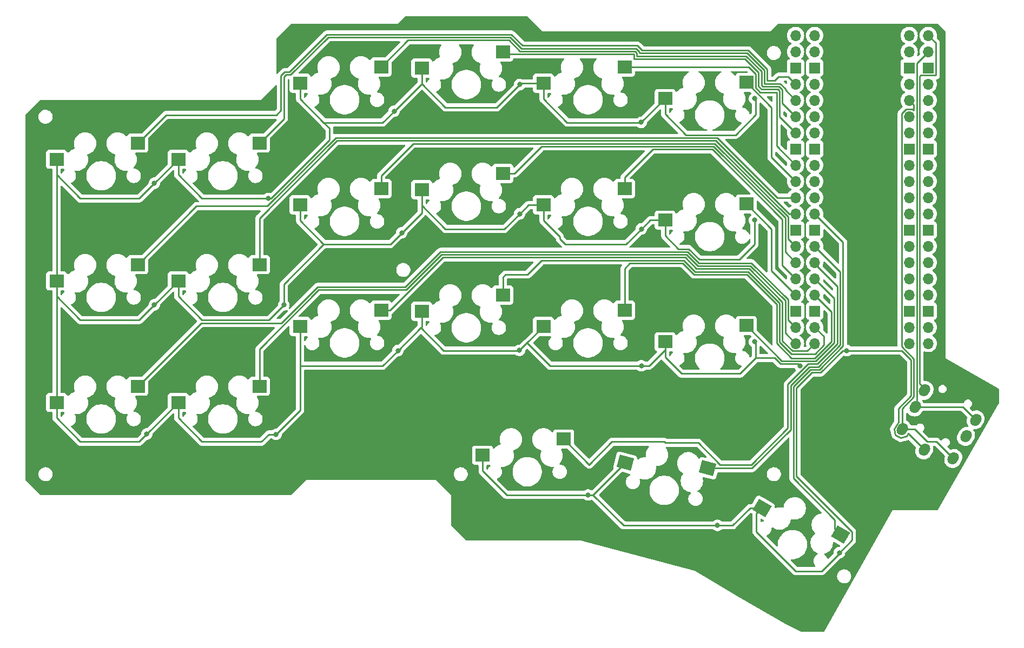
<source format=gbl>
G04 #@! TF.GenerationSoftware,KiCad,Pcbnew,8.0.4*
G04 #@! TF.CreationDate,2024-09-23T05:23:03+03:00*
G04 #@! TF.ProjectId,muikku42,6d75696b-6b75-4343-922e-6b696361645f,rev?*
G04 #@! TF.SameCoordinates,Original*
G04 #@! TF.FileFunction,Copper,L2,Bot*
G04 #@! TF.FilePolarity,Positive*
%FSLAX46Y46*%
G04 Gerber Fmt 4.6, Leading zero omitted, Abs format (unit mm)*
G04 Created by KiCad (PCBNEW 8.0.4) date 2024-09-23 05:23:03*
%MOMM*%
%LPD*%
G01*
G04 APERTURE LIST*
G04 Aperture macros list*
%AMHorizOval*
0 Thick line with rounded ends*
0 $1 width*
0 $2 $3 position (X,Y) of the first rounded end (center of the circle)*
0 $4 $5 position (X,Y) of the second rounded end (center of the circle)*
0 Add line between two ends*
20,1,$1,$2,$3,$4,$5,0*
0 Add two circle primitives to create the rounded ends*
1,1,$1,$2,$3*
1,1,$1,$4,$5*%
%AMRotRect*
0 Rectangle, with rotation*
0 The origin of the aperture is its center*
0 $1 length*
0 $2 width*
0 $3 Rotation angle, in degrees counterclockwise*
0 Add horizontal line*
21,1,$1,$2,0,0,$3*%
G04 Aperture macros list end*
G04 #@! TA.AperFunction,SMDPad,CuDef*
%ADD10R,2.300000X2.000000*%
G04 #@! TD*
G04 #@! TA.AperFunction,SMDPad,CuDef*
%ADD11RotRect,2.300000X2.000000X150.000000*%
G04 #@! TD*
G04 #@! TA.AperFunction,SMDPad,CuDef*
%ADD12RotRect,2.300000X2.000000X165.000000*%
G04 #@! TD*
G04 #@! TA.AperFunction,ComponentPad*
%ADD13HorizOval,1.600000X-0.100000X-0.173205X0.100000X0.173205X0*%
G04 #@! TD*
G04 #@! TA.AperFunction,ComponentPad*
%ADD14O,1.700000X1.700000*%
G04 #@! TD*
G04 #@! TA.AperFunction,ComponentPad*
%ADD15R,1.700000X1.700000*%
G04 #@! TD*
G04 #@! TA.AperFunction,ComponentPad*
%ADD16HorizOval,1.600000X0.100000X0.173205X-0.100000X-0.173205X0*%
G04 #@! TD*
G04 #@! TA.AperFunction,ViaPad*
%ADD17C,0.800000*%
G04 #@! TD*
G04 #@! TA.AperFunction,Conductor*
%ADD18C,0.250000*%
G04 #@! TD*
G04 APERTURE END LIST*
D10*
G04 #@! TO.P,S18,1,1*
G04 #@! TO.N,GND*
X154925000Y-93860625D03*
G04 #@! TO.P,S18,2,2*
G04 #@! TO.N,17*
X167625000Y-91320625D03*
G04 #@! TD*
G04 #@! TO.P,S2,1,1*
G04 #@! TO.N,GND*
X78725000Y-86716875D03*
G04 #@! TO.P,S2,2,2*
G04 #@! TO.N,7*
X91425000Y-84176875D03*
G04 #@! TD*
D11*
G04 #@! TO.P,S12,1,1*
G04 #@! TO.N,GND*
X189140322Y-122293779D03*
G04 #@! TO.P,S12,2,2*
G04 #@! TO.N,21*
X201408845Y-126444075D03*
G04 #@! TD*
D10*
G04 #@! TO.P,S3,1,1*
G04 #@! TO.N,GND*
X78725000Y-105766875D03*
G04 #@! TO.P,S3,2,2*
G04 #@! TO.N,13*
X91425000Y-103226875D03*
G04 #@! TD*
G04 #@! TO.P,S4,1,1*
G04 #@! TO.N,GND*
X145400000Y-114033750D03*
G04 #@! TO.P,S4,2,2*
G04 #@! TO.N,19*
X158100000Y-111493750D03*
G04 #@! TD*
G04 #@! TO.P,S19,1,1*
G04 #@! TO.N,GND*
X173975000Y-58141875D03*
G04 #@! TO.P,S19,2,2*
G04 #@! TO.N,6*
X186675000Y-55601875D03*
G04 #@! TD*
G04 #@! TO.P,S21,1,1*
G04 #@! TO.N,GND*
X173975000Y-96241875D03*
G04 #@! TO.P,S21,2,2*
G04 #@! TO.N,18*
X186675000Y-93701875D03*
G04 #@! TD*
G04 #@! TO.P,S9,1,1*
G04 #@! TO.N,GND*
X116825000Y-55760625D03*
G04 #@! TO.P,S9,2,2*
G04 #@! TO.N,3*
X129525000Y-53220625D03*
G04 #@! TD*
G04 #@! TO.P,S10,1,1*
G04 #@! TO.N,GND*
X116825000Y-74810625D03*
G04 #@! TO.P,S10,2,2*
G04 #@! TO.N,9*
X129525000Y-72270625D03*
G04 #@! TD*
G04 #@! TO.P,S6,1,1*
G04 #@! TO.N,GND*
X97775000Y-86716875D03*
G04 #@! TO.P,S6,2,2*
G04 #@! TO.N,8*
X110475000Y-84176875D03*
G04 #@! TD*
D12*
G04 #@! TO.P,S8,1,1*
G04 #@! TO.N,GND*
X167737522Y-115224303D03*
G04 #@! TO.P,S8,2,2*
G04 #@! TO.N,20*
X180662181Y-116057853D03*
G04 #@! TD*
D10*
G04 #@! TO.P,S7,1,1*
G04 #@! TO.N,GND*
X97775000Y-105766875D03*
G04 #@! TO.P,S7,2,2*
G04 #@! TO.N,14*
X110475000Y-103226875D03*
G04 #@! TD*
D13*
G04 #@! TO.P,U2,1,SLEEVE*
G04 #@! TO.N,GND*
X214541857Y-113188268D03*
G04 #@! TO.P,U2,2,TIP*
G04 #@! TO.N,3v3*
X219075575Y-114535641D03*
G04 #@! TO.P,U2,3,RING1*
G04 #@! TO.N,TX*
X221075574Y-111071538D03*
G04 #@! TO.P,U2,4,RING2*
G04 #@! TO.N,RX*
X222575574Y-108473462D03*
G04 #@! TD*
D10*
G04 #@! TO.P,S14,1,1*
G04 #@! TO.N,GND*
X135875000Y-72429375D03*
G04 #@! TO.P,S14,2,2*
G04 #@! TO.N,10*
X148575000Y-69889375D03*
G04 #@! TD*
G04 #@! TO.P,S20,1,1*
G04 #@! TO.N,GND*
X173975000Y-77191875D03*
G04 #@! TO.P,S20,2,2*
G04 #@! TO.N,12*
X186675000Y-74651875D03*
G04 #@! TD*
G04 #@! TO.P,S1,1,1*
G04 #@! TO.N,GND*
X78725000Y-67666875D03*
G04 #@! TO.P,S1,2,2*
G04 #@! TO.N,1*
X91425000Y-65126875D03*
G04 #@! TD*
D14*
G04 #@! TO.P,U1,1,GPIO0*
G04 #@! TO.N,TX*
X194397500Y-48260000D03*
X215177500Y-48260000D03*
G04 #@! TO.P,U1,2,GPIO1*
G04 #@! TO.N,RX*
X194397500Y-50800000D03*
X215177500Y-50800000D03*
D15*
G04 #@! TO.P,U1,3,GND*
G04 #@! TO.N,GND*
X194397500Y-53340000D03*
X215177500Y-53340000D03*
D14*
G04 #@! TO.P,U1,4,GPIO2*
G04 #@! TO.N,1*
X194397500Y-55880000D03*
X215177500Y-55880000D03*
G04 #@! TO.P,U1,5,GPIO3*
G04 #@! TO.N,2*
X194397500Y-58420000D03*
X215177500Y-58420000D03*
G04 #@! TO.P,U1,6,GPIO4*
G04 #@! TO.N,3*
X194397500Y-60960000D03*
X215177500Y-60960000D03*
G04 #@! TO.P,U1,7,GPIO5*
G04 #@! TO.N,4*
X194397500Y-63500000D03*
X215177500Y-63500000D03*
D15*
G04 #@! TO.P,U1,8,GND*
G04 #@! TO.N,unconnected-(U1-GND-Pad8)*
X194397500Y-66040000D03*
X215177500Y-66040000D03*
D14*
G04 #@! TO.P,U1,9,GPIO6*
G04 #@! TO.N,5*
X194397500Y-68580000D03*
X215177500Y-68580000D03*
G04 #@! TO.P,U1,10,GPIO7*
G04 #@! TO.N,6*
X194397500Y-71120000D03*
X215177500Y-71120000D03*
G04 #@! TO.P,U1,11,GPIO8*
G04 #@! TO.N,7*
X194397500Y-73660000D03*
X215177500Y-73660000D03*
G04 #@! TO.P,U1,12,GPIO9*
G04 #@! TO.N,8*
X194397500Y-76200000D03*
X215177500Y-76200000D03*
D15*
G04 #@! TO.P,U1,13,GND*
G04 #@! TO.N,unconnected-(U1-GND-Pad13)*
X194397500Y-78740000D03*
X215177500Y-78740000D03*
D14*
G04 #@! TO.P,U1,14,GPIO10*
G04 #@! TO.N,9*
X194397500Y-81280000D03*
X215177500Y-81280000D03*
G04 #@! TO.P,U1,15,GPIO11*
G04 #@! TO.N,10*
X194397500Y-83820000D03*
X215177500Y-83820000D03*
G04 #@! TO.P,U1,16,GPIO12*
G04 #@! TO.N,11*
X194397500Y-86360000D03*
X215177500Y-86360000D03*
G04 #@! TO.P,U1,17,GPIO13*
G04 #@! TO.N,12*
X194397500Y-88900000D03*
X215177500Y-88900000D03*
D15*
G04 #@! TO.P,U1,18,GND*
G04 #@! TO.N,unconnected-(U1-GND-Pad18)*
X194397500Y-91440000D03*
X215177500Y-91440000D03*
D14*
G04 #@! TO.P,U1,19,GPIO14*
G04 #@! TO.N,13*
X194397500Y-93980000D03*
X215177500Y-93980000D03*
G04 #@! TO.P,U1,20,GPIO15*
G04 #@! TO.N,14*
X194397500Y-96520000D03*
X215177500Y-96520000D03*
G04 #@! TO.P,U1,21,GPIO16*
G04 #@! TO.N,15*
X197397500Y-96520000D03*
X212177500Y-96520000D03*
G04 #@! TO.P,U1,22,GPIO17*
G04 #@! TO.N,16*
X197397500Y-93980000D03*
X212177500Y-93980000D03*
D15*
G04 #@! TO.P,U1,23,GND*
G04 #@! TO.N,unconnected-(U1-GND-Pad23)*
X197397500Y-91440000D03*
X212177500Y-91440000D03*
D14*
G04 #@! TO.P,U1,24,GPIO18*
G04 #@! TO.N,17*
X197397500Y-88900000D03*
X212177500Y-88900000D03*
G04 #@! TO.P,U1,25,GPIO19*
G04 #@! TO.N,18*
X197397500Y-86360000D03*
X212177500Y-86360000D03*
G04 #@! TO.P,U1,26,GPIO20*
G04 #@! TO.N,19*
X197397500Y-83820000D03*
X212177500Y-83820000D03*
G04 #@! TO.P,U1,27,GPIO21*
G04 #@! TO.N,20*
X197397500Y-81280000D03*
X212177500Y-81280000D03*
D15*
G04 #@! TO.P,U1,28,GND*
G04 #@! TO.N,unconnected-(U1-GND-Pad28)*
X197397500Y-78740000D03*
X212177500Y-78740000D03*
D14*
G04 #@! TO.P,U1,29,GPIO22*
G04 #@! TO.N,21*
X197397500Y-76200000D03*
X212177500Y-76200000D03*
G04 #@! TO.P,U1,30,RUN*
G04 #@! TO.N,unconnected-(U1-RUN-Pad30)*
X197397500Y-73660000D03*
X212177500Y-73660000D03*
G04 #@! TO.P,U1,31,GPIO26_ADC0*
G04 #@! TO.N,unconnected-(U1-GPIO26_ADC0-Pad31)*
X197397500Y-71120000D03*
X212177500Y-71120000D03*
G04 #@! TO.P,U1,32,GPIO27_ADC1*
G04 #@! TO.N,unconnected-(U1-GPIO27_ADC1-Pad32)*
X197397500Y-68580000D03*
X212177500Y-68580000D03*
D15*
G04 #@! TO.P,U1,33,AGND*
G04 #@! TO.N,unconnected-(U1-AGND-Pad33)*
X197397500Y-66040000D03*
X212177500Y-66040000D03*
D14*
G04 #@! TO.P,U1,34,GPIO28_ADC2*
G04 #@! TO.N,unconnected-(U1-GPIO28_ADC2-Pad34)*
X197397500Y-63500000D03*
X212177500Y-63500000D03*
G04 #@! TO.P,U1,35,ADC_VREF*
G04 #@! TO.N,unconnected-(U1-ADC_VREF-Pad35)*
X197397500Y-60960000D03*
X212177500Y-60960000D03*
G04 #@! TO.P,U1,36,3V3*
G04 #@! TO.N,3v3*
X197397500Y-58420000D03*
X212177500Y-58420000D03*
G04 #@! TO.P,U1,37,3V3_EN*
G04 #@! TO.N,unconnected-(U1-3V3_EN-Pad37)*
X197397500Y-55880000D03*
X212177500Y-55880000D03*
D15*
G04 #@! TO.P,U1,38,GND*
G04 #@! TO.N,unconnected-(U1-GND-Pad38)*
X197397500Y-53340000D03*
X212177500Y-53340000D03*
D14*
G04 #@! TO.P,U1,39,VSYS*
G04 #@! TO.N,unconnected-(U1-VSYS-Pad39)*
X197397500Y-50800000D03*
X212177500Y-50800000D03*
G04 #@! TO.P,U1,40,VBUS*
G04 #@! TO.N,unconnected-(U1-VBUS-Pad40)*
X197397500Y-48260000D03*
X212177500Y-48260000D03*
G04 #@! TD*
D10*
G04 #@! TO.P,S13,1,1*
G04 #@! TO.N,GND*
X135875000Y-53379375D03*
G04 #@! TO.P,S13,2,2*
G04 #@! TO.N,4*
X148575000Y-50839375D03*
G04 #@! TD*
G04 #@! TO.P,S5,1,1*
G04 #@! TO.N,GND*
X97775000Y-67666875D03*
G04 #@! TO.P,S5,2,2*
G04 #@! TO.N,2*
X110475000Y-65126875D03*
G04 #@! TD*
G04 #@! TO.P,S15,1,1*
G04 #@! TO.N,GND*
X135875000Y-91479375D03*
G04 #@! TO.P,S15,2,2*
G04 #@! TO.N,16*
X148575000Y-88939375D03*
G04 #@! TD*
G04 #@! TO.P,S17,1,1*
G04 #@! TO.N,GND*
X154925000Y-74810625D03*
G04 #@! TO.P,S17,2,2*
G04 #@! TO.N,11*
X167625000Y-72270625D03*
G04 #@! TD*
G04 #@! TO.P,S11,1,1*
G04 #@! TO.N,GND*
X116825000Y-93860625D03*
G04 #@! TO.P,S11,2,2*
G04 #@! TO.N,15*
X129525000Y-91320625D03*
G04 #@! TD*
G04 #@! TO.P,S16,1,1*
G04 #@! TO.N,GND*
X154925000Y-55760625D03*
G04 #@! TO.P,S16,2,2*
G04 #@! TO.N,5*
X167625000Y-53220625D03*
G04 #@! TD*
D16*
G04 #@! TO.P,U3,1,SLEEVE*
G04 #@! TO.N,GND*
X214541858Y-113188269D03*
G04 #@! TO.P,U3,2,TIP*
G04 #@! TO.N,3v3*
X211108141Y-109935641D03*
G04 #@! TO.P,U3,3,RING1*
G04 #@! TO.N,RX*
X213108142Y-106471539D03*
G04 #@! TO.P,U3,4,RING2*
G04 #@! TO.N,TX*
X214608143Y-103873464D03*
G04 #@! TD*
D17*
G04 #@! TO.N,GND*
X132159375Y-97631250D03*
X170259375Y-100012500D03*
X151209375Y-76200000D03*
X202406250Y-97631250D03*
X195061459Y-99996874D03*
X182165625Y-125015625D03*
X92841250Y-110700625D03*
X170231875Y-61885000D03*
X201264678Y-129293779D03*
X187975000Y-58141875D03*
X114300000Y-90487500D03*
X161925000Y-120253125D03*
X187975000Y-77191875D03*
X187975000Y-96241875D03*
X151181875Y-97603750D03*
X94031875Y-71410000D03*
X132754688Y-79176563D03*
X131564063Y-60126563D03*
X113065625Y-110771875D03*
X111908212Y-73808212D03*
X94031875Y-90460000D03*
X170259375Y-78581250D03*
X151209375Y-55959375D03*
G04 #@! TO.N,1*
X91425000Y-65126875D03*
G04 #@! TO.N,2*
X110475000Y-65126875D03*
G04 #@! TO.N,3*
X129525000Y-53220625D03*
G04 #@! TO.N,4*
X148575000Y-50839375D03*
G04 #@! TO.N,5*
X167625000Y-53220625D03*
G04 #@! TO.N,6*
X186675000Y-55601875D03*
G04 #@! TO.N,7*
X91425000Y-84176875D03*
G04 #@! TO.N,8*
X110475000Y-84176875D03*
G04 #@! TO.N,9*
X129525000Y-72270625D03*
G04 #@! TO.N,10*
X148575000Y-69889375D03*
G04 #@! TO.N,11*
X167625000Y-72270625D03*
G04 #@! TO.N,12*
X186675000Y-74651875D03*
G04 #@! TO.N,13*
X91425000Y-103226875D03*
G04 #@! TO.N,14*
X110475000Y-103226875D03*
G04 #@! TO.N,15*
X129525000Y-91320625D03*
G04 #@! TO.N,16*
X148575000Y-88939375D03*
G04 #@! TO.N,17*
X167625000Y-91320625D03*
G04 #@! TO.N,18*
X186675000Y-93701875D03*
G04 #@! TO.N,19*
X158100000Y-111493750D03*
G04 #@! TO.N,20*
X180662181Y-116057853D03*
G04 #@! TO.N,21*
X201408845Y-126444075D03*
G04 #@! TD*
D18*
G04 #@! TO.N,GND*
X135875000Y-74857142D02*
X139599108Y-78581250D01*
X145400000Y-114033750D02*
X145400000Y-116461517D01*
X198325702Y-101071875D02*
X196920951Y-101071875D01*
X135875000Y-53379375D02*
X135875000Y-55807142D01*
X114300000Y-90487500D02*
X111918750Y-92868750D01*
X188150000Y-96416875D02*
X187975000Y-96241875D01*
X121443750Y-64661583D02*
X121443750Y-62807142D01*
X188263091Y-123171010D02*
X188263091Y-126005892D01*
X173975000Y-58141875D02*
X173975000Y-60569642D01*
X211997981Y-110644392D02*
X211749424Y-111074905D01*
X131564063Y-60126563D02*
X135875000Y-55815625D01*
X114300000Y-87211609D02*
X120549108Y-80962501D01*
X151209375Y-55959375D02*
X151408125Y-55760625D01*
X173975000Y-60569642D02*
X177249108Y-63843750D01*
X94031875Y-71410000D02*
X97775000Y-67666875D01*
X145400000Y-116461517D02*
X149191608Y-120253125D01*
X78725000Y-105766875D02*
X78725000Y-108194642D01*
X151408125Y-55760625D02*
X154925000Y-55760625D01*
X129778125Y-61912500D02*
X131564063Y-60126563D01*
X91623125Y-92868750D02*
X94031875Y-90460000D01*
X177249108Y-63843750D02*
X184996875Y-63843750D01*
X149191608Y-120253125D02*
X161925000Y-120253125D01*
X171648750Y-77191875D02*
X173975000Y-77191875D01*
X111908212Y-73808212D02*
X110738663Y-73808212D01*
X101499108Y-111918750D02*
X110771875Y-111918750D01*
X211749424Y-111074905D02*
X210849200Y-111316119D01*
X194786460Y-99721875D02*
X192058604Y-99721875D01*
X167878125Y-80962500D02*
X170259375Y-78581250D01*
X129778125Y-100012500D02*
X116825000Y-100012500D01*
X111918750Y-92868750D02*
X101499108Y-92868750D01*
X173975000Y-98669642D02*
X176552233Y-101246875D01*
X203229774Y-126018430D02*
X203229774Y-127328683D01*
X173975000Y-77191875D02*
X173975000Y-79619642D01*
X191127354Y-98790625D02*
X188150000Y-98790625D01*
X112297121Y-73808212D02*
X121443750Y-64661583D01*
X188150000Y-98790625D02*
X188150000Y-96416875D01*
X189140322Y-122293779D02*
X188263091Y-123171010D01*
X152372500Y-96413125D02*
X154925000Y-93860625D01*
X196920951Y-101071875D02*
X194521875Y-103470951D01*
X132754688Y-79176563D02*
X135875000Y-76056250D01*
X182165625Y-125015625D02*
X184546875Y-125015625D01*
X158353125Y-80962500D02*
X167878125Y-80962500D01*
X78729242Y-70098883D02*
X82449109Y-73818750D01*
X116825000Y-107012500D02*
X116825000Y-100012500D01*
X170259375Y-100012500D02*
X171450000Y-100012500D01*
X151209375Y-76200000D02*
X152598750Y-74810625D01*
X97775000Y-70094642D02*
X97775000Y-67666875D01*
X78725000Y-108194642D02*
X82449108Y-111918750D01*
X212452500Y-104710238D02*
X212452500Y-99093097D01*
X161925000Y-120253125D02*
X162708700Y-120253125D01*
X157502233Y-79815625D02*
X157502233Y-80111608D01*
X139599108Y-78581250D02*
X148828125Y-78581250D01*
X135875000Y-76056250D02*
X135875000Y-72429375D01*
X154925000Y-74810625D02*
X154925000Y-77238392D01*
X113065625Y-110771875D02*
X116825000Y-107012500D01*
X120549108Y-80962500D02*
X130968750Y-80962500D01*
X152598750Y-74810625D02*
X154925000Y-74810625D01*
X120549108Y-80962501D02*
X120549108Y-80962500D01*
X139599108Y-59531250D02*
X147637500Y-59531250D01*
X110738663Y-73808212D02*
X110728125Y-73818750D01*
X121443750Y-62807142D02*
X120549108Y-61912500D01*
X170231875Y-61885000D02*
X173975000Y-58141875D01*
X135875000Y-55815625D02*
X135875000Y-53379375D01*
X177671688Y-81703125D02*
X179312313Y-83343750D01*
X194420593Y-132163394D02*
X198484407Y-132163394D01*
X116825000Y-100012500D02*
X116825000Y-93860625D01*
X203229774Y-127328683D02*
X201264678Y-129293779D01*
X78729242Y-70098883D02*
X78729242Y-72480133D01*
X110771875Y-111918750D02*
X111918750Y-110771875D01*
X94031875Y-90460000D02*
X97775000Y-86716875D01*
X210849200Y-111316119D02*
X210042082Y-110850129D01*
X173975000Y-79619642D02*
X176058483Y-81703125D01*
X101499108Y-73818750D02*
X97775000Y-70094642D01*
X179312313Y-83343750D02*
X185589508Y-83343750D01*
X188150000Y-60690625D02*
X188150000Y-58316875D01*
X170204375Y-61912500D02*
X170231875Y-61885000D01*
X194521875Y-117310531D02*
X203229774Y-126018430D01*
X135875000Y-93915625D02*
X135731250Y-94059375D01*
X78725000Y-70094642D02*
X78729242Y-70098883D01*
X82449108Y-92868750D02*
X91623125Y-92868750D01*
X148828125Y-78581250D02*
X151209375Y-76200000D01*
X116825000Y-74810625D02*
X116825000Y-77238392D01*
X114300000Y-90487500D02*
X114300000Y-87211609D01*
X192058604Y-99721875D02*
X191127354Y-98790625D01*
X97775000Y-105766875D02*
X97775000Y-108194642D01*
X162708700Y-120253125D02*
X167737522Y-115224303D01*
X92841250Y-110700625D02*
X97775000Y-105766875D01*
X101499108Y-92868750D02*
X97775000Y-89144642D01*
X214541858Y-113188269D02*
X211997981Y-110644392D01*
X173975000Y-96241875D02*
X173975000Y-98669642D01*
X201264678Y-129383123D02*
X201264678Y-129293779D01*
X184546875Y-125015625D02*
X187268721Y-122293779D01*
X91623125Y-111918750D02*
X92841250Y-110700625D01*
X210466858Y-106695880D02*
X212452500Y-104710238D01*
X171450000Y-100012500D02*
X173975000Y-97487500D01*
X155971875Y-100012500D02*
X170259375Y-100012500D01*
X152372500Y-96413125D02*
X155971875Y-100012500D01*
X135875000Y-91479375D02*
X135875000Y-93915625D01*
X130968750Y-80962500D02*
X132754688Y-79176563D01*
X167471200Y-125015625D02*
X182165625Y-125015625D01*
X82449109Y-73818750D02*
X91623125Y-73818750D01*
X135875000Y-55807142D02*
X139599108Y-59531250D01*
X116825000Y-77238392D02*
X120549108Y-80962500D01*
X210990653Y-97631250D02*
X202406250Y-97631250D01*
X116825000Y-55760625D02*
X116825000Y-58188392D01*
X135731250Y-94059375D02*
X132159375Y-97631250D01*
X176552233Y-101246875D02*
X185693750Y-101246875D01*
X111918750Y-110771875D02*
X113065625Y-110771875D01*
X135875000Y-72429375D02*
X135875000Y-74857142D01*
X184996875Y-63843750D02*
X188150000Y-60690625D01*
X176058483Y-81703125D02*
X177671688Y-81703125D01*
X78725000Y-72484375D02*
X78725000Y-105766875D01*
X212452500Y-99093097D02*
X210990653Y-97631250D01*
X185589508Y-83343750D02*
X187975000Y-80958258D01*
X151154375Y-97631250D02*
X151181875Y-97603750D01*
X154925000Y-58188392D02*
X158649108Y-61912500D01*
X97775000Y-108194642D02*
X101499108Y-111918750D01*
X201766327Y-97631250D02*
X198325702Y-101071875D01*
X154925000Y-55760625D02*
X154925000Y-58188392D01*
X110728125Y-73818750D02*
X101499108Y-73818750D01*
X78725000Y-67666875D02*
X78725000Y-70094642D01*
X97775000Y-89144642D02*
X97775000Y-86716875D01*
X154925000Y-77238392D02*
X157502233Y-79815625D01*
X78725000Y-89144642D02*
X82449108Y-92868750D01*
X82449108Y-111918750D02*
X91623125Y-111918750D01*
X111908212Y-73808212D02*
X112297121Y-73808212D01*
X195061459Y-99996874D02*
X194786460Y-99721875D01*
X158649108Y-61912500D02*
X170204375Y-61912500D01*
X202406250Y-97631250D02*
X201766327Y-97631250D01*
X187975000Y-80958258D02*
X187975000Y-77191875D01*
X210042082Y-110850129D02*
X209800868Y-109949905D01*
X194521875Y-103470951D02*
X194521875Y-117310531D01*
X78725000Y-86716875D02*
X78725000Y-89144642D01*
X187268721Y-122293779D02*
X189140322Y-122293779D01*
X162708700Y-120253125D02*
X167471200Y-125015625D01*
X91623125Y-73818750D02*
X94031875Y-71410000D01*
X132159375Y-97631250D02*
X129778125Y-100012500D01*
X210466858Y-108796377D02*
X210466858Y-106695880D01*
X188263091Y-126005892D02*
X194420593Y-132163394D01*
X173975000Y-97487500D02*
X173975000Y-96241875D01*
X78729242Y-72480133D02*
X78725000Y-72484375D01*
X147637500Y-59531250D02*
X151209375Y-55959375D01*
X135731250Y-94059375D02*
X139303125Y-97631250D01*
X157502233Y-80111608D02*
X158353125Y-80962500D01*
X188150000Y-58316875D02*
X187975000Y-58141875D01*
X151181875Y-97603750D02*
X152372500Y-96413125D01*
X209800868Y-109949905D02*
X210466858Y-108796377D01*
X198484407Y-132163394D02*
X201264678Y-129383123D01*
X116825000Y-58188392D02*
X120549108Y-61912500D01*
X122634375Y-61912500D02*
X129778125Y-61912500D01*
X185693750Y-101246875D02*
X188150000Y-98790625D01*
X170259375Y-78581250D02*
X171648750Y-77191875D01*
X139303125Y-97631250D02*
X151154375Y-97631250D01*
X120549108Y-61912500D02*
X122634375Y-61912500D01*
G04 #@! TO.N,1*
X91425000Y-65126875D02*
X95830000Y-60721875D01*
X193222500Y-54705000D02*
X194397500Y-55880000D01*
X114446729Y-53985625D02*
X115163604Y-53985625D01*
X113109375Y-60721875D02*
X113850000Y-59981250D01*
X189950000Y-53531291D02*
X189950000Y-55350000D01*
X95830000Y-60721875D02*
X113109375Y-60721875D01*
X121044854Y-48104375D02*
X149912792Y-48104375D01*
X151655292Y-49846875D02*
X169627938Y-49846875D01*
X187006209Y-50587500D02*
X189950000Y-53531291D01*
X191109375Y-55350000D02*
X191754375Y-54705000D01*
X113850000Y-54582354D02*
X114446729Y-53985625D01*
X169627938Y-49846875D02*
X170368563Y-50587500D01*
X170368563Y-50587500D02*
X187006209Y-50587500D01*
X115163604Y-53985625D02*
X121044854Y-48104375D01*
X149912792Y-48104375D02*
X151655292Y-49846875D01*
X191754375Y-54705000D02*
X193222500Y-54705000D01*
X113850000Y-59981250D02*
X113850000Y-54582354D01*
X189950000Y-55350000D02*
X191109375Y-55350000D01*
G04 #@! TO.N,2*
X121231250Y-48554375D02*
X149726396Y-48554375D01*
X151468896Y-50296875D02*
X169441542Y-50296875D01*
X192772500Y-56590812D02*
X192772500Y-56795000D01*
X192772500Y-56795000D02*
X194397500Y-58420000D01*
X189500000Y-55800000D02*
X191981688Y-55800000D01*
X186819813Y-51037500D02*
X189500000Y-53717687D01*
X169441542Y-50296875D02*
X169968750Y-50824083D01*
X191981688Y-55800000D02*
X192772500Y-56590812D01*
X114633125Y-54435625D02*
X115350000Y-54435625D01*
X149726396Y-48554375D02*
X151468896Y-50296875D01*
X110475000Y-65126875D02*
X114300000Y-61301875D01*
X169968750Y-51037500D02*
X186819813Y-51037500D01*
X114300000Y-54768750D02*
X114633125Y-54435625D01*
X169968750Y-50824083D02*
X169968750Y-51037500D01*
X114300000Y-61301875D02*
X114300000Y-54768750D01*
X189500000Y-53717687D02*
X189500000Y-55800000D01*
X115350000Y-54435625D02*
X121231250Y-48554375D01*
G04 #@! TO.N,3*
X192322500Y-56777208D02*
X192322500Y-58885000D01*
X129525000Y-53220625D02*
X133741250Y-49004375D01*
X149540000Y-49004375D02*
X151282500Y-50746875D01*
X169518750Y-51487500D02*
X186633417Y-51487500D01*
X186633417Y-51487500D02*
X189050000Y-53904083D01*
X189050000Y-53904083D02*
X189050000Y-56067687D01*
X169255146Y-50746875D02*
X169518750Y-51010479D01*
X189050000Y-56067687D02*
X189232313Y-56250000D01*
X189232313Y-56250000D02*
X191795292Y-56250000D01*
X151282500Y-50746875D02*
X169255146Y-50746875D01*
X169518750Y-51010479D02*
X169518750Y-51487500D01*
X133741250Y-49004375D02*
X149540000Y-49004375D01*
X192322500Y-58885000D02*
X194397500Y-60960000D01*
X191795292Y-56250000D02*
X192322500Y-56777208D01*
G04 #@! TO.N,4*
X148575000Y-50839375D02*
X148932500Y-51196875D01*
X148932500Y-51196875D02*
X169068750Y-51196875D01*
X191608896Y-56700000D02*
X191872500Y-56963604D01*
X188600000Y-54090479D02*
X188600000Y-56254083D01*
X189045917Y-56700000D02*
X191608896Y-56700000D01*
X188600000Y-56254083D02*
X189045917Y-56700000D01*
X169068750Y-51906250D02*
X169100000Y-51937500D01*
X191872500Y-56963604D02*
X191872500Y-60975000D01*
X169100000Y-51937500D02*
X186447021Y-51937500D01*
X191872500Y-60975000D02*
X194397500Y-63500000D01*
X169068750Y-51196875D02*
X169068750Y-51906250D01*
X186447021Y-51937500D02*
X188600000Y-54090479D01*
G04 #@! TO.N,5*
X188859521Y-57150000D02*
X191422500Y-57150000D01*
X191422500Y-65605000D02*
X194397500Y-68580000D01*
X191422500Y-57150000D02*
X191422500Y-65605000D01*
X167625000Y-53220625D02*
X187093750Y-53220625D01*
X188150000Y-54276875D02*
X188150000Y-56440479D01*
X187093750Y-53220625D02*
X188150000Y-54276875D01*
X188150000Y-56440479D02*
X188859521Y-57150000D01*
G04 #@! TO.N,6*
X190604375Y-67326875D02*
X194397500Y-71120000D01*
X190604375Y-59531250D02*
X190604375Y-67326875D01*
X186675000Y-55601875D02*
X190604375Y-59531250D01*
G04 #@! TO.N,7*
X191531875Y-73660000D02*
X194397500Y-73660000D01*
X122447979Y-64293750D02*
X182165625Y-64293750D01*
X111732354Y-75009375D02*
X122447979Y-64293750D01*
X100592500Y-75009375D02*
X111732354Y-75009375D01*
X91425000Y-84176875D02*
X100592500Y-75009375D01*
X182165625Y-64293750D02*
X191531875Y-73660000D01*
G04 #@! TO.N,8*
X181915945Y-64743750D02*
X193372195Y-76200000D01*
X110475000Y-84176875D02*
X110475000Y-76903125D01*
X193372195Y-76200000D02*
X194397500Y-76200000D01*
X122634375Y-64743750D02*
X181915945Y-64743750D01*
X110475000Y-76903125D02*
X122634375Y-64743750D01*
G04 #@! TO.N,9*
X181729549Y-65193750D02*
X193222500Y-76686701D01*
X193222500Y-76686701D02*
X193222500Y-80105000D01*
X193222500Y-80105000D02*
X194397500Y-81280000D01*
X129525000Y-70209375D02*
X134540625Y-65193750D01*
X134540625Y-65193750D02*
X181729549Y-65193750D01*
X129525000Y-72270625D02*
X129525000Y-70209375D01*
G04 #@! TO.N,10*
X181543153Y-65643750D02*
X192772500Y-76873097D01*
X192772500Y-82195000D02*
X194397500Y-83820000D01*
X148575000Y-69889375D02*
X150376250Y-69889375D01*
X192772500Y-76873097D02*
X192772500Y-82195000D01*
X150376250Y-69889375D02*
X154621875Y-65643750D01*
X154621875Y-65643750D02*
X181543153Y-65643750D01*
G04 #@! TO.N,11*
X181356757Y-66093750D02*
X192322500Y-77059493D01*
X167625000Y-72270625D02*
X167625000Y-70500000D01*
X172031250Y-66093750D02*
X181356757Y-66093750D01*
X192322500Y-77059493D02*
X192322500Y-84285000D01*
X167625000Y-70500000D02*
X172031250Y-66093750D01*
X192322500Y-84285000D02*
X194397500Y-86360000D01*
G04 #@! TO.N,12*
X186675000Y-74651875D02*
X190604375Y-78581250D01*
X190604375Y-78581250D02*
X190604375Y-85106875D01*
X190604375Y-85106875D02*
X194397500Y-88900000D01*
G04 #@! TO.N,13*
X91425000Y-103226875D02*
X101333125Y-93318750D01*
X179257167Y-83925000D02*
X187509375Y-83925000D01*
X133316583Y-87656250D02*
X138819708Y-82153125D01*
X193222500Y-92805000D02*
X194397500Y-93980000D01*
X177485292Y-82153125D02*
X179257167Y-83925000D01*
X101333125Y-93318750D02*
X113930479Y-93318750D01*
X119592979Y-87656250D02*
X133316583Y-87656250D01*
X113930479Y-93318750D02*
X119592979Y-87656250D01*
X138819708Y-82153125D02*
X177485292Y-82153125D01*
X193222500Y-89638125D02*
X193222500Y-92805000D01*
X187509375Y-83925000D02*
X193222500Y-89638125D01*
G04 #@! TO.N,14*
X192772500Y-94895000D02*
X194397500Y-96520000D01*
X187322979Y-84375000D02*
X192772500Y-89824521D01*
X110475000Y-97410625D02*
X119779375Y-88106250D01*
X133502979Y-88106250D02*
X139006104Y-82603125D01*
X110475000Y-103226875D02*
X110475000Y-97410625D01*
X177298896Y-82603125D02*
X179070771Y-84375000D01*
X139006104Y-82603125D02*
X177298896Y-82603125D01*
X119779375Y-88106250D02*
X133502979Y-88106250D01*
X192772500Y-89824521D02*
X192772500Y-94895000D01*
X179070771Y-84375000D02*
X187322979Y-84375000D01*
G04 #@! TO.N,15*
X139192500Y-83053125D02*
X177112500Y-83053125D01*
X196222500Y-97695000D02*
X197397500Y-96520000D01*
X192322500Y-96106701D02*
X193910799Y-97695000D01*
X177112500Y-83053125D02*
X178884375Y-84825000D01*
X193910799Y-97695000D02*
X196222500Y-97695000D01*
X187136583Y-84825000D02*
X192322500Y-90010917D01*
X129525000Y-91320625D02*
X130925000Y-91320625D01*
X130925000Y-91320625D02*
X139192500Y-83053125D01*
X192322500Y-90010917D02*
X192322500Y-96106701D01*
X178884375Y-84825000D02*
X187136583Y-84825000D01*
G04 #@! TO.N,16*
X148575000Y-86137500D02*
X148987500Y-85725000D01*
X191872500Y-90197313D02*
X191872500Y-96293097D01*
X148575000Y-88939375D02*
X148575000Y-86137500D01*
X193724403Y-98145000D02*
X197434201Y-98145000D01*
X191872500Y-96293097D02*
X193724403Y-98145000D01*
X152400000Y-85725000D02*
X154621875Y-83503125D01*
X148987500Y-85725000D02*
X152400000Y-85725000D01*
X178697979Y-85275000D02*
X186950187Y-85275000D01*
X197434201Y-98145000D02*
X198834375Y-96744826D01*
X154621875Y-83503125D02*
X176926104Y-83503125D01*
X198834375Y-96744826D02*
X198834375Y-95416875D01*
X186950187Y-85275000D02*
X191872500Y-90197313D01*
X176926104Y-83503125D02*
X178697979Y-85275000D01*
X198834375Y-95416875D02*
X197397500Y-93980000D01*
G04 #@! TO.N,17*
X191422500Y-90383709D02*
X191422500Y-96479493D01*
X197393722Y-98821875D02*
X200025000Y-96190597D01*
X167625000Y-84787500D02*
X168459375Y-83953125D01*
X191422500Y-96479493D02*
X193764882Y-98821875D01*
X193764882Y-98821875D02*
X197393722Y-98821875D01*
X186763791Y-85725000D02*
X191422500Y-90383709D01*
X178511583Y-85725000D02*
X186763791Y-85725000D01*
X200025000Y-96190597D02*
X200025000Y-91527500D01*
X176739708Y-83953125D02*
X178511583Y-85725000D01*
X200025000Y-91527500D02*
X197397500Y-88900000D01*
X168459375Y-83953125D02*
X176739708Y-83953125D01*
X167625000Y-91320625D02*
X167625000Y-84787500D01*
G04 #@! TO.N,18*
X186675000Y-93701875D02*
X192245000Y-99271875D01*
X197580118Y-99271875D02*
X200475000Y-96376993D01*
X200475000Y-96376993D02*
X200475000Y-89437500D01*
X192245000Y-99271875D02*
X197580118Y-99271875D01*
X200475000Y-89437500D02*
X197397500Y-86360000D01*
G04 #@! TO.N,19*
X165668750Y-111918750D02*
X173831250Y-111918750D01*
X179190687Y-112088821D02*
X182592491Y-115490625D01*
X193171875Y-109801104D02*
X193171875Y-102911763D01*
X182592491Y-115490625D02*
X187482354Y-115490625D01*
X200925000Y-96563389D02*
X200925000Y-87581562D01*
X193171875Y-102911763D02*
X196361763Y-99721875D01*
X196361763Y-99721875D02*
X197766514Y-99721875D01*
X197766514Y-99721875D02*
X200925000Y-96563389D01*
X158100000Y-111493750D02*
X162096875Y-115490625D01*
X173831250Y-111918750D02*
X174001321Y-112088821D01*
X162096875Y-115490625D02*
X165668750Y-111918750D01*
X197397500Y-84054062D02*
X197397500Y-83820000D01*
X200925000Y-87581562D02*
X197397500Y-84054062D01*
X187482354Y-115490625D02*
X193171875Y-109801104D01*
X174001321Y-112088821D02*
X179190687Y-112088821D01*
G04 #@! TO.N,20*
X187551522Y-116057853D02*
X193621875Y-109987500D01*
X197952910Y-100171875D02*
X201375000Y-96749785D01*
X201375000Y-96749785D02*
X201375000Y-85257500D01*
X193621875Y-109987500D02*
X193621875Y-103098159D01*
X193621875Y-103098159D02*
X196548159Y-100171875D01*
X201375000Y-85257500D02*
X197397500Y-81280000D01*
X180662181Y-116057853D02*
X187551522Y-116057853D01*
X196548159Y-100171875D02*
X197952910Y-100171875D01*
G04 #@! TO.N,21*
X201825000Y-96936181D02*
X201825000Y-80627500D01*
X194071875Y-117666736D02*
X194071875Y-103284555D01*
X201408845Y-126444075D02*
X200527205Y-125562435D01*
X201825000Y-80627500D02*
X197397500Y-76200000D01*
X196734555Y-100621875D02*
X198139306Y-100621875D01*
X200527205Y-124122066D02*
X194071875Y-117666736D01*
X200527205Y-125562435D02*
X200527205Y-124122066D01*
X194071875Y-103284555D02*
X196734555Y-100621875D01*
X198139306Y-100621875D02*
X201825000Y-96936181D01*
G04 #@! TO.N,TX*
X214608143Y-103873464D02*
X214881348Y-103873464D01*
X213802500Y-54715000D02*
X214002500Y-54515000D01*
X214881348Y-103873464D02*
X213802500Y-102794616D01*
X213802500Y-102794616D02*
X213802500Y-54715000D01*
X216352500Y-49435000D02*
X215177500Y-48260000D01*
X216352500Y-54515000D02*
X216352500Y-49435000D01*
X214002500Y-54515000D02*
X216352500Y-54515000D01*
G04 #@! TO.N,RX*
X220573651Y-106471539D02*
X222575574Y-108473462D01*
X213108142Y-106471539D02*
X220573651Y-106471539D01*
X213352500Y-52625000D02*
X215177500Y-50800000D01*
X213108142Y-106471539D02*
X213352500Y-106227181D01*
X213352500Y-106227181D02*
X213352500Y-52625000D01*
G04 #@! TO.N,3v3*
X211108141Y-109935641D02*
X211108141Y-106690993D01*
X213009877Y-109935641D02*
X214992986Y-111918750D01*
X211002500Y-60473299D02*
X211690799Y-59785000D01*
X211002500Y-97006701D02*
X211002500Y-60473299D01*
X216458683Y-111918750D02*
X219075575Y-114535642D01*
X214992986Y-111918750D02*
X216458683Y-111918750D01*
X212902500Y-59145000D02*
X212177500Y-58420000D01*
X211108141Y-106690993D02*
X212902500Y-104896634D01*
X211690799Y-59785000D02*
X212664201Y-59785000D01*
X212902500Y-60023299D02*
X212902500Y-59145000D01*
X211108141Y-109935641D02*
X213009877Y-109935641D01*
X212664201Y-59785000D02*
X212902500Y-60023299D01*
X212902500Y-98906701D02*
X211002500Y-97006701D01*
X212902500Y-104896634D02*
X212902500Y-98906701D01*
G04 #@! TD*
G04 #@! TA.AperFunction,NonConductor*
G36*
X186850337Y-53865810D02*
G01*
X186870979Y-53882444D01*
X186878229Y-53889694D01*
X186911714Y-53951017D01*
X186906730Y-54020709D01*
X186864858Y-54076642D01*
X186799394Y-54101059D01*
X186790548Y-54101375D01*
X185477129Y-54101375D01*
X185477123Y-54101376D01*
X185417516Y-54107783D01*
X185282671Y-54158077D01*
X185282664Y-54158081D01*
X185167455Y-54244327D01*
X185167452Y-54244330D01*
X185081206Y-54359539D01*
X185081202Y-54359546D01*
X185047028Y-54451173D01*
X185005157Y-54507107D01*
X184939692Y-54531524D01*
X184871419Y-54516672D01*
X184837397Y-54487546D01*
X184836830Y-54488043D01*
X184836790Y-54488084D01*
X184836787Y-54488081D01*
X184836587Y-54488257D01*
X184833911Y-54485205D01*
X184671670Y-54322964D01*
X184671661Y-54322956D01*
X184489617Y-54183267D01*
X184306444Y-54077512D01*
X184258228Y-54026945D01*
X184245006Y-53958338D01*
X184270974Y-53893473D01*
X184327888Y-53852945D01*
X184368444Y-53846125D01*
X186783298Y-53846125D01*
X186850337Y-53865810D01*
G37*
G04 #@! TD.AperFunction*
G04 #@! TA.AperFunction,NonConductor*
G36*
X137051488Y-54899559D02*
G01*
X137097243Y-54952363D01*
X137107187Y-55021521D01*
X137078162Y-55085077D01*
X137064978Y-55098166D01*
X137061785Y-55100892D01*
X136936519Y-55226158D01*
X136936519Y-55226159D01*
X136936517Y-55226161D01*
X136895366Y-55282800D01*
X136832386Y-55369484D01*
X136751957Y-55527332D01*
X136747739Y-55540317D01*
X136708300Y-55597992D01*
X136643942Y-55625190D01*
X136575095Y-55613275D01*
X136542127Y-55589679D01*
X136536819Y-55584371D01*
X136503334Y-55523048D01*
X136500500Y-55496690D01*
X136500500Y-55003874D01*
X136520185Y-54936835D01*
X136572989Y-54891080D01*
X136624500Y-54879874D01*
X136984449Y-54879874D01*
X137051488Y-54899559D01*
G37*
G04 #@! TD.AperFunction*
G04 #@! TA.AperFunction,NonConductor*
G36*
X192979087Y-55350185D02*
G01*
X192999729Y-55366819D01*
X193057262Y-55424352D01*
X193090747Y-55485675D01*
X193089356Y-55544126D01*
X193062438Y-55644586D01*
X193062436Y-55644596D01*
X193057329Y-55702970D01*
X193031876Y-55768038D01*
X192975284Y-55809016D01*
X192905522Y-55812893D01*
X192846120Y-55779842D01*
X192608459Y-55542181D01*
X192574974Y-55480858D01*
X192579958Y-55411166D01*
X192621830Y-55355233D01*
X192687294Y-55330816D01*
X192696140Y-55330500D01*
X192912048Y-55330500D01*
X192979087Y-55350185D01*
G37*
G04 #@! TD.AperFunction*
G04 #@! TA.AperFunction,NonConductor*
G36*
X156101488Y-57280809D02*
G01*
X156147243Y-57333613D01*
X156157187Y-57402771D01*
X156128162Y-57466327D01*
X156114978Y-57479416D01*
X156111785Y-57482142D01*
X155986519Y-57607408D01*
X155986519Y-57607409D01*
X155986517Y-57607411D01*
X155945366Y-57664050D01*
X155882386Y-57750734D01*
X155801957Y-57908582D01*
X155797739Y-57921567D01*
X155758300Y-57979242D01*
X155693942Y-58006440D01*
X155625095Y-57994525D01*
X155592127Y-57970929D01*
X155586819Y-57965621D01*
X155553334Y-57904298D01*
X155550500Y-57877940D01*
X155550500Y-57385124D01*
X155570185Y-57318085D01*
X155622989Y-57272330D01*
X155674500Y-57261124D01*
X156034449Y-57261124D01*
X156101488Y-57280809D01*
G37*
G04 #@! TD.AperFunction*
G04 #@! TA.AperFunction,NonConductor*
G36*
X118001488Y-57280809D02*
G01*
X118047243Y-57333613D01*
X118057187Y-57402771D01*
X118028162Y-57466327D01*
X118014978Y-57479416D01*
X118011785Y-57482142D01*
X117886519Y-57607408D01*
X117886519Y-57607409D01*
X117886517Y-57607411D01*
X117845366Y-57664050D01*
X117782386Y-57750734D01*
X117701957Y-57908582D01*
X117697739Y-57921567D01*
X117658300Y-57979242D01*
X117593942Y-58006440D01*
X117525095Y-57994525D01*
X117492127Y-57970929D01*
X117486819Y-57965621D01*
X117453334Y-57904298D01*
X117450500Y-57877940D01*
X117450500Y-57385124D01*
X117470185Y-57318085D01*
X117522989Y-57272330D01*
X117574500Y-57261124D01*
X117934449Y-57261124D01*
X118001488Y-57280809D01*
G37*
G04 #@! TD.AperFunction*
G04 #@! TA.AperFunction,NonConductor*
G36*
X190740039Y-57795185D02*
G01*
X190785794Y-57847989D01*
X190797000Y-57899500D01*
X190797000Y-58539922D01*
X190777315Y-58606961D01*
X190724511Y-58652716D01*
X190655353Y-58662660D01*
X190591797Y-58633635D01*
X190585319Y-58627603D01*
X189944897Y-57987181D01*
X189911412Y-57925858D01*
X189916396Y-57856166D01*
X189958268Y-57800233D01*
X190023732Y-57775816D01*
X190032578Y-57775500D01*
X190673000Y-57775500D01*
X190740039Y-57795185D01*
G37*
G04 #@! TD.AperFunction*
G04 #@! TA.AperFunction,NonConductor*
G36*
X143982910Y-49649560D02*
G01*
X144028665Y-49702364D01*
X144038609Y-49771522D01*
X144014247Y-49829362D01*
X143956389Y-49904762D01*
X143841657Y-50103484D01*
X143841650Y-50103498D01*
X143753842Y-50315487D01*
X143694453Y-50537134D01*
X143694451Y-50537145D01*
X143664500Y-50764633D01*
X143664500Y-50994116D01*
X143683164Y-51135872D01*
X143694452Y-51221613D01*
X143718299Y-51310611D01*
X143753842Y-51443262D01*
X143841650Y-51655251D01*
X143841657Y-51655265D01*
X143882804Y-51726533D01*
X143952417Y-51847108D01*
X143956392Y-51853992D01*
X144096081Y-52036036D01*
X144096089Y-52036045D01*
X144258330Y-52198286D01*
X144258338Y-52198293D01*
X144440382Y-52337982D01*
X144440385Y-52337983D01*
X144440388Y-52337986D01*
X144639112Y-52452719D01*
X144639117Y-52452721D01*
X144639123Y-52452724D01*
X144730480Y-52490565D01*
X144851113Y-52540533D01*
X144987436Y-52577060D01*
X145047095Y-52613424D01*
X145077624Y-52676270D01*
X145069903Y-52744286D01*
X145023840Y-52855492D01*
X144964453Y-53077133D01*
X144964451Y-53077144D01*
X144934500Y-53304632D01*
X144934500Y-53534115D01*
X144943552Y-53602865D01*
X144964452Y-53761612D01*
X145015202Y-53951017D01*
X145023842Y-53983261D01*
X145111650Y-54195250D01*
X145111657Y-54195264D01*
X145226392Y-54393991D01*
X145366081Y-54576035D01*
X145366089Y-54576044D01*
X145528330Y-54738285D01*
X145528338Y-54738292D01*
X145528339Y-54738293D01*
X145578962Y-54777138D01*
X145710382Y-54877981D01*
X145710385Y-54877982D01*
X145710388Y-54877985D01*
X145909112Y-54992718D01*
X145909117Y-54992720D01*
X145909123Y-54992723D01*
X146000480Y-55030564D01*
X146121113Y-55080532D01*
X146342762Y-55139922D01*
X146570266Y-55169874D01*
X146570273Y-55169874D01*
X146799727Y-55169874D01*
X146799734Y-55169874D01*
X146886980Y-55158387D01*
X146956011Y-55169152D01*
X147008268Y-55215531D01*
X147027154Y-55282800D01*
X147006674Y-55349601D01*
X147003485Y-55354206D01*
X146992387Y-55369481D01*
X146911957Y-55527332D01*
X146911956Y-55527335D01*
X146857214Y-55695818D01*
X146843906Y-55779842D01*
X146829500Y-55870796D01*
X146829500Y-56047954D01*
X146839351Y-56110151D01*
X146857214Y-56222931D01*
X146911956Y-56391414D01*
X146911957Y-56391417D01*
X146947579Y-56461327D01*
X146992386Y-56549265D01*
X147096517Y-56692589D01*
X147221786Y-56817858D01*
X147365110Y-56921989D01*
X147434382Y-56957285D01*
X147522957Y-57002417D01*
X147522960Y-57002418D01*
X147607201Y-57029789D01*
X147691445Y-57057161D01*
X147866421Y-57084875D01*
X147866422Y-57084875D01*
X148043578Y-57084875D01*
X148043579Y-57084875D01*
X148218555Y-57057161D01*
X148387042Y-57002417D01*
X148544890Y-56921989D01*
X148688214Y-56817858D01*
X148813483Y-56692589D01*
X148917614Y-56549265D01*
X148998042Y-56391417D01*
X149052786Y-56222930D01*
X149080500Y-56047954D01*
X149080500Y-55870796D01*
X149052786Y-55695820D01*
X149021000Y-55597992D01*
X148998043Y-55527335D01*
X148998042Y-55527332D01*
X148947001Y-55427160D01*
X148917614Y-55369485D01*
X148813483Y-55226161D01*
X148688214Y-55100892D01*
X148544890Y-54996761D01*
X148514297Y-54981173D01*
X148387042Y-54916332D01*
X148387039Y-54916331D01*
X148218556Y-54861589D01*
X148043576Y-54833874D01*
X148038716Y-54833492D01*
X148038838Y-54831935D01*
X147978403Y-54814190D01*
X147932648Y-54761386D01*
X147922704Y-54692228D01*
X147951729Y-54628672D01*
X147957761Y-54622194D01*
X148003911Y-54576044D01*
X148003914Y-54576039D01*
X148003919Y-54576035D01*
X148143611Y-54393986D01*
X148258344Y-54195262D01*
X148346158Y-53983261D01*
X148405548Y-53761612D01*
X148435500Y-53534108D01*
X148435500Y-53304640D01*
X148405548Y-53077136D01*
X148346158Y-52855487D01*
X148280402Y-52696738D01*
X148258349Y-52643497D01*
X148258342Y-52643482D01*
X148190441Y-52525874D01*
X148173968Y-52457974D01*
X148196821Y-52391947D01*
X148251742Y-52348756D01*
X148297828Y-52339874D01*
X149772871Y-52339874D01*
X149772872Y-52339874D01*
X149832483Y-52333466D01*
X149967331Y-52283171D01*
X150082546Y-52196921D01*
X150168796Y-52081706D01*
X150219091Y-51946858D01*
X150220568Y-51933117D01*
X150247305Y-51868570D01*
X150304697Y-51828721D01*
X150343857Y-51822375D01*
X158048307Y-51822375D01*
X158115346Y-51842060D01*
X158161101Y-51894864D01*
X158171045Y-51964022D01*
X158142020Y-52027578D01*
X158135988Y-52034056D01*
X158066081Y-52103963D01*
X157926392Y-52286007D01*
X157811657Y-52484734D01*
X157811650Y-52484748D01*
X157745899Y-52643487D01*
X157723842Y-52696738D01*
X157681305Y-52855492D01*
X157664453Y-52918384D01*
X157664451Y-52918395D01*
X157634500Y-53145883D01*
X157634500Y-53375366D01*
X157650879Y-53499767D01*
X157664452Y-53602863D01*
X157723842Y-53824512D01*
X157763944Y-53921327D01*
X157769903Y-53935712D01*
X157777372Y-54005182D01*
X157746097Y-54067661D01*
X157687436Y-54102939D01*
X157551113Y-54139467D01*
X157551111Y-54139467D01*
X157551110Y-54139468D01*
X157339123Y-54227275D01*
X157339109Y-54227282D01*
X157140382Y-54342017D01*
X156958338Y-54481706D01*
X156796089Y-54643955D01*
X156796087Y-54643956D01*
X156796081Y-54643964D01*
X156777339Y-54668387D01*
X156720913Y-54709589D01*
X156651166Y-54713743D01*
X156590247Y-54679530D01*
X156562784Y-54636232D01*
X156518797Y-54518296D01*
X156518793Y-54518289D01*
X156432547Y-54403080D01*
X156432544Y-54403077D01*
X156317335Y-54316831D01*
X156317328Y-54316827D01*
X156182482Y-54266533D01*
X156182483Y-54266533D01*
X156122883Y-54260126D01*
X156122881Y-54260125D01*
X156122873Y-54260125D01*
X156122864Y-54260125D01*
X153727129Y-54260125D01*
X153727123Y-54260126D01*
X153667516Y-54266533D01*
X153532671Y-54316827D01*
X153532664Y-54316831D01*
X153417455Y-54403077D01*
X153417452Y-54403080D01*
X153331206Y-54518289D01*
X153331202Y-54518296D01*
X153280908Y-54653142D01*
X153274501Y-54712741D01*
X153274500Y-54712760D01*
X153274500Y-55011125D01*
X153254815Y-55078164D01*
X153202011Y-55123919D01*
X153150500Y-55135125D01*
X151598399Y-55135125D01*
X151547963Y-55124404D01*
X151528600Y-55115783D01*
X151489177Y-55098230D01*
X151343376Y-55067240D01*
X151304021Y-55058875D01*
X151114729Y-55058875D01*
X151082272Y-55065773D01*
X150929572Y-55098230D01*
X150929567Y-55098232D01*
X150756645Y-55175223D01*
X150756640Y-55175226D01*
X150603504Y-55286486D01*
X150476841Y-55427160D01*
X150382196Y-55591090D01*
X150382193Y-55591097D01*
X150328413Y-55756616D01*
X150323701Y-55771119D01*
X150315780Y-55846480D01*
X150306053Y-55939026D01*
X150279468Y-56003641D01*
X150270413Y-56013745D01*
X147414729Y-58869431D01*
X147353406Y-58902916D01*
X147327048Y-58905750D01*
X139909560Y-58905750D01*
X139842521Y-58886065D01*
X139821879Y-58869431D01*
X138164695Y-57212247D01*
X138131210Y-57150924D01*
X138136194Y-57081232D01*
X138178066Y-57025299D01*
X138214062Y-57006634D01*
X138227042Y-57002417D01*
X138384890Y-56921989D01*
X138528214Y-56817858D01*
X138653483Y-56692589D01*
X138757614Y-56549265D01*
X138838042Y-56391417D01*
X138892786Y-56222930D01*
X138920500Y-56047954D01*
X138920500Y-55870796D01*
X138910649Y-55808598D01*
X140574500Y-55808598D01*
X140574500Y-56110151D01*
X140574501Y-56110168D01*
X140613861Y-56409141D01*
X140691913Y-56700435D01*
X140807314Y-56979036D01*
X140807318Y-56979046D01*
X140958099Y-57240206D01*
X141141679Y-57479453D01*
X141141685Y-57479460D01*
X141354914Y-57692689D01*
X141354921Y-57692695D01*
X141594168Y-57876275D01*
X141855328Y-58027056D01*
X141855329Y-58027056D01*
X141855332Y-58027058D01*
X141976067Y-58077068D01*
X142133939Y-58142461D01*
X142133940Y-58142461D01*
X142133942Y-58142462D01*
X142425232Y-58220513D01*
X142724217Y-58259875D01*
X142724224Y-58259875D01*
X143025776Y-58259875D01*
X143025783Y-58259875D01*
X143324768Y-58220513D01*
X143616058Y-58142462D01*
X143894668Y-58027058D01*
X144155832Y-57876275D01*
X144395080Y-57692694D01*
X144608319Y-57479455D01*
X144791900Y-57240207D01*
X144942683Y-56979043D01*
X145058087Y-56700433D01*
X145136138Y-56409143D01*
X145175500Y-56110158D01*
X145175500Y-55808592D01*
X145136138Y-55509607D01*
X145058087Y-55218317D01*
X145044338Y-55185125D01*
X145001015Y-55080533D01*
X144942683Y-54939707D01*
X144929187Y-54916332D01*
X144791900Y-54678543D01*
X144608320Y-54439296D01*
X144608314Y-54439289D01*
X144395085Y-54226060D01*
X144395078Y-54226054D01*
X144155831Y-54042474D01*
X143894671Y-53891693D01*
X143894661Y-53891689D01*
X143616060Y-53776288D01*
X143324766Y-53698236D01*
X143025793Y-53658876D01*
X143025788Y-53658875D01*
X143025783Y-53658875D01*
X142724217Y-53658875D01*
X142724211Y-53658875D01*
X142724206Y-53658876D01*
X142425233Y-53698236D01*
X142133939Y-53776288D01*
X141855338Y-53891689D01*
X141855328Y-53891693D01*
X141594168Y-54042474D01*
X141354921Y-54226054D01*
X141354914Y-54226060D01*
X141141685Y-54439289D01*
X141141679Y-54439296D01*
X140958099Y-54678543D01*
X140807318Y-54939703D01*
X140807314Y-54939713D01*
X140691913Y-55218314D01*
X140613861Y-55509608D01*
X140574501Y-55808581D01*
X140574500Y-55808598D01*
X138910649Y-55808598D01*
X138892786Y-55695820D01*
X138861000Y-55597992D01*
X138838043Y-55527335D01*
X138838042Y-55527332D01*
X138787001Y-55427160D01*
X138757614Y-55369485D01*
X138746517Y-55354212D01*
X138723038Y-55288407D01*
X138738863Y-55220353D01*
X138788968Y-55171658D01*
X138857446Y-55157782D01*
X138862977Y-55158383D01*
X138950266Y-55169875D01*
X138950273Y-55169875D01*
X139179727Y-55169875D01*
X139179734Y-55169875D01*
X139407238Y-55139923D01*
X139628887Y-55080533D01*
X139840888Y-54992719D01*
X140039612Y-54877986D01*
X140221661Y-54738294D01*
X140221665Y-54738289D01*
X140221670Y-54738286D01*
X140383911Y-54576045D01*
X140383914Y-54576040D01*
X140383919Y-54576036D01*
X140523611Y-54393987D01*
X140638344Y-54195263D01*
X140726158Y-53983262D01*
X140785548Y-53761613D01*
X140815500Y-53534109D01*
X140815500Y-53304641D01*
X140785548Y-53077137D01*
X140726158Y-52855488D01*
X140680095Y-52744283D01*
X140672627Y-52674819D01*
X140703902Y-52612340D01*
X140762563Y-52577060D01*
X140898887Y-52540533D01*
X141110888Y-52452719D01*
X141309612Y-52337986D01*
X141491661Y-52198294D01*
X141491665Y-52198289D01*
X141491670Y-52198286D01*
X141653911Y-52036045D01*
X141653914Y-52036040D01*
X141653919Y-52036036D01*
X141793611Y-51853987D01*
X141908344Y-51655263D01*
X141996158Y-51443262D01*
X142055548Y-51221613D01*
X142085500Y-50994109D01*
X142085500Y-50764641D01*
X142055548Y-50537137D01*
X141996158Y-50315488D01*
X141943668Y-50188767D01*
X141908349Y-50103498D01*
X141908346Y-50103492D01*
X141908344Y-50103487D01*
X141793611Y-49904763D01*
X141735752Y-49829360D01*
X141710559Y-49764192D01*
X141724597Y-49695748D01*
X141773411Y-49645758D01*
X141834129Y-49629875D01*
X143915871Y-49629875D01*
X143982910Y-49649560D01*
G37*
G04 #@! TD.AperFunction*
G04 #@! TA.AperFunction,NonConductor*
G36*
X175151488Y-59662059D02*
G01*
X175197243Y-59714863D01*
X175207187Y-59784021D01*
X175178162Y-59847577D01*
X175164978Y-59860666D01*
X175161785Y-59863392D01*
X175036519Y-59988658D01*
X175036519Y-59988659D01*
X175036517Y-59988661D01*
X175015850Y-60017107D01*
X174932386Y-60131984D01*
X174851957Y-60289832D01*
X174847739Y-60302817D01*
X174808300Y-60360492D01*
X174743942Y-60387690D01*
X174675095Y-60375775D01*
X174642127Y-60352179D01*
X174636819Y-60346871D01*
X174603334Y-60285548D01*
X174600500Y-60259190D01*
X174600500Y-59766374D01*
X174620185Y-59699335D01*
X174672989Y-59653580D01*
X174724500Y-59642374D01*
X175084449Y-59642374D01*
X175151488Y-59662059D01*
G37*
G04 #@! TD.AperFunction*
G04 #@! TA.AperFunction,NonConductor*
G36*
X187306585Y-57122059D02*
G01*
X187327222Y-57138688D01*
X187433503Y-57244969D01*
X187466987Y-57306289D01*
X187462003Y-57375981D01*
X187420132Y-57431915D01*
X187418708Y-57432965D01*
X187369128Y-57468987D01*
X187242466Y-57609660D01*
X187147821Y-57773590D01*
X187147818Y-57773597D01*
X187099740Y-57921567D01*
X187089326Y-57953619D01*
X187069540Y-58141875D01*
X187089326Y-58330131D01*
X187089327Y-58330134D01*
X187147818Y-58510152D01*
X187147821Y-58510159D01*
X187242467Y-58674091D01*
X187369129Y-58814763D01*
X187463963Y-58883664D01*
X187473385Y-58890509D01*
X187516051Y-58945838D01*
X187524500Y-58990827D01*
X187524500Y-60380173D01*
X187504815Y-60447212D01*
X187488185Y-60467849D01*
X187401060Y-60554975D01*
X187372031Y-60584004D01*
X187310708Y-60617488D01*
X187241016Y-60612504D01*
X187185083Y-60570632D01*
X187161877Y-60515719D01*
X187158808Y-60496344D01*
X187152786Y-60458320D01*
X187152786Y-60458319D01*
X187098043Y-60289835D01*
X187098042Y-60289832D01*
X187043981Y-60183733D01*
X187017614Y-60131985D01*
X186913483Y-59988661D01*
X186788214Y-59863392D01*
X186644890Y-59759261D01*
X186634606Y-59754021D01*
X186487042Y-59678832D01*
X186487039Y-59678831D01*
X186318556Y-59624089D01*
X186143576Y-59596374D01*
X186138716Y-59595992D01*
X186138838Y-59594435D01*
X186078403Y-59576690D01*
X186032648Y-59523886D01*
X186022704Y-59454728D01*
X186051729Y-59391172D01*
X186057761Y-59384694D01*
X186103911Y-59338544D01*
X186103914Y-59338539D01*
X186103919Y-59338535D01*
X186243611Y-59156486D01*
X186358344Y-58957762D01*
X186446158Y-58745761D01*
X186505548Y-58524112D01*
X186535500Y-58296608D01*
X186535500Y-58067140D01*
X186505548Y-57839636D01*
X186446158Y-57617987D01*
X186358344Y-57405986D01*
X186346299Y-57385124D01*
X186290441Y-57288374D01*
X186273968Y-57220474D01*
X186296821Y-57154447D01*
X186351742Y-57111256D01*
X186397828Y-57102374D01*
X187239546Y-57102374D01*
X187306585Y-57122059D01*
G37*
G04 #@! TD.AperFunction*
G04 #@! TA.AperFunction,NonConductor*
G36*
X192703203Y-60150739D02*
G01*
X192709681Y-60156771D01*
X193057262Y-60504352D01*
X193090747Y-60565675D01*
X193089356Y-60624126D01*
X193062438Y-60724586D01*
X193062436Y-60724596D01*
X193041841Y-60959999D01*
X193041841Y-60960389D01*
X193041792Y-60960554D01*
X193041369Y-60965394D01*
X193040396Y-60965308D01*
X193022156Y-61027428D01*
X192969352Y-61073183D01*
X192900194Y-61083127D01*
X192836638Y-61054102D01*
X192830160Y-61048070D01*
X192534319Y-60752229D01*
X192500834Y-60690906D01*
X192498000Y-60664548D01*
X192498000Y-60244452D01*
X192517685Y-60177413D01*
X192570489Y-60131658D01*
X192639647Y-60121714D01*
X192703203Y-60150739D01*
G37*
G04 #@! TD.AperFunction*
G04 #@! TA.AperFunction,NonConductor*
G36*
X163195346Y-51842060D02*
G01*
X163241101Y-51894864D01*
X163251045Y-51964022D01*
X163222020Y-52027578D01*
X163215988Y-52034056D01*
X163146081Y-52103963D01*
X163006392Y-52286007D01*
X162891657Y-52484734D01*
X162891650Y-52484748D01*
X162825899Y-52643487D01*
X162803842Y-52696738D01*
X162761305Y-52855492D01*
X162744453Y-52918384D01*
X162744451Y-52918395D01*
X162714500Y-53145883D01*
X162714500Y-53375366D01*
X162730879Y-53499767D01*
X162744452Y-53602863D01*
X162786989Y-53761614D01*
X162803842Y-53824512D01*
X162891650Y-54036501D01*
X162891657Y-54036515D01*
X162930351Y-54103535D01*
X162997095Y-54219140D01*
X163006392Y-54235242D01*
X163146081Y-54417286D01*
X163146089Y-54417295D01*
X163308330Y-54579536D01*
X163308338Y-54579543D01*
X163490382Y-54719232D01*
X163490385Y-54719233D01*
X163490388Y-54719236D01*
X163689112Y-54833969D01*
X163689117Y-54833971D01*
X163689123Y-54833974D01*
X163770026Y-54867485D01*
X163901113Y-54921783D01*
X164037436Y-54958310D01*
X164097095Y-54994674D01*
X164127624Y-55057520D01*
X164119902Y-55125536D01*
X164080629Y-55220353D01*
X164073840Y-55236742D01*
X164014453Y-55458383D01*
X164014451Y-55458394D01*
X163984500Y-55685882D01*
X163984500Y-55915365D01*
X164001957Y-56047954D01*
X164014452Y-56142862D01*
X164068254Y-56343655D01*
X164073842Y-56364511D01*
X164161650Y-56576500D01*
X164161657Y-56576514D01*
X164199105Y-56641376D01*
X164262628Y-56751402D01*
X164276392Y-56775241D01*
X164416081Y-56957285D01*
X164416089Y-56957294D01*
X164578330Y-57119535D01*
X164578338Y-57119542D01*
X164578339Y-57119543D01*
X164628962Y-57158388D01*
X164760382Y-57259231D01*
X164760385Y-57259232D01*
X164760388Y-57259235D01*
X164959112Y-57373968D01*
X164959117Y-57373970D01*
X164959123Y-57373973D01*
X165050480Y-57411814D01*
X165171113Y-57461782D01*
X165392762Y-57521172D01*
X165620266Y-57551124D01*
X165620273Y-57551124D01*
X165849727Y-57551124D01*
X165849734Y-57551124D01*
X165936980Y-57539637D01*
X166006011Y-57550402D01*
X166058268Y-57596781D01*
X166077154Y-57664050D01*
X166056674Y-57730851D01*
X166053485Y-57735456D01*
X166042387Y-57750731D01*
X165961957Y-57908582D01*
X165961956Y-57908585D01*
X165907214Y-58077068D01*
X165899340Y-58126785D01*
X165879500Y-58252046D01*
X165879500Y-58429204D01*
X165888285Y-58484672D01*
X165907214Y-58604181D01*
X165961956Y-58772664D01*
X165961957Y-58772667D01*
X166030804Y-58907784D01*
X166042386Y-58930515D01*
X166146517Y-59073839D01*
X166271786Y-59199108D01*
X166415110Y-59303239D01*
X166484382Y-59338535D01*
X166572957Y-59383667D01*
X166572960Y-59383668D01*
X166657201Y-59411039D01*
X166741445Y-59438411D01*
X166916421Y-59466125D01*
X166916422Y-59466125D01*
X167093578Y-59466125D01*
X167093579Y-59466125D01*
X167268555Y-59438411D01*
X167437042Y-59383667D01*
X167594890Y-59303239D01*
X167738214Y-59199108D01*
X167863483Y-59073839D01*
X167967614Y-58930515D01*
X168048042Y-58772667D01*
X168102786Y-58604180D01*
X168130500Y-58429204D01*
X168130500Y-58252046D01*
X168102786Y-58077070D01*
X168063558Y-57956337D01*
X168048043Y-57908585D01*
X168048042Y-57908582D01*
X168007061Y-57828154D01*
X167967614Y-57750735D01*
X167863483Y-57607411D01*
X167738214Y-57482142D01*
X167594890Y-57378011D01*
X167555075Y-57357724D01*
X167437042Y-57297582D01*
X167437039Y-57297581D01*
X167268556Y-57242839D01*
X167093576Y-57215124D01*
X167088716Y-57214742D01*
X167088838Y-57213185D01*
X167028403Y-57195440D01*
X166982648Y-57142636D01*
X166972704Y-57073478D01*
X167001729Y-57009922D01*
X167007761Y-57003444D01*
X167053911Y-56957294D01*
X167053914Y-56957289D01*
X167053919Y-56957285D01*
X167193611Y-56775236D01*
X167308344Y-56576512D01*
X167396158Y-56364511D01*
X167455548Y-56142862D01*
X167485500Y-55915358D01*
X167485500Y-55685890D01*
X167455548Y-55458386D01*
X167396158Y-55236737D01*
X167330402Y-55077988D01*
X167308349Y-55024747D01*
X167308342Y-55024732D01*
X167240441Y-54907124D01*
X167223968Y-54839224D01*
X167246821Y-54773197D01*
X167301742Y-54730006D01*
X167347828Y-54721124D01*
X168822871Y-54721124D01*
X168822872Y-54721124D01*
X168882483Y-54714716D01*
X169017331Y-54664421D01*
X169132546Y-54578171D01*
X169218796Y-54462956D01*
X169269091Y-54328108D01*
X169275500Y-54268498D01*
X169275500Y-53970125D01*
X169295185Y-53903086D01*
X169347989Y-53857331D01*
X169399500Y-53846125D01*
X177581556Y-53846125D01*
X177648595Y-53865810D01*
X177694350Y-53918614D01*
X177704294Y-53987772D01*
X177675269Y-54051328D01*
X177643556Y-54077512D01*
X177460382Y-54183267D01*
X177278338Y-54322956D01*
X177116081Y-54485213D01*
X176976392Y-54667257D01*
X176861657Y-54865984D01*
X176861650Y-54865998D01*
X176773842Y-55077987D01*
X176752299Y-55158387D01*
X176717976Y-55286487D01*
X176714453Y-55299634D01*
X176714451Y-55299645D01*
X176684500Y-55527133D01*
X176684500Y-55756616D01*
X176699533Y-55870796D01*
X176714452Y-55984113D01*
X176773842Y-56205762D01*
X176801669Y-56272943D01*
X176819903Y-56316962D01*
X176827372Y-56386432D01*
X176796097Y-56448911D01*
X176737436Y-56484189D01*
X176601113Y-56520717D01*
X176601111Y-56520717D01*
X176601110Y-56520718D01*
X176389123Y-56608525D01*
X176389109Y-56608532D01*
X176190382Y-56723267D01*
X176008338Y-56862956D01*
X175846089Y-57025205D01*
X175846087Y-57025206D01*
X175846081Y-57025214D01*
X175827339Y-57049637D01*
X175770913Y-57090839D01*
X175701166Y-57094993D01*
X175640247Y-57060780D01*
X175612784Y-57017482D01*
X175568797Y-56899546D01*
X175568793Y-56899539D01*
X175482547Y-56784330D01*
X175482544Y-56784327D01*
X175367335Y-56698081D01*
X175367328Y-56698077D01*
X175232482Y-56647783D01*
X175232483Y-56647783D01*
X175172883Y-56641376D01*
X175172881Y-56641375D01*
X175172873Y-56641375D01*
X175172864Y-56641375D01*
X172777129Y-56641375D01*
X172777123Y-56641376D01*
X172717516Y-56647783D01*
X172582671Y-56698077D01*
X172582664Y-56698081D01*
X172467455Y-56784327D01*
X172467452Y-56784330D01*
X172381206Y-56899539D01*
X172381202Y-56899546D01*
X172330908Y-57034392D01*
X172324501Y-57093991D01*
X172324500Y-57094010D01*
X172324500Y-58856422D01*
X172304815Y-58923461D01*
X172288181Y-58944103D01*
X170284104Y-60948181D01*
X170222781Y-60981666D01*
X170196423Y-60984500D01*
X170137229Y-60984500D01*
X170104772Y-60991398D01*
X169952072Y-61023855D01*
X169952067Y-61023857D01*
X169779145Y-61100848D01*
X169779140Y-61100851D01*
X169626010Y-61212106D01*
X169626008Y-61212107D01*
X169614484Y-61224905D01*
X169595514Y-61245974D01*
X169536029Y-61282621D01*
X169503366Y-61287000D01*
X158959560Y-61287000D01*
X158892521Y-61267315D01*
X158871879Y-61250681D01*
X157214695Y-59593497D01*
X157181210Y-59532174D01*
X157186194Y-59462482D01*
X157228066Y-59406549D01*
X157264062Y-59387884D01*
X157277042Y-59383667D01*
X157434890Y-59303239D01*
X157578214Y-59199108D01*
X157703483Y-59073839D01*
X157807614Y-58930515D01*
X157888042Y-58772667D01*
X157942786Y-58604180D01*
X157970500Y-58429204D01*
X157970500Y-58252046D01*
X157960649Y-58189848D01*
X159624500Y-58189848D01*
X159624500Y-58491401D01*
X159624501Y-58491418D01*
X159663861Y-58790391D01*
X159741913Y-59081685D01*
X159857314Y-59360286D01*
X159857318Y-59360296D01*
X160008099Y-59621456D01*
X160191679Y-59860703D01*
X160191685Y-59860710D01*
X160404914Y-60073939D01*
X160404921Y-60073945D01*
X160644168Y-60257525D01*
X160905328Y-60408306D01*
X160905329Y-60408306D01*
X160905332Y-60408308D01*
X161026072Y-60458320D01*
X161183939Y-60523711D01*
X161183940Y-60523711D01*
X161183942Y-60523712D01*
X161475232Y-60601763D01*
X161774217Y-60641125D01*
X161774224Y-60641125D01*
X162075776Y-60641125D01*
X162075783Y-60641125D01*
X162374768Y-60601763D01*
X162666058Y-60523712D01*
X162944668Y-60408308D01*
X163205832Y-60257525D01*
X163445080Y-60073944D01*
X163658319Y-59860705D01*
X163841900Y-59621457D01*
X163992683Y-59360293D01*
X164108087Y-59081683D01*
X164186138Y-58790393D01*
X164225500Y-58491408D01*
X164225500Y-58189842D01*
X164186138Y-57890857D01*
X164108087Y-57599567D01*
X163992683Y-57320957D01*
X163984214Y-57306289D01*
X163841900Y-57059793D01*
X163658320Y-56820546D01*
X163658314Y-56820539D01*
X163445085Y-56607310D01*
X163445078Y-56607304D01*
X163205831Y-56423724D01*
X162944671Y-56272943D01*
X162944661Y-56272939D01*
X162666060Y-56157538D01*
X162374766Y-56079486D01*
X162075793Y-56040126D01*
X162075788Y-56040125D01*
X162075783Y-56040125D01*
X161774217Y-56040125D01*
X161774211Y-56040125D01*
X161774206Y-56040126D01*
X161475233Y-56079486D01*
X161183939Y-56157538D01*
X160905338Y-56272939D01*
X160905328Y-56272943D01*
X160644168Y-56423724D01*
X160404921Y-56607304D01*
X160404914Y-56607310D01*
X160191685Y-56820539D01*
X160191679Y-56820546D01*
X160008099Y-57059793D01*
X159857318Y-57320953D01*
X159857314Y-57320963D01*
X159741913Y-57599564D01*
X159663861Y-57890858D01*
X159624501Y-58189831D01*
X159624500Y-58189848D01*
X157960649Y-58189848D01*
X157942786Y-58077070D01*
X157903558Y-57956337D01*
X157888043Y-57908585D01*
X157888042Y-57908582D01*
X157847061Y-57828154D01*
X157807614Y-57750735D01*
X157796517Y-57735462D01*
X157773038Y-57669657D01*
X157788863Y-57601603D01*
X157838968Y-57552908D01*
X157907446Y-57539032D01*
X157912977Y-57539633D01*
X158000266Y-57551125D01*
X158000273Y-57551125D01*
X158229727Y-57551125D01*
X158229734Y-57551125D01*
X158457238Y-57521173D01*
X158678887Y-57461783D01*
X158890888Y-57373969D01*
X159089612Y-57259236D01*
X159271661Y-57119544D01*
X159271665Y-57119539D01*
X159271670Y-57119536D01*
X159433911Y-56957295D01*
X159433914Y-56957290D01*
X159433919Y-56957286D01*
X159573611Y-56775237D01*
X159688344Y-56576513D01*
X159776158Y-56364512D01*
X159835548Y-56142863D01*
X159865500Y-55915359D01*
X159865500Y-55685891D01*
X159835548Y-55458387D01*
X159776158Y-55236738D01*
X159730095Y-55125533D01*
X159722627Y-55056069D01*
X159753902Y-54993590D01*
X159812563Y-54958310D01*
X159948887Y-54921783D01*
X160160888Y-54833969D01*
X160359612Y-54719236D01*
X160541661Y-54579544D01*
X160541665Y-54579539D01*
X160541670Y-54579536D01*
X160703911Y-54417295D01*
X160703914Y-54417290D01*
X160703919Y-54417286D01*
X160843611Y-54235237D01*
X160958344Y-54036513D01*
X161046158Y-53824512D01*
X161105548Y-53602863D01*
X161135500Y-53375359D01*
X161135500Y-53145891D01*
X161105548Y-52918387D01*
X161046158Y-52696738D01*
X160958344Y-52484737D01*
X160843611Y-52286013D01*
X160843608Y-52286010D01*
X160843607Y-52286007D01*
X160729302Y-52137044D01*
X160703919Y-52103964D01*
X160703918Y-52103963D01*
X160703911Y-52103955D01*
X160634012Y-52034056D01*
X160600527Y-51972733D01*
X160605511Y-51903041D01*
X160647383Y-51847108D01*
X160712847Y-51822691D01*
X160721693Y-51822375D01*
X163128307Y-51822375D01*
X163195346Y-51842060D01*
G37*
G04 #@! TD.AperFunction*
G04 #@! TA.AperFunction,NonConductor*
G36*
X132448837Y-49199560D02*
G01*
X132494592Y-49252364D01*
X132504536Y-49321522D01*
X132475511Y-49385078D01*
X132469479Y-49391556D01*
X130177227Y-51683806D01*
X130115904Y-51717291D01*
X130089546Y-51720125D01*
X128327129Y-51720125D01*
X128327123Y-51720126D01*
X128267516Y-51726533D01*
X128132671Y-51776827D01*
X128132664Y-51776831D01*
X128017455Y-51863077D01*
X128017452Y-51863080D01*
X127931206Y-51978289D01*
X127931202Y-51978296D01*
X127897028Y-52069923D01*
X127855157Y-52125857D01*
X127789692Y-52150274D01*
X127721419Y-52135422D01*
X127687397Y-52106296D01*
X127686830Y-52106793D01*
X127686790Y-52106834D01*
X127686787Y-52106831D01*
X127686587Y-52107007D01*
X127683911Y-52103955D01*
X127521670Y-51941714D01*
X127521661Y-51941706D01*
X127339617Y-51802017D01*
X127140890Y-51687282D01*
X127140876Y-51687275D01*
X126928887Y-51599467D01*
X126916179Y-51596062D01*
X126707238Y-51540077D01*
X126669215Y-51535071D01*
X126479741Y-51510125D01*
X126479734Y-51510125D01*
X126250266Y-51510125D01*
X126250258Y-51510125D01*
X126033715Y-51538634D01*
X126022762Y-51540077D01*
X125969076Y-51554462D01*
X125801112Y-51599467D01*
X125589123Y-51687275D01*
X125589109Y-51687282D01*
X125390382Y-51802017D01*
X125208338Y-51941706D01*
X125046081Y-52103963D01*
X124906392Y-52286007D01*
X124791657Y-52484734D01*
X124791650Y-52484748D01*
X124725899Y-52643487D01*
X124703842Y-52696738D01*
X124661305Y-52855492D01*
X124644453Y-52918384D01*
X124644451Y-52918395D01*
X124614500Y-53145883D01*
X124614500Y-53375366D01*
X124630879Y-53499767D01*
X124644452Y-53602863D01*
X124686989Y-53761614D01*
X124703842Y-53824512D01*
X124791650Y-54036501D01*
X124791657Y-54036515D01*
X124830351Y-54103535D01*
X124897095Y-54219140D01*
X124906392Y-54235242D01*
X125046081Y-54417286D01*
X125046089Y-54417295D01*
X125208330Y-54579536D01*
X125208338Y-54579543D01*
X125390382Y-54719232D01*
X125390385Y-54719233D01*
X125390388Y-54719236D01*
X125589112Y-54833969D01*
X125589117Y-54833971D01*
X125589123Y-54833974D01*
X125670026Y-54867485D01*
X125801113Y-54921783D01*
X125937436Y-54958310D01*
X125997095Y-54994674D01*
X126027624Y-55057520D01*
X126019902Y-55125536D01*
X125980629Y-55220353D01*
X125973840Y-55236742D01*
X125914453Y-55458383D01*
X125914451Y-55458394D01*
X125884500Y-55685882D01*
X125884500Y-55915365D01*
X125901957Y-56047954D01*
X125914452Y-56142862D01*
X125968254Y-56343655D01*
X125973842Y-56364511D01*
X126061650Y-56576500D01*
X126061657Y-56576514D01*
X126099105Y-56641376D01*
X126162628Y-56751402D01*
X126176392Y-56775241D01*
X126316081Y-56957285D01*
X126316089Y-56957294D01*
X126478330Y-57119535D01*
X126478338Y-57119542D01*
X126478339Y-57119543D01*
X126528962Y-57158388D01*
X126660382Y-57259231D01*
X126660385Y-57259232D01*
X126660388Y-57259235D01*
X126859112Y-57373968D01*
X126859117Y-57373970D01*
X126859123Y-57373973D01*
X126950480Y-57411814D01*
X127071113Y-57461782D01*
X127292762Y-57521172D01*
X127520266Y-57551124D01*
X127520273Y-57551124D01*
X127749727Y-57551124D01*
X127749734Y-57551124D01*
X127836980Y-57539637D01*
X127906011Y-57550402D01*
X127958268Y-57596781D01*
X127977154Y-57664050D01*
X127956674Y-57730851D01*
X127953485Y-57735456D01*
X127942387Y-57750731D01*
X127861957Y-57908582D01*
X127861956Y-57908585D01*
X127807214Y-58077068D01*
X127799340Y-58126785D01*
X127779500Y-58252046D01*
X127779500Y-58429204D01*
X127788285Y-58484672D01*
X127807214Y-58604181D01*
X127861956Y-58772664D01*
X127861957Y-58772667D01*
X127930804Y-58907784D01*
X127942386Y-58930515D01*
X128046517Y-59073839D01*
X128171786Y-59199108D01*
X128315110Y-59303239D01*
X128384382Y-59338535D01*
X128472957Y-59383667D01*
X128472960Y-59383668D01*
X128557201Y-59411039D01*
X128641445Y-59438411D01*
X128816421Y-59466125D01*
X128816422Y-59466125D01*
X128993578Y-59466125D01*
X128993579Y-59466125D01*
X129168555Y-59438411D01*
X129337042Y-59383667D01*
X129494890Y-59303239D01*
X129638214Y-59199108D01*
X129763483Y-59073839D01*
X129867614Y-58930515D01*
X129948042Y-58772667D01*
X130002786Y-58604180D01*
X130030500Y-58429204D01*
X130030500Y-58252046D01*
X130002786Y-58077070D01*
X129963558Y-57956337D01*
X129948043Y-57908585D01*
X129948042Y-57908582D01*
X129907061Y-57828154D01*
X129867614Y-57750735D01*
X129763483Y-57607411D01*
X129638214Y-57482142D01*
X129494890Y-57378011D01*
X129455075Y-57357724D01*
X129337042Y-57297582D01*
X129337039Y-57297581D01*
X129168556Y-57242839D01*
X128993576Y-57215124D01*
X128988716Y-57214742D01*
X128988838Y-57213185D01*
X128928403Y-57195440D01*
X128882648Y-57142636D01*
X128872704Y-57073478D01*
X128901729Y-57009922D01*
X128907761Y-57003444D01*
X128953911Y-56957294D01*
X128953914Y-56957289D01*
X128953919Y-56957285D01*
X129093611Y-56775236D01*
X129208344Y-56576512D01*
X129296158Y-56364511D01*
X129355548Y-56142862D01*
X129385500Y-55915358D01*
X129385500Y-55685890D01*
X129355548Y-55458386D01*
X129296158Y-55236737D01*
X129230402Y-55077988D01*
X129208349Y-55024747D01*
X129208342Y-55024732D01*
X129140441Y-54907124D01*
X129123968Y-54839224D01*
X129146821Y-54773197D01*
X129201742Y-54730006D01*
X129247828Y-54721124D01*
X130722871Y-54721124D01*
X130722872Y-54721124D01*
X130782483Y-54714716D01*
X130917331Y-54664421D01*
X131032546Y-54578171D01*
X131118796Y-54462956D01*
X131169091Y-54328108D01*
X131175500Y-54268498D01*
X131175499Y-52506075D01*
X131195184Y-52439037D01*
X131211813Y-52418400D01*
X133964021Y-49666194D01*
X134025344Y-49632709D01*
X134051702Y-49629875D01*
X138835871Y-49629875D01*
X138902910Y-49649560D01*
X138948665Y-49702364D01*
X138958609Y-49771522D01*
X138934247Y-49829362D01*
X138876389Y-49904762D01*
X138761657Y-50103484D01*
X138761650Y-50103498D01*
X138673842Y-50315487D01*
X138614453Y-50537134D01*
X138614451Y-50537145D01*
X138584500Y-50764633D01*
X138584500Y-50994116D01*
X138603164Y-51135872D01*
X138614452Y-51221613D01*
X138673842Y-51443262D01*
X138713944Y-51540077D01*
X138719903Y-51554462D01*
X138727372Y-51623932D01*
X138696097Y-51686411D01*
X138637436Y-51721689D01*
X138501113Y-51758217D01*
X138501111Y-51758217D01*
X138501110Y-51758218D01*
X138289123Y-51846025D01*
X138289109Y-51846032D01*
X138090382Y-51960767D01*
X137908338Y-52100456D01*
X137746089Y-52262705D01*
X137746087Y-52262706D01*
X137746081Y-52262714D01*
X137727339Y-52287137D01*
X137670913Y-52328339D01*
X137601166Y-52332493D01*
X137540247Y-52298280D01*
X137512784Y-52254982D01*
X137468797Y-52137046D01*
X137468793Y-52137039D01*
X137382547Y-52021830D01*
X137382544Y-52021827D01*
X137267335Y-51935581D01*
X137267328Y-51935577D01*
X137132482Y-51885283D01*
X137132483Y-51885283D01*
X137072883Y-51878876D01*
X137072881Y-51878875D01*
X137072873Y-51878875D01*
X137072864Y-51878875D01*
X134677129Y-51878875D01*
X134677123Y-51878876D01*
X134617516Y-51885283D01*
X134482671Y-51935577D01*
X134482664Y-51935581D01*
X134367455Y-52021827D01*
X134367452Y-52021830D01*
X134281206Y-52137039D01*
X134281202Y-52137046D01*
X134230908Y-52271892D01*
X134224501Y-52331491D01*
X134224500Y-52331510D01*
X134224500Y-54427245D01*
X134224501Y-54427251D01*
X134230908Y-54486858D01*
X134281202Y-54621703D01*
X134281206Y-54621710D01*
X134367452Y-54736919D01*
X134367455Y-54736922D01*
X134482664Y-54823168D01*
X134482671Y-54823172D01*
X134511620Y-54833969D01*
X134617517Y-54873466D01*
X134677127Y-54879875D01*
X135125500Y-54879874D01*
X135192539Y-54899558D01*
X135238294Y-54952362D01*
X135249500Y-55003874D01*
X135249500Y-55505172D01*
X135229815Y-55572211D01*
X135213181Y-55592853D01*
X134295910Y-56510125D01*
X132509420Y-58296616D01*
X131616292Y-59189744D01*
X131554969Y-59223229D01*
X131528611Y-59226063D01*
X131469417Y-59226063D01*
X131436960Y-59232961D01*
X131284260Y-59265418D01*
X131284255Y-59265420D01*
X131111333Y-59342411D01*
X131111328Y-59342414D01*
X130958192Y-59453674D01*
X130831529Y-59594348D01*
X130736884Y-59758278D01*
X130736881Y-59758285D01*
X130680316Y-59932375D01*
X130678389Y-59938307D01*
X130664133Y-60073945D01*
X130660742Y-60106212D01*
X130634157Y-60170826D01*
X130625102Y-60180931D01*
X129555354Y-61250681D01*
X129494031Y-61284166D01*
X129467673Y-61287000D01*
X120859560Y-61287000D01*
X120792521Y-61267315D01*
X120771879Y-61250681D01*
X119114695Y-59593497D01*
X119081210Y-59532174D01*
X119086194Y-59462482D01*
X119128066Y-59406549D01*
X119164062Y-59387884D01*
X119177042Y-59383667D01*
X119334890Y-59303239D01*
X119478214Y-59199108D01*
X119603483Y-59073839D01*
X119707614Y-58930515D01*
X119788042Y-58772667D01*
X119842786Y-58604180D01*
X119870500Y-58429204D01*
X119870500Y-58252046D01*
X119860649Y-58189848D01*
X121524500Y-58189848D01*
X121524500Y-58491401D01*
X121524501Y-58491418D01*
X121563861Y-58790391D01*
X121641913Y-59081685D01*
X121757314Y-59360286D01*
X121757318Y-59360296D01*
X121908099Y-59621456D01*
X122091679Y-59860703D01*
X122091685Y-59860710D01*
X122304914Y-60073939D01*
X122304921Y-60073945D01*
X122544168Y-60257525D01*
X122805328Y-60408306D01*
X122805329Y-60408306D01*
X122805332Y-60408308D01*
X122926072Y-60458320D01*
X123083939Y-60523711D01*
X123083940Y-60523711D01*
X123083942Y-60523712D01*
X123375232Y-60601763D01*
X123674217Y-60641125D01*
X123674224Y-60641125D01*
X123975776Y-60641125D01*
X123975783Y-60641125D01*
X124274768Y-60601763D01*
X124566058Y-60523712D01*
X124844668Y-60408308D01*
X125105832Y-60257525D01*
X125345080Y-60073944D01*
X125558319Y-59860705D01*
X125741900Y-59621457D01*
X125892683Y-59360293D01*
X126008087Y-59081683D01*
X126086138Y-58790393D01*
X126125500Y-58491408D01*
X126125500Y-58189842D01*
X126086138Y-57890857D01*
X126008087Y-57599567D01*
X125892683Y-57320957D01*
X125884214Y-57306289D01*
X125741900Y-57059793D01*
X125558320Y-56820546D01*
X125558314Y-56820539D01*
X125345085Y-56607310D01*
X125345078Y-56607304D01*
X125105831Y-56423724D01*
X124844671Y-56272943D01*
X124844661Y-56272939D01*
X124566060Y-56157538D01*
X124274766Y-56079486D01*
X123975793Y-56040126D01*
X123975788Y-56040125D01*
X123975783Y-56040125D01*
X123674217Y-56040125D01*
X123674211Y-56040125D01*
X123674206Y-56040126D01*
X123375233Y-56079486D01*
X123083939Y-56157538D01*
X122805338Y-56272939D01*
X122805328Y-56272943D01*
X122544168Y-56423724D01*
X122304921Y-56607304D01*
X122304914Y-56607310D01*
X122091685Y-56820539D01*
X122091679Y-56820546D01*
X121908099Y-57059793D01*
X121757318Y-57320953D01*
X121757314Y-57320963D01*
X121641913Y-57599564D01*
X121563861Y-57890858D01*
X121524501Y-58189831D01*
X121524500Y-58189848D01*
X119860649Y-58189848D01*
X119842786Y-58077070D01*
X119803558Y-57956337D01*
X119788043Y-57908585D01*
X119788042Y-57908582D01*
X119747061Y-57828154D01*
X119707614Y-57750735D01*
X119696517Y-57735462D01*
X119673038Y-57669657D01*
X119688863Y-57601603D01*
X119738968Y-57552908D01*
X119807446Y-57539032D01*
X119812977Y-57539633D01*
X119900266Y-57551125D01*
X119900273Y-57551125D01*
X120129727Y-57551125D01*
X120129734Y-57551125D01*
X120357238Y-57521173D01*
X120578887Y-57461783D01*
X120790888Y-57373969D01*
X120989612Y-57259236D01*
X121171661Y-57119544D01*
X121171665Y-57119539D01*
X121171670Y-57119536D01*
X121333911Y-56957295D01*
X121333914Y-56957290D01*
X121333919Y-56957286D01*
X121473611Y-56775237D01*
X121588344Y-56576513D01*
X121676158Y-56364512D01*
X121735548Y-56142863D01*
X121765500Y-55915359D01*
X121765500Y-55685891D01*
X121735548Y-55458387D01*
X121676158Y-55236738D01*
X121630095Y-55125533D01*
X121622627Y-55056069D01*
X121653902Y-54993590D01*
X121712563Y-54958310D01*
X121848887Y-54921783D01*
X122060888Y-54833969D01*
X122259612Y-54719236D01*
X122441661Y-54579544D01*
X122441665Y-54579539D01*
X122441670Y-54579536D01*
X122603911Y-54417295D01*
X122603914Y-54417290D01*
X122603919Y-54417286D01*
X122743611Y-54235237D01*
X122858344Y-54036513D01*
X122946158Y-53824512D01*
X123005548Y-53602863D01*
X123035500Y-53375359D01*
X123035500Y-53145891D01*
X123005548Y-52918387D01*
X122946158Y-52696738D01*
X122858344Y-52484737D01*
X122743611Y-52286013D01*
X122743608Y-52286010D01*
X122743607Y-52286007D01*
X122629302Y-52137044D01*
X122603919Y-52103964D01*
X122603918Y-52103963D01*
X122603911Y-52103955D01*
X122441670Y-51941714D01*
X122441661Y-51941706D01*
X122259617Y-51802017D01*
X122060890Y-51687282D01*
X122060876Y-51687275D01*
X121848887Y-51599467D01*
X121836179Y-51596062D01*
X121627238Y-51540077D01*
X121589215Y-51535071D01*
X121399741Y-51510125D01*
X121399734Y-51510125D01*
X121170266Y-51510125D01*
X121170258Y-51510125D01*
X120953715Y-51538634D01*
X120942762Y-51540077D01*
X120889076Y-51554462D01*
X120721112Y-51599467D01*
X120509123Y-51687275D01*
X120509109Y-51687282D01*
X120310382Y-51802017D01*
X120128338Y-51941706D01*
X119966081Y-52103963D01*
X119826392Y-52286007D01*
X119711657Y-52484734D01*
X119711650Y-52484748D01*
X119645899Y-52643487D01*
X119623842Y-52696738D01*
X119581305Y-52855492D01*
X119564453Y-52918384D01*
X119564451Y-52918395D01*
X119534500Y-53145883D01*
X119534500Y-53375366D01*
X119550879Y-53499767D01*
X119564452Y-53602863D01*
X119623842Y-53824512D01*
X119663944Y-53921327D01*
X119669903Y-53935712D01*
X119677372Y-54005182D01*
X119646097Y-54067661D01*
X119587436Y-54102939D01*
X119451113Y-54139467D01*
X119451111Y-54139467D01*
X119451110Y-54139468D01*
X119239123Y-54227275D01*
X119239109Y-54227282D01*
X119040382Y-54342017D01*
X118858338Y-54481706D01*
X118696089Y-54643955D01*
X118696087Y-54643956D01*
X118696081Y-54643964D01*
X118677339Y-54668387D01*
X118620913Y-54709589D01*
X118551166Y-54713743D01*
X118490247Y-54679530D01*
X118462784Y-54636232D01*
X118418797Y-54518296D01*
X118418793Y-54518289D01*
X118332547Y-54403080D01*
X118332544Y-54403077D01*
X118217335Y-54316831D01*
X118217328Y-54316827D01*
X118082482Y-54266533D01*
X118082483Y-54266533D01*
X118022883Y-54260126D01*
X118022881Y-54260125D01*
X118022873Y-54260125D01*
X118022865Y-54260125D01*
X116709451Y-54260125D01*
X116642412Y-54240440D01*
X116596657Y-54187636D01*
X116586713Y-54118478D01*
X116615738Y-54054922D01*
X116621770Y-54048444D01*
X117751820Y-52918395D01*
X121454022Y-49216194D01*
X121515345Y-49182709D01*
X121541703Y-49179875D01*
X132381798Y-49179875D01*
X132448837Y-49199560D01*
G37*
G04 #@! TD.AperFunction*
G04 #@! TA.AperFunction,NonConductor*
G36*
X182728595Y-53865810D02*
G01*
X182774350Y-53918614D01*
X182784294Y-53987772D01*
X182755269Y-54051328D01*
X182723556Y-54077512D01*
X182540382Y-54183267D01*
X182358338Y-54322956D01*
X182196081Y-54485213D01*
X182056392Y-54667257D01*
X181941657Y-54865984D01*
X181941650Y-54865998D01*
X181853842Y-55077987D01*
X181832299Y-55158387D01*
X181797976Y-55286487D01*
X181794453Y-55299634D01*
X181794451Y-55299645D01*
X181764500Y-55527133D01*
X181764500Y-55756616D01*
X181779533Y-55870796D01*
X181794452Y-55984113D01*
X181836989Y-56142864D01*
X181853842Y-56205762D01*
X181941650Y-56417751D01*
X181941657Y-56417765D01*
X181984280Y-56491591D01*
X182033309Y-56576512D01*
X182056392Y-56616492D01*
X182196081Y-56798536D01*
X182196089Y-56798545D01*
X182358330Y-56960786D01*
X182358338Y-56960793D01*
X182358339Y-56960794D01*
X182382125Y-56979046D01*
X182540382Y-57100482D01*
X182540385Y-57100483D01*
X182540388Y-57100486D01*
X182739112Y-57215219D01*
X182739117Y-57215221D01*
X182739123Y-57215224D01*
X182799438Y-57240207D01*
X182951113Y-57303033D01*
X183087436Y-57339560D01*
X183147095Y-57375924D01*
X183177624Y-57438770D01*
X183169902Y-57506786D01*
X183130629Y-57601603D01*
X183123840Y-57617992D01*
X183064453Y-57839633D01*
X183064451Y-57839644D01*
X183034500Y-58067132D01*
X183034500Y-58296615D01*
X183051957Y-58429204D01*
X183064452Y-58524112D01*
X183105844Y-58678590D01*
X183123842Y-58745761D01*
X183211650Y-58957750D01*
X183211657Y-58957764D01*
X183326392Y-59156491D01*
X183466081Y-59338535D01*
X183466089Y-59338544D01*
X183628330Y-59500785D01*
X183628338Y-59500792D01*
X183628339Y-59500793D01*
X183658434Y-59523886D01*
X183810382Y-59640481D01*
X183810385Y-59640482D01*
X183810388Y-59640485D01*
X184009112Y-59755218D01*
X184009117Y-59755220D01*
X184009123Y-59755223D01*
X184093904Y-59790340D01*
X184221113Y-59843032D01*
X184442762Y-59902422D01*
X184670266Y-59932374D01*
X184670273Y-59932374D01*
X184899727Y-59932374D01*
X184899734Y-59932374D01*
X184986980Y-59920887D01*
X185056011Y-59931652D01*
X185108268Y-59978031D01*
X185127154Y-60045300D01*
X185106674Y-60112101D01*
X185103485Y-60116706D01*
X185092387Y-60131981D01*
X185011957Y-60289832D01*
X185011956Y-60289835D01*
X184957214Y-60458318D01*
X184929500Y-60633296D01*
X184929500Y-60810453D01*
X184957214Y-60985431D01*
X185011956Y-61153914D01*
X185011957Y-61153917D01*
X185091246Y-61309527D01*
X185092386Y-61311765D01*
X185196517Y-61455089D01*
X185321786Y-61580358D01*
X185465110Y-61684489D01*
X185542529Y-61723936D01*
X185622957Y-61764917D01*
X185622960Y-61764918D01*
X185791444Y-61819661D01*
X185812161Y-61822942D01*
X185848844Y-61828752D01*
X185911979Y-61858681D01*
X185948911Y-61917992D01*
X185947913Y-61987854D01*
X185917128Y-62038906D01*
X184774104Y-63181931D01*
X184712781Y-63215416D01*
X184686423Y-63218250D01*
X181488724Y-63218250D01*
X181421685Y-63198565D01*
X181375930Y-63145761D01*
X181365986Y-63076603D01*
X181395011Y-63013047D01*
X181453789Y-62975273D01*
X181456605Y-62974482D01*
X181716058Y-62904962D01*
X181994668Y-62789558D01*
X182255832Y-62638775D01*
X182495080Y-62455194D01*
X182708319Y-62241955D01*
X182891900Y-62002707D01*
X183042683Y-61741543D01*
X183158087Y-61462933D01*
X183236138Y-61171643D01*
X183275500Y-60872658D01*
X183275500Y-60571092D01*
X183236138Y-60272107D01*
X183158087Y-59980817D01*
X183145871Y-59951326D01*
X183101015Y-59843033D01*
X183042683Y-59702207D01*
X183035635Y-59690000D01*
X182891900Y-59441043D01*
X182708320Y-59201796D01*
X182708314Y-59201789D01*
X182495085Y-58988560D01*
X182495078Y-58988554D01*
X182255831Y-58804974D01*
X181994671Y-58654193D01*
X181994661Y-58654189D01*
X181716060Y-58538788D01*
X181424766Y-58460736D01*
X181125793Y-58421376D01*
X181125788Y-58421375D01*
X181125783Y-58421375D01*
X180824217Y-58421375D01*
X180824211Y-58421375D01*
X180824206Y-58421376D01*
X180525233Y-58460736D01*
X180233939Y-58538788D01*
X179955338Y-58654189D01*
X179955328Y-58654193D01*
X179694168Y-58804974D01*
X179454921Y-58988554D01*
X179454914Y-58988560D01*
X179241685Y-59201789D01*
X179241679Y-59201796D01*
X179058099Y-59441043D01*
X178907318Y-59702203D01*
X178907314Y-59702213D01*
X178791913Y-59980814D01*
X178713861Y-60272108D01*
X178674501Y-60571081D01*
X178674500Y-60571098D01*
X178674500Y-60872651D01*
X178674501Y-60872668D01*
X178713861Y-61171641D01*
X178791913Y-61462935D01*
X178907314Y-61741536D01*
X178907318Y-61741546D01*
X179058099Y-62002706D01*
X179241679Y-62241953D01*
X179241685Y-62241960D01*
X179454914Y-62455189D01*
X179454921Y-62455195D01*
X179694168Y-62638775D01*
X179955328Y-62789556D01*
X179955329Y-62789556D01*
X179955332Y-62789558D01*
X180034067Y-62822171D01*
X180233939Y-62904961D01*
X180233940Y-62904961D01*
X180233942Y-62904962D01*
X180493369Y-62974475D01*
X180553030Y-63010840D01*
X180583559Y-63073687D01*
X180575264Y-63143063D01*
X180530779Y-63196940D01*
X180464227Y-63218215D01*
X180461276Y-63218250D01*
X177559560Y-63218250D01*
X177492521Y-63198565D01*
X177471879Y-63181931D01*
X176264695Y-61974747D01*
X176231210Y-61913424D01*
X176236194Y-61843732D01*
X176278066Y-61787799D01*
X176314062Y-61769134D01*
X176327042Y-61764917D01*
X176484890Y-61684489D01*
X176628214Y-61580358D01*
X176753483Y-61455089D01*
X176857614Y-61311765D01*
X176938042Y-61153917D01*
X176992786Y-60985430D01*
X177020500Y-60810454D01*
X177020500Y-60633296D01*
X176992786Y-60458320D01*
X176946161Y-60314821D01*
X176938043Y-60289835D01*
X176938042Y-60289832D01*
X176883981Y-60183733D01*
X176857614Y-60131985D01*
X176846517Y-60116712D01*
X176823038Y-60050907D01*
X176838863Y-59982853D01*
X176888968Y-59934158D01*
X176957446Y-59920282D01*
X176962977Y-59920883D01*
X177050266Y-59932375D01*
X177050273Y-59932375D01*
X177279727Y-59932375D01*
X177279734Y-59932375D01*
X177507238Y-59902423D01*
X177728887Y-59843033D01*
X177940888Y-59755219D01*
X178139612Y-59640486D01*
X178321661Y-59500794D01*
X178321665Y-59500789D01*
X178321670Y-59500786D01*
X178483911Y-59338545D01*
X178483914Y-59338540D01*
X178483919Y-59338536D01*
X178623611Y-59156487D01*
X178738344Y-58957763D01*
X178826158Y-58745762D01*
X178885548Y-58524113D01*
X178915500Y-58296609D01*
X178915500Y-58067141D01*
X178885548Y-57839637D01*
X178826158Y-57617988D01*
X178780095Y-57506783D01*
X178772627Y-57437319D01*
X178803902Y-57374840D01*
X178862563Y-57339560D01*
X178998887Y-57303033D01*
X179210888Y-57215219D01*
X179409612Y-57100486D01*
X179591661Y-56960794D01*
X179591665Y-56960789D01*
X179591670Y-56960786D01*
X179753911Y-56798545D01*
X179753914Y-56798540D01*
X179753919Y-56798536D01*
X179893611Y-56616487D01*
X180008344Y-56417763D01*
X180096158Y-56205762D01*
X180155548Y-55984113D01*
X180185500Y-55756609D01*
X180185500Y-55527141D01*
X180155548Y-55299637D01*
X180096158Y-55077988D01*
X180044122Y-54952362D01*
X180008349Y-54865998D01*
X180008346Y-54865992D01*
X180008344Y-54865987D01*
X179893611Y-54667263D01*
X179893608Y-54667260D01*
X179893607Y-54667257D01*
X179779302Y-54518294D01*
X179753919Y-54485214D01*
X179753918Y-54485213D01*
X179753911Y-54485205D01*
X179591670Y-54322964D01*
X179591661Y-54322956D01*
X179409617Y-54183267D01*
X179226444Y-54077512D01*
X179178228Y-54026945D01*
X179165006Y-53958338D01*
X179190974Y-53893473D01*
X179247888Y-53852945D01*
X179288444Y-53846125D01*
X182661556Y-53846125D01*
X182728595Y-53865810D01*
G37*
G04 #@! TD.AperFunction*
G04 #@! TA.AperFunction,NonConductor*
G36*
X153217540Y-56405810D02*
G01*
X153263295Y-56458614D01*
X153274501Y-56510125D01*
X153274501Y-56808501D01*
X153280908Y-56868108D01*
X153331202Y-57002953D01*
X153331206Y-57002960D01*
X153417452Y-57118169D01*
X153417455Y-57118172D01*
X153532664Y-57204418D01*
X153532671Y-57204422D01*
X153561620Y-57215219D01*
X153667517Y-57254716D01*
X153727127Y-57261125D01*
X154175500Y-57261124D01*
X154242539Y-57280808D01*
X154288294Y-57333612D01*
X154299500Y-57385124D01*
X154299500Y-58126785D01*
X154299500Y-58249999D01*
X154306171Y-58283537D01*
X154317526Y-58340625D01*
X154323537Y-58370844D01*
X154335259Y-58399143D01*
X154335259Y-58399144D01*
X154370685Y-58484672D01*
X154370687Y-58484675D01*
X154370688Y-58484678D01*
X154397038Y-58524113D01*
X154404914Y-58535899D01*
X154404915Y-58535901D01*
X154439141Y-58587125D01*
X154530586Y-58678570D01*
X154530608Y-58678590D01*
X158160124Y-62308106D01*
X158160153Y-62308137D01*
X158250372Y-62398356D01*
X158250375Y-62398358D01*
X158301598Y-62432584D01*
X158352822Y-62466812D01*
X158433315Y-62500152D01*
X158466656Y-62513963D01*
X158527079Y-62525981D01*
X158587501Y-62538000D01*
X158587502Y-62538000D01*
X169558341Y-62538000D01*
X169625380Y-62557685D01*
X169631226Y-62561682D01*
X169779140Y-62669148D01*
X169779145Y-62669151D01*
X169952067Y-62746142D01*
X169952072Y-62746144D01*
X170137229Y-62785500D01*
X170137230Y-62785500D01*
X170326519Y-62785500D01*
X170326521Y-62785500D01*
X170511678Y-62746144D01*
X170684605Y-62669151D01*
X170837746Y-62557888D01*
X170964408Y-62417216D01*
X171059054Y-62253284D01*
X171117549Y-62073256D01*
X171135196Y-61905345D01*
X171161780Y-61840732D01*
X171170827Y-61830636D01*
X173137820Y-59863643D01*
X173199142Y-59830160D01*
X173268834Y-59835144D01*
X173324767Y-59877016D01*
X173349184Y-59942480D01*
X173349500Y-59951326D01*
X173349500Y-60508035D01*
X173349500Y-60631249D01*
X173354976Y-60658777D01*
X173354976Y-60658779D01*
X173354976Y-60658788D01*
X173373535Y-60752086D01*
X173373539Y-60752100D01*
X173380782Y-60769586D01*
X173420685Y-60865923D01*
X173420687Y-60865926D01*
X173420688Y-60865928D01*
X173425471Y-60873086D01*
X173446346Y-60904326D01*
X173446347Y-60904328D01*
X173489141Y-60968375D01*
X173580586Y-61059820D01*
X173580608Y-61059840D01*
X175977337Y-63456569D01*
X176010822Y-63517892D01*
X176005838Y-63587584D01*
X175963966Y-63643517D01*
X175898502Y-63667934D01*
X175889656Y-63668250D01*
X122386368Y-63668250D01*
X122325950Y-63680268D01*
X122282722Y-63688866D01*
X122265525Y-63692287D01*
X122240701Y-63702570D01*
X122171231Y-63710037D01*
X122108753Y-63678761D01*
X122073101Y-63618672D01*
X122069250Y-63588008D01*
X122069250Y-62745539D01*
X122069250Y-62745536D01*
X122069067Y-62744618D01*
X122057446Y-62686188D01*
X122063675Y-62616596D01*
X122106540Y-62561420D01*
X122172430Y-62538178D01*
X122179064Y-62538000D01*
X129839732Y-62538000D01*
X129900154Y-62525981D01*
X129960577Y-62513963D01*
X129985898Y-62503474D01*
X130007717Y-62494437D01*
X130007720Y-62494435D01*
X130007728Y-62494432D01*
X130074410Y-62466812D01*
X130115566Y-62439312D01*
X130115567Y-62439312D01*
X130156148Y-62412195D01*
X130176858Y-62398358D01*
X130263983Y-62311233D01*
X130263983Y-62311231D01*
X130274191Y-62301024D01*
X130274192Y-62301021D01*
X131511834Y-61063382D01*
X131573157Y-61029897D01*
X131599515Y-61027063D01*
X131658707Y-61027063D01*
X131658709Y-61027063D01*
X131843866Y-60987707D01*
X132016793Y-60910714D01*
X132169934Y-60799451D01*
X132296596Y-60658779D01*
X132391242Y-60494847D01*
X132449737Y-60314819D01*
X132467384Y-60146908D01*
X132493968Y-60082295D01*
X132503015Y-60072199D01*
X135791560Y-56783653D01*
X135852883Y-56750169D01*
X135922575Y-56755153D01*
X135966922Y-56783654D01*
X139110124Y-59926856D01*
X139110153Y-59926887D01*
X139200372Y-60017106D01*
X139238909Y-60042856D01*
X139238910Y-60042856D01*
X139302822Y-60085562D01*
X139383315Y-60118902D01*
X139416656Y-60132713D01*
X139477079Y-60144731D01*
X139537501Y-60156750D01*
X147699107Y-60156750D01*
X147759529Y-60144731D01*
X147819952Y-60132713D01*
X147819955Y-60132711D01*
X147819958Y-60132711D01*
X147853287Y-60118904D01*
X147853286Y-60118904D01*
X147853292Y-60118902D01*
X147933786Y-60085562D01*
X147997698Y-60042856D01*
X148036233Y-60017108D01*
X148123358Y-59929983D01*
X148123359Y-59929981D01*
X148130425Y-59922915D01*
X148130427Y-59922911D01*
X151157146Y-56896194D01*
X151218469Y-56862709D01*
X151244827Y-56859875D01*
X151304019Y-56859875D01*
X151304021Y-56859875D01*
X151489178Y-56820519D01*
X151662105Y-56743526D01*
X151815246Y-56632263D01*
X151941908Y-56491591D01*
X151967003Y-56448124D01*
X152017569Y-56399910D01*
X152074390Y-56386125D01*
X153150501Y-56386125D01*
X153217540Y-56405810D01*
G37*
G04 #@! TD.AperFunction*
G04 #@! TA.AperFunction,NonConductor*
G36*
X192253203Y-62240739D02*
G01*
X192259681Y-62246771D01*
X193057262Y-63044352D01*
X193090747Y-63105675D01*
X193089356Y-63164126D01*
X193062438Y-63264586D01*
X193062436Y-63264596D01*
X193041841Y-63499999D01*
X193041841Y-63500000D01*
X193062436Y-63735403D01*
X193062438Y-63735413D01*
X193123594Y-63963655D01*
X193123596Y-63963659D01*
X193123597Y-63963663D01*
X193166899Y-64056524D01*
X193223465Y-64177830D01*
X193223467Y-64177834D01*
X193295289Y-64280405D01*
X193359001Y-64371396D01*
X193359006Y-64371402D01*
X193480930Y-64493326D01*
X193514415Y-64554649D01*
X193509431Y-64624341D01*
X193467559Y-64680274D01*
X193436583Y-64697189D01*
X193305169Y-64746203D01*
X193305164Y-64746206D01*
X193189955Y-64832452D01*
X193189952Y-64832455D01*
X193103706Y-64947664D01*
X193103702Y-64947671D01*
X193053408Y-65082517D01*
X193047001Y-65142116D01*
X193047001Y-65142123D01*
X193047000Y-65142135D01*
X193047000Y-66045547D01*
X193027315Y-66112586D01*
X192974511Y-66158341D01*
X192905353Y-66168285D01*
X192841797Y-66139260D01*
X192835319Y-66133228D01*
X192084319Y-65382228D01*
X192050834Y-65320905D01*
X192048000Y-65294547D01*
X192048000Y-62334452D01*
X192067685Y-62267413D01*
X192120489Y-62221658D01*
X192189647Y-62211714D01*
X192253203Y-62240739D01*
G37*
G04 #@! TD.AperFunction*
G04 #@! TA.AperFunction,NonConductor*
G36*
X191435078Y-66502614D02*
G01*
X191441554Y-66508644D01*
X192266702Y-67333793D01*
X193057261Y-68124352D01*
X193090746Y-68185675D01*
X193089355Y-68244124D01*
X193062437Y-68344589D01*
X193062437Y-68344590D01*
X193041841Y-68579999D01*
X193041841Y-68580389D01*
X193041792Y-68580554D01*
X193041369Y-68585394D01*
X193040396Y-68585308D01*
X193022156Y-68647428D01*
X192969352Y-68693183D01*
X192900194Y-68703127D01*
X192836638Y-68674102D01*
X192830160Y-68668070D01*
X191266194Y-67104104D01*
X191232709Y-67042781D01*
X191229875Y-67016423D01*
X191229875Y-66596327D01*
X191249560Y-66529288D01*
X191302364Y-66483533D01*
X191371522Y-66473589D01*
X191435078Y-66502614D01*
G37*
G04 #@! TD.AperFunction*
G04 #@! TA.AperFunction,NonConductor*
G36*
X79901488Y-69187059D02*
G01*
X79947243Y-69239863D01*
X79957187Y-69309021D01*
X79928162Y-69372577D01*
X79914978Y-69385666D01*
X79911785Y-69388392D01*
X79786519Y-69513658D01*
X79786519Y-69513659D01*
X79786517Y-69513661D01*
X79745366Y-69570300D01*
X79682386Y-69656984D01*
X79601957Y-69814832D01*
X79601954Y-69814842D01*
X79597737Y-69827819D01*
X79558297Y-69885493D01*
X79493937Y-69912688D01*
X79425092Y-69900771D01*
X79392127Y-69877177D01*
X79386819Y-69871869D01*
X79353334Y-69810546D01*
X79350500Y-69784188D01*
X79350500Y-69291374D01*
X79370185Y-69224335D01*
X79422989Y-69178580D01*
X79474500Y-69167374D01*
X79834449Y-69167374D01*
X79901488Y-69187059D01*
G37*
G04 #@! TD.AperFunction*
G04 #@! TA.AperFunction,NonConductor*
G36*
X98951488Y-69187059D02*
G01*
X98997243Y-69239863D01*
X99007187Y-69309021D01*
X98978162Y-69372577D01*
X98964978Y-69385666D01*
X98961785Y-69388392D01*
X98836519Y-69513658D01*
X98836519Y-69513659D01*
X98836517Y-69513661D01*
X98795366Y-69570300D01*
X98732386Y-69656984D01*
X98651957Y-69814832D01*
X98647739Y-69827817D01*
X98608300Y-69885492D01*
X98543942Y-69912690D01*
X98475095Y-69900775D01*
X98442127Y-69877179D01*
X98436819Y-69871871D01*
X98403334Y-69810548D01*
X98400500Y-69784190D01*
X98400500Y-69291374D01*
X98420185Y-69224335D01*
X98472989Y-69178580D01*
X98524500Y-69167374D01*
X98884449Y-69167374D01*
X98951488Y-69187059D01*
G37*
G04 #@! TD.AperFunction*
G04 #@! TA.AperFunction,NonConductor*
G36*
X188980703Y-58792614D02*
G01*
X188987181Y-58798646D01*
X189942556Y-59754021D01*
X189976041Y-59815344D01*
X189978875Y-59841702D01*
X189978875Y-67388485D01*
X189982351Y-67405956D01*
X189982351Y-67405964D01*
X189982353Y-67405964D01*
X189982353Y-67405965D01*
X189997958Y-67484423D01*
X190001926Y-67504373D01*
X190002912Y-67509327D01*
X190002912Y-67509328D01*
X190050060Y-67623155D01*
X190050065Y-67623164D01*
X190084289Y-67674382D01*
X190084290Y-67674384D01*
X190118516Y-67725608D01*
X190209961Y-67817053D01*
X190209983Y-67817073D01*
X193057262Y-70664352D01*
X193090747Y-70725675D01*
X193089356Y-70784126D01*
X193062438Y-70884586D01*
X193062436Y-70884596D01*
X193041841Y-71119999D01*
X193041841Y-71120000D01*
X193062436Y-71355403D01*
X193062438Y-71355413D01*
X193123594Y-71583655D01*
X193123596Y-71583659D01*
X193123597Y-71583663D01*
X193174809Y-71693487D01*
X193223465Y-71797830D01*
X193223467Y-71797834D01*
X193324564Y-71942214D01*
X193351158Y-71980195D01*
X193359001Y-71991395D01*
X193359006Y-71991402D01*
X193526097Y-72158493D01*
X193526103Y-72158498D01*
X193711658Y-72288425D01*
X193755283Y-72343002D01*
X193762477Y-72412500D01*
X193730954Y-72474855D01*
X193711658Y-72491575D01*
X193526097Y-72621505D01*
X193359005Y-72788597D01*
X193223848Y-72981623D01*
X193169271Y-73025248D01*
X193122273Y-73034500D01*
X191842327Y-73034500D01*
X191775288Y-73014815D01*
X191754646Y-72998181D01*
X183437396Y-64680931D01*
X183403911Y-64619608D01*
X183408895Y-64549916D01*
X183450767Y-64493983D01*
X183516231Y-64469566D01*
X183525077Y-64469250D01*
X185058482Y-64469250D01*
X185118904Y-64457231D01*
X185179327Y-64445213D01*
X185224806Y-64426375D01*
X185293161Y-64398062D01*
X185357073Y-64355356D01*
X185395608Y-64329608D01*
X185482733Y-64242483D01*
X185482734Y-64242481D01*
X185489800Y-64235415D01*
X185489803Y-64235411D01*
X188548729Y-61176485D01*
X188548733Y-61176483D01*
X188635858Y-61089358D01*
X188677239Y-61027428D01*
X188681127Y-61021609D01*
X188681128Y-61021608D01*
X188704309Y-60986915D01*
X188704312Y-60986911D01*
X188751463Y-60873076D01*
X188775500Y-60752232D01*
X188775500Y-60629018D01*
X188775500Y-58886327D01*
X188795185Y-58819288D01*
X188847989Y-58773533D01*
X188917147Y-58763589D01*
X188980703Y-58792614D01*
G37*
G04 #@! TD.AperFunction*
G04 #@! TA.AperFunction,NonConductor*
G36*
X137051488Y-73949559D02*
G01*
X137097243Y-74002363D01*
X137107187Y-74071521D01*
X137078162Y-74135077D01*
X137064978Y-74148166D01*
X137061785Y-74150892D01*
X136936519Y-74276158D01*
X136936519Y-74276159D01*
X136936517Y-74276161D01*
X136915430Y-74305185D01*
X136832386Y-74419484D01*
X136751957Y-74577332D01*
X136747739Y-74590317D01*
X136708300Y-74647992D01*
X136643942Y-74675190D01*
X136575095Y-74663275D01*
X136542127Y-74639679D01*
X136536819Y-74634371D01*
X136503334Y-74573048D01*
X136500500Y-74546690D01*
X136500500Y-74053874D01*
X136520185Y-73986835D01*
X136572989Y-73941080D01*
X136624500Y-73929874D01*
X136984449Y-73929874D01*
X137051488Y-73949559D01*
G37*
G04 #@! TD.AperFunction*
G04 #@! TA.AperFunction,NonConductor*
G36*
X193189312Y-74305185D02*
G01*
X193223848Y-74338377D01*
X193359001Y-74531396D01*
X193359006Y-74531402D01*
X193526097Y-74698493D01*
X193526103Y-74698498D01*
X193711658Y-74828425D01*
X193755283Y-74883002D01*
X193762477Y-74952500D01*
X193730954Y-75014855D01*
X193711658Y-75031575D01*
X193526096Y-75161506D01*
X193459873Y-75227728D01*
X193398549Y-75261213D01*
X193328858Y-75256227D01*
X193284512Y-75227727D01*
X192553966Y-74497181D01*
X192520481Y-74435858D01*
X192525465Y-74366166D01*
X192567337Y-74310233D01*
X192632801Y-74285816D01*
X192641647Y-74285500D01*
X193122273Y-74285500D01*
X193189312Y-74305185D01*
G37*
G04 #@! TD.AperFunction*
G04 #@! TA.AperFunction,NonConductor*
G36*
X156101488Y-76330809D02*
G01*
X156147243Y-76383613D01*
X156157187Y-76452771D01*
X156128162Y-76516327D01*
X156114978Y-76529416D01*
X156111787Y-76532141D01*
X155986519Y-76657408D01*
X155986519Y-76657409D01*
X155986517Y-76657411D01*
X155951204Y-76706015D01*
X155882386Y-76800734D01*
X155801957Y-76958582D01*
X155797739Y-76971567D01*
X155758300Y-77029242D01*
X155693942Y-77056440D01*
X155625095Y-77044525D01*
X155592127Y-77020929D01*
X155586819Y-77015621D01*
X155553334Y-76954298D01*
X155550500Y-76927940D01*
X155550500Y-76435124D01*
X155570185Y-76368085D01*
X155622989Y-76322330D01*
X155674500Y-76311124D01*
X156034449Y-76311124D01*
X156101488Y-76330809D01*
G37*
G04 #@! TD.AperFunction*
G04 #@! TA.AperFunction,NonConductor*
G36*
X118001488Y-76330809D02*
G01*
X118047243Y-76383613D01*
X118057187Y-76452771D01*
X118028162Y-76516327D01*
X118014978Y-76529416D01*
X118011787Y-76532141D01*
X117886519Y-76657408D01*
X117886519Y-76657409D01*
X117886517Y-76657411D01*
X117851204Y-76706015D01*
X117782386Y-76800734D01*
X117701957Y-76958582D01*
X117697739Y-76971567D01*
X117658300Y-77029242D01*
X117593942Y-77056440D01*
X117525095Y-77044525D01*
X117492127Y-77020929D01*
X117486819Y-77015621D01*
X117453334Y-76954298D01*
X117450500Y-76927940D01*
X117450500Y-76435124D01*
X117470185Y-76368085D01*
X117522989Y-76322330D01*
X117574500Y-76311124D01*
X117934449Y-76311124D01*
X118001488Y-76330809D01*
G37*
G04 #@! TD.AperFunction*
G04 #@! TA.AperFunction,NonConductor*
G36*
X175151488Y-78712059D02*
G01*
X175197243Y-78764863D01*
X175207187Y-78834021D01*
X175178162Y-78897577D01*
X175164978Y-78910666D01*
X175161785Y-78913392D01*
X175036519Y-79038658D01*
X175036519Y-79038659D01*
X175036517Y-79038661D01*
X175015850Y-79067107D01*
X174932386Y-79181984D01*
X174851957Y-79339832D01*
X174847739Y-79352817D01*
X174808300Y-79410492D01*
X174743942Y-79437690D01*
X174675095Y-79425775D01*
X174642127Y-79402179D01*
X174636819Y-79396871D01*
X174603334Y-79335548D01*
X174600500Y-79309190D01*
X174600500Y-78816374D01*
X174620185Y-78749335D01*
X174672989Y-78703580D01*
X174724500Y-78692374D01*
X175084449Y-78692374D01*
X175151488Y-78712059D01*
G37*
G04 #@! TD.AperFunction*
G04 #@! TA.AperFunction,NonConductor*
G36*
X187306585Y-76172059D02*
G01*
X187327222Y-76188688D01*
X187433503Y-76294969D01*
X187466987Y-76356289D01*
X187462003Y-76425981D01*
X187420132Y-76481915D01*
X187418708Y-76482965D01*
X187369128Y-76518987D01*
X187242466Y-76659660D01*
X187147821Y-76823590D01*
X187147818Y-76823597D01*
X187089327Y-77003615D01*
X187089326Y-77003619D01*
X187069540Y-77191875D01*
X187089326Y-77380131D01*
X187089327Y-77380134D01*
X187147818Y-77560152D01*
X187147821Y-77560159D01*
X187242467Y-77724091D01*
X187252179Y-77734877D01*
X187317650Y-77807590D01*
X187347880Y-77870581D01*
X187349500Y-77890562D01*
X187349500Y-79330835D01*
X187329815Y-79397874D01*
X187277011Y-79443629D01*
X187207853Y-79453573D01*
X187144297Y-79424548D01*
X187107569Y-79369153D01*
X187098043Y-79339835D01*
X187098042Y-79339832D01*
X187042553Y-79230931D01*
X187017614Y-79181985D01*
X186913483Y-79038661D01*
X186788214Y-78913392D01*
X186644890Y-78809261D01*
X186634606Y-78804021D01*
X186487042Y-78728832D01*
X186487039Y-78728831D01*
X186318556Y-78674089D01*
X186143576Y-78646374D01*
X186138716Y-78645992D01*
X186138838Y-78644435D01*
X186078403Y-78626690D01*
X186032648Y-78573886D01*
X186022704Y-78504728D01*
X186051729Y-78441172D01*
X186057761Y-78434694D01*
X186103911Y-78388544D01*
X186103914Y-78388539D01*
X186103919Y-78388535D01*
X186243611Y-78206486D01*
X186358344Y-78007762D01*
X186446158Y-77795761D01*
X186505548Y-77574112D01*
X186535500Y-77346608D01*
X186535500Y-77117140D01*
X186505548Y-76889636D01*
X186446158Y-76667987D01*
X186380475Y-76509414D01*
X186358349Y-76455997D01*
X186358342Y-76455982D01*
X186290441Y-76338374D01*
X186273968Y-76270474D01*
X186296821Y-76204447D01*
X186351742Y-76161256D01*
X186397828Y-76152374D01*
X187239546Y-76152374D01*
X187306585Y-76172059D01*
G37*
G04 #@! TD.AperFunction*
G04 #@! TA.AperFunction,NonConductor*
G36*
X172267540Y-77837060D02*
G01*
X172313295Y-77889864D01*
X172324501Y-77941375D01*
X172324501Y-78239747D01*
X172325796Y-78251795D01*
X172330908Y-78299358D01*
X172381202Y-78434203D01*
X172381206Y-78434210D01*
X172467452Y-78549419D01*
X172467455Y-78549422D01*
X172582664Y-78635668D01*
X172582671Y-78635672D01*
X172610341Y-78645992D01*
X172717517Y-78685966D01*
X172777127Y-78692375D01*
X173225500Y-78692374D01*
X173292539Y-78712058D01*
X173338294Y-78764862D01*
X173349500Y-78816374D01*
X173349500Y-79558035D01*
X173349500Y-79681249D01*
X173349500Y-79681251D01*
X173349499Y-79681251D01*
X173355790Y-79712872D01*
X173355790Y-79712874D01*
X173373535Y-79802087D01*
X173373537Y-79802093D01*
X173386061Y-79832328D01*
X173386061Y-79832330D01*
X173420688Y-79915928D01*
X173420689Y-79915930D01*
X173430663Y-79930856D01*
X173450612Y-79960711D01*
X173450613Y-79960714D01*
X173450614Y-79960714D01*
X173489141Y-80018375D01*
X173580586Y-80109820D01*
X173580608Y-80109840D01*
X174786712Y-81315944D01*
X174820197Y-81377267D01*
X174815213Y-81446959D01*
X174773341Y-81502892D01*
X174707877Y-81527309D01*
X174699031Y-81527625D01*
X168496951Y-81527625D01*
X168429912Y-81507940D01*
X168384157Y-81455136D01*
X168374213Y-81385978D01*
X168403238Y-81322422D01*
X168409270Y-81315944D01*
X170207146Y-79518069D01*
X170268469Y-79484584D01*
X170294827Y-79481750D01*
X170354019Y-79481750D01*
X170354021Y-79481750D01*
X170539178Y-79442394D01*
X170712105Y-79365401D01*
X170865246Y-79254138D01*
X170991908Y-79113466D01*
X171086554Y-78949534D01*
X171145049Y-78769506D01*
X171162696Y-78601595D01*
X171189280Y-78536982D01*
X171198326Y-78526887D01*
X171871521Y-77853694D01*
X171932844Y-77820209D01*
X171959202Y-77817375D01*
X172200501Y-77817375D01*
X172267540Y-77837060D01*
G37*
G04 #@! TD.AperFunction*
G04 #@! TA.AperFunction,NonConductor*
G36*
X198953202Y-78640738D02*
G01*
X198959680Y-78646770D01*
X201163181Y-80850271D01*
X201196666Y-80911594D01*
X201199500Y-80937952D01*
X201199500Y-83898047D01*
X201179815Y-83965086D01*
X201127011Y-84010841D01*
X201057853Y-84020785D01*
X200994297Y-83991760D01*
X200987819Y-83985728D01*
X198737737Y-81735647D01*
X198704252Y-81674324D01*
X198705643Y-81615872D01*
X198732563Y-81515408D01*
X198753159Y-81280000D01*
X198732563Y-81044592D01*
X198685691Y-80869660D01*
X198671405Y-80816344D01*
X198671404Y-80816343D01*
X198671403Y-80816337D01*
X198571535Y-80602171D01*
X198571279Y-80601806D01*
X198435996Y-80408600D01*
X198389161Y-80361765D01*
X198314067Y-80286671D01*
X198280584Y-80225351D01*
X198285568Y-80155659D01*
X198327439Y-80099725D01*
X198358415Y-80082810D01*
X198489831Y-80033796D01*
X198605046Y-79947546D01*
X198691296Y-79832331D01*
X198741591Y-79697483D01*
X198748000Y-79637873D01*
X198747999Y-78734450D01*
X198767683Y-78667412D01*
X198820487Y-78621657D01*
X198889646Y-78611713D01*
X198953202Y-78640738D01*
G37*
G04 #@! TD.AperFunction*
G04 #@! TA.AperFunction,NonConductor*
G36*
X188822923Y-77704267D02*
G01*
X188873411Y-77734877D01*
X189942556Y-78804021D01*
X189976041Y-78865344D01*
X189978875Y-78891702D01*
X189978875Y-85168486D01*
X189982351Y-85185958D01*
X189982352Y-85185971D01*
X189982354Y-85185971D01*
X189983906Y-85193776D01*
X189983532Y-85197948D01*
X189984735Y-85210154D01*
X189984735Y-85210155D01*
X189982439Y-85210155D01*
X189977674Y-85263368D01*
X189934807Y-85318542D01*
X189868916Y-85341783D01*
X189800920Y-85325710D01*
X189774606Y-85305641D01*
X187999573Y-83530608D01*
X187999553Y-83530586D01*
X187908111Y-83439144D01*
X187908103Y-83439138D01*
X187847754Y-83398814D01*
X187847752Y-83398813D01*
X187805661Y-83370688D01*
X187805662Y-83370688D01*
X187805660Y-83370687D01*
X187765414Y-83354017D01*
X187725167Y-83337347D01*
X187708408Y-83330405D01*
X187691828Y-83323537D01*
X187681802Y-83321543D01*
X187631404Y-83311518D01*
X187570985Y-83299500D01*
X187570982Y-83299500D01*
X187570981Y-83299500D01*
X186817710Y-83299500D01*
X186750671Y-83279815D01*
X186704916Y-83227011D01*
X186694972Y-83157853D01*
X186723997Y-83094297D01*
X186730029Y-83087819D01*
X187135917Y-82681931D01*
X188373729Y-81444118D01*
X188373733Y-81444116D01*
X188460858Y-81356991D01*
X188512302Y-81280000D01*
X188529312Y-81254544D01*
X188559438Y-81181812D01*
X188573105Y-81148817D01*
X188573107Y-81148812D01*
X188576461Y-81140714D01*
X188576463Y-81140710D01*
X188593967Y-81052707D01*
X188600500Y-81019865D01*
X188600500Y-80896651D01*
X188600500Y-77890562D01*
X188620185Y-77823523D01*
X188632349Y-77807591D01*
X188654926Y-77782516D01*
X188693581Y-77739585D01*
X188753066Y-77702938D01*
X188822923Y-77704267D01*
G37*
G04 #@! TD.AperFunction*
G04 #@! TA.AperFunction,NonConductor*
G36*
X198958362Y-83725898D02*
G01*
X198964827Y-83731918D01*
X199727714Y-84494804D01*
X200713181Y-85480271D01*
X200746666Y-85541594D01*
X200749500Y-85567952D01*
X200749500Y-86222109D01*
X200729815Y-86289148D01*
X200677011Y-86334903D01*
X200607853Y-86344847D01*
X200544297Y-86315822D01*
X200537819Y-86309790D01*
X198682007Y-84453978D01*
X198648522Y-84392655D01*
X198653506Y-84322963D01*
X198657300Y-84313904D01*
X198671403Y-84283663D01*
X198732563Y-84055408D01*
X198753159Y-83820000D01*
X198753159Y-83819999D01*
X198753159Y-83819611D01*
X198753207Y-83819445D01*
X198753631Y-83814606D01*
X198754603Y-83814691D01*
X198772844Y-83752572D01*
X198825648Y-83706817D01*
X198894806Y-83696873D01*
X198958362Y-83725898D01*
G37*
G04 #@! TD.AperFunction*
G04 #@! TA.AperFunction,NonConductor*
G36*
X188530702Y-74152731D02*
G01*
X188537180Y-74158763D01*
X191660681Y-77282264D01*
X191694166Y-77343587D01*
X191697000Y-77369945D01*
X191697000Y-84346605D01*
X191698044Y-84351853D01*
X191698044Y-84351858D01*
X191720380Y-84464152D01*
X191720381Y-84464156D01*
X191721037Y-84467451D01*
X191755437Y-84550501D01*
X191768189Y-84581288D01*
X191774174Y-84590244D01*
X191786284Y-84608367D01*
X191786286Y-84608374D01*
X191786288Y-84608374D01*
X191836638Y-84683728D01*
X191836644Y-84683736D01*
X191928086Y-84775178D01*
X191928108Y-84775198D01*
X193057262Y-85904352D01*
X193090747Y-85965675D01*
X193089356Y-86024126D01*
X193062438Y-86124586D01*
X193062436Y-86124596D01*
X193041841Y-86359999D01*
X193041841Y-86360389D01*
X193041792Y-86360554D01*
X193041369Y-86365394D01*
X193040396Y-86365308D01*
X193022156Y-86427428D01*
X192969352Y-86473183D01*
X192900194Y-86483127D01*
X192836638Y-86454102D01*
X192830160Y-86448070D01*
X191266194Y-84884104D01*
X191232709Y-84822781D01*
X191229875Y-84796423D01*
X191229875Y-78519644D01*
X191224993Y-78495103D01*
X191221206Y-78476063D01*
X191205838Y-78398798D01*
X191158686Y-78284964D01*
X191158685Y-78284962D01*
X191158685Y-78284961D01*
X191134728Y-78249107D01*
X191134728Y-78249108D01*
X191090234Y-78182518D01*
X191090233Y-78182517D01*
X191003108Y-78095392D01*
X191003107Y-78095391D01*
X189688567Y-76780851D01*
X188361818Y-75454102D01*
X188328333Y-75392779D01*
X188325499Y-75366421D01*
X188325499Y-74246444D01*
X188345184Y-74179405D01*
X188397988Y-74133650D01*
X188467146Y-74123706D01*
X188530702Y-74152731D01*
G37*
G04 #@! TD.AperFunction*
G04 #@! TA.AperFunction,NonConductor*
G36*
X198946475Y-86487628D02*
G01*
X200263181Y-87804333D01*
X200296666Y-87865656D01*
X200299500Y-87892014D01*
X200299500Y-88078048D01*
X200279815Y-88145087D01*
X200227011Y-88190842D01*
X200157853Y-88200786D01*
X200094297Y-88171761D01*
X200087819Y-88165729D01*
X198737737Y-86815647D01*
X198704252Y-86754324D01*
X198705643Y-86695872D01*
X198720039Y-86642146D01*
X198732563Y-86595408D01*
X198735266Y-86564502D01*
X198760717Y-86499435D01*
X198817307Y-86458455D01*
X198887068Y-86454576D01*
X198946475Y-86487628D01*
G37*
G04 #@! TD.AperFunction*
G04 #@! TA.AperFunction,NonConductor*
G36*
X98951488Y-88237059D02*
G01*
X98997243Y-88289863D01*
X99007187Y-88359021D01*
X98978162Y-88422577D01*
X98964978Y-88435666D01*
X98961785Y-88438392D01*
X98836519Y-88563658D01*
X98836519Y-88563659D01*
X98836517Y-88563661D01*
X98803939Y-88608501D01*
X98732386Y-88706984D01*
X98651957Y-88864832D01*
X98647739Y-88877817D01*
X98608300Y-88935492D01*
X98543942Y-88962690D01*
X98475095Y-88950775D01*
X98442127Y-88927179D01*
X98436819Y-88921871D01*
X98403334Y-88860548D01*
X98400500Y-88834190D01*
X98400500Y-88341374D01*
X98420185Y-88274335D01*
X98472989Y-88228580D01*
X98524500Y-88217374D01*
X98884449Y-88217374D01*
X98951488Y-88237059D01*
G37*
G04 #@! TD.AperFunction*
G04 #@! TA.AperFunction,NonConductor*
G36*
X79901488Y-88237059D02*
G01*
X79947243Y-88289863D01*
X79957187Y-88359021D01*
X79928162Y-88422577D01*
X79914978Y-88435666D01*
X79911785Y-88438392D01*
X79786519Y-88563658D01*
X79786519Y-88563659D01*
X79786517Y-88563661D01*
X79753939Y-88608501D01*
X79682386Y-88706984D01*
X79601957Y-88864832D01*
X79597739Y-88877817D01*
X79558300Y-88935492D01*
X79493942Y-88962690D01*
X79425095Y-88950775D01*
X79392127Y-88927179D01*
X79386819Y-88921871D01*
X79353334Y-88860548D01*
X79350500Y-88834190D01*
X79350500Y-88341374D01*
X79370185Y-88274335D01*
X79422989Y-88228580D01*
X79474500Y-88217374D01*
X79834449Y-88217374D01*
X79901488Y-88237059D01*
G37*
G04 #@! TD.AperFunction*
G04 #@! TA.AperFunction,NonConductor*
G36*
X198958362Y-88805898D02*
G01*
X198964840Y-88811930D01*
X199813181Y-89660271D01*
X199846666Y-89721594D01*
X199849500Y-89747952D01*
X199849500Y-90168048D01*
X199829815Y-90235087D01*
X199777011Y-90280842D01*
X199707853Y-90290786D01*
X199644297Y-90261761D01*
X199637819Y-90255729D01*
X198737737Y-89355647D01*
X198704252Y-89294324D01*
X198705643Y-89235872D01*
X198713032Y-89208296D01*
X198732563Y-89135408D01*
X198753159Y-88900000D01*
X198753159Y-88899999D01*
X198753159Y-88899611D01*
X198753207Y-88899445D01*
X198753631Y-88894606D01*
X198754603Y-88894691D01*
X198772844Y-88832572D01*
X198825648Y-88786817D01*
X198894806Y-88776873D01*
X198958362Y-88805898D01*
G37*
G04 #@! TD.AperFunction*
G04 #@! TA.AperFunction,NonConductor*
G36*
X153217540Y-75455810D02*
G01*
X153263295Y-75508614D01*
X153274501Y-75560125D01*
X153274501Y-75858501D01*
X153280908Y-75918108D01*
X153331202Y-76052953D01*
X153331206Y-76052960D01*
X153417452Y-76168169D01*
X153417455Y-76168172D01*
X153532664Y-76254418D01*
X153532671Y-76254422D01*
X153561620Y-76265219D01*
X153667517Y-76304716D01*
X153727127Y-76311125D01*
X154175500Y-76311124D01*
X154242539Y-76330808D01*
X154288294Y-76383612D01*
X154299500Y-76435124D01*
X154299500Y-77300000D01*
X154301926Y-77312200D01*
X154323535Y-77420837D01*
X154323537Y-77420843D01*
X154334040Y-77446198D01*
X154334041Y-77446203D01*
X154370685Y-77534672D01*
X154370687Y-77534675D01*
X154370688Y-77534678D01*
X154397038Y-77574113D01*
X154404914Y-77585899D01*
X154404915Y-77585901D01*
X154439141Y-77637125D01*
X154530586Y-77728570D01*
X154530608Y-77728590D01*
X156840414Y-80038396D01*
X156873899Y-80099719D01*
X156876733Y-80126077D01*
X156876733Y-80173215D01*
X156876733Y-80173217D01*
X156876732Y-80173217D01*
X156884916Y-80214355D01*
X156884916Y-80214357D01*
X156899301Y-80286674D01*
X156900770Y-80294060D01*
X156906682Y-80308333D01*
X156906682Y-80308334D01*
X156947918Y-80407889D01*
X156947921Y-80407894D01*
X156972746Y-80445046D01*
X156972747Y-80445049D01*
X156972748Y-80445049D01*
X157016374Y-80510340D01*
X157016377Y-80510344D01*
X157107819Y-80601786D01*
X157107841Y-80601806D01*
X157821979Y-81315944D01*
X157855464Y-81377267D01*
X157850480Y-81446959D01*
X157808608Y-81502892D01*
X157743144Y-81527309D01*
X157734298Y-81527625D01*
X138758097Y-81527625D01*
X138697679Y-81539643D01*
X138637256Y-81551662D01*
X138637254Y-81551662D01*
X138637253Y-81551663D01*
X138637251Y-81551663D01*
X138617799Y-81559721D01*
X138523421Y-81598813D01*
X138523416Y-81598815D01*
X138420980Y-81667263D01*
X138420972Y-81667269D01*
X138352595Y-81735647D01*
X138333850Y-81754392D01*
X138333847Y-81754395D01*
X135699476Y-84388767D01*
X133093812Y-86994431D01*
X133032489Y-87027916D01*
X133006131Y-87030750D01*
X119654585Y-87030750D01*
X119531372Y-87030750D01*
X119513575Y-87034290D01*
X119495777Y-87037830D01*
X119495776Y-87037829D01*
X119410534Y-87054785D01*
X119410524Y-87054788D01*
X119296695Y-87101937D01*
X119296686Y-87101942D01*
X119194247Y-87170390D01*
X119150684Y-87213953D01*
X119107121Y-87257517D01*
X115271804Y-91092834D01*
X115210481Y-91126319D01*
X115140789Y-91121335D01*
X115084856Y-91079463D01*
X115060439Y-91013999D01*
X115075291Y-90945726D01*
X115076715Y-90943189D01*
X115127179Y-90855784D01*
X115185674Y-90675756D01*
X115205460Y-90487500D01*
X115185674Y-90299244D01*
X115127179Y-90119216D01*
X115032533Y-89955284D01*
X115031365Y-89953987D01*
X114957350Y-89871784D01*
X114927120Y-89808792D01*
X114925500Y-89788812D01*
X114925500Y-87522061D01*
X114945185Y-87455022D01*
X114961819Y-87434380D01*
X117396205Y-84999994D01*
X131897498Y-84999994D01*
X131897498Y-85000005D01*
X131917420Y-85208639D01*
X131917423Y-85208656D01*
X131976470Y-85409755D01*
X132072518Y-85596062D01*
X132202079Y-85760810D01*
X132202083Y-85760814D01*
X132360481Y-85898068D01*
X132360492Y-85898076D01*
X132459154Y-85955038D01*
X132542004Y-86002871D01*
X132740075Y-86071424D01*
X132947541Y-86101253D01*
X133156902Y-86091280D01*
X133360593Y-86041865D01*
X133551251Y-85954795D01*
X133721985Y-85833215D01*
X133866625Y-85681522D01*
X133979943Y-85505196D01*
X134057843Y-85310611D01*
X134097510Y-85104799D01*
X134100000Y-85000000D01*
X134097510Y-84895201D01*
X134057843Y-84689389D01*
X133979943Y-84494804D01*
X133866625Y-84318478D01*
X133833421Y-84283655D01*
X133721987Y-84166786D01*
X133721984Y-84166784D01*
X133551253Y-84045206D01*
X133497778Y-84020785D01*
X133360593Y-83958135D01*
X133156902Y-83908720D01*
X132967489Y-83899697D01*
X132947543Y-83898747D01*
X132947542Y-83898747D01*
X132947541Y-83898747D01*
X132740075Y-83928576D01*
X132740074Y-83928576D01*
X132740069Y-83928577D01*
X132542002Y-83997129D01*
X132360492Y-84101923D01*
X132360481Y-84101931D01*
X132202083Y-84239185D01*
X132202079Y-84239189D01*
X132072518Y-84403937D01*
X131976470Y-84590244D01*
X131917423Y-84791343D01*
X131917420Y-84791360D01*
X131897498Y-84999994D01*
X117396205Y-84999994D01*
X120771880Y-81624319D01*
X120833203Y-81590834D01*
X120859561Y-81588000D01*
X131030358Y-81588000D01*
X131030358Y-81587999D01*
X131096960Y-81574752D01*
X131096961Y-81574752D01*
X131110613Y-81572036D01*
X131151202Y-81563963D01*
X131198353Y-81544432D01*
X131265035Y-81516812D01*
X131290559Y-81499756D01*
X131367483Y-81448358D01*
X131454608Y-81361233D01*
X131454608Y-81361231D01*
X131464816Y-81351024D01*
X131464817Y-81351021D01*
X132702459Y-80113382D01*
X132763782Y-80079897D01*
X132790140Y-80077063D01*
X132849332Y-80077063D01*
X132849334Y-80077063D01*
X133034491Y-80037707D01*
X133207418Y-79960714D01*
X133360559Y-79849451D01*
X133487221Y-79708779D01*
X133581867Y-79544847D01*
X133640362Y-79364819D01*
X133658009Y-79196908D01*
X133684593Y-79132295D01*
X133693640Y-79122199D01*
X136273730Y-76542109D01*
X136273733Y-76542108D01*
X136360858Y-76454983D01*
X136367993Y-76444304D01*
X136421600Y-76399498D01*
X136490924Y-76390786D01*
X136553953Y-76420937D01*
X136558778Y-76425510D01*
X139110124Y-78976856D01*
X139110153Y-78976887D01*
X139200372Y-79067106D01*
X139200375Y-79067108D01*
X139251598Y-79101334D01*
X139302822Y-79135562D01*
X139366612Y-79161984D01*
X139416656Y-79182713D01*
X139453920Y-79190125D01*
X139537499Y-79206749D01*
X139537500Y-79206750D01*
X139537501Y-79206750D01*
X148889733Y-79206750D01*
X148889733Y-79206749D01*
X148973313Y-79190125D01*
X148973314Y-79190125D01*
X148985847Y-79187631D01*
X149010577Y-79182713D01*
X149060621Y-79161984D01*
X149124411Y-79135562D01*
X149175634Y-79101334D01*
X149175636Y-79101333D01*
X149188396Y-79092806D01*
X149226858Y-79067108D01*
X149313983Y-78979983D01*
X149313984Y-78979981D01*
X149321050Y-78972915D01*
X149321052Y-78972911D01*
X151157146Y-77136819D01*
X151218469Y-77103334D01*
X151244827Y-77100500D01*
X151304019Y-77100500D01*
X151304021Y-77100500D01*
X151489178Y-77061144D01*
X151662105Y-76984151D01*
X151815246Y-76872888D01*
X151941908Y-76732216D01*
X152036554Y-76568284D01*
X152095049Y-76388256D01*
X152112696Y-76220345D01*
X152139280Y-76155732D01*
X152148326Y-76145637D01*
X152821521Y-75472444D01*
X152882844Y-75438959D01*
X152909202Y-75436125D01*
X153150501Y-75436125D01*
X153217540Y-75455810D01*
G37*
G04 #@! TD.AperFunction*
G04 #@! TA.AperFunction,NonConductor*
G36*
X133248212Y-65388935D02*
G01*
X133293967Y-65441739D01*
X133303911Y-65510897D01*
X133274886Y-65574453D01*
X133268854Y-65580930D01*
X129126270Y-69723514D01*
X129126267Y-69723517D01*
X129101359Y-69748425D01*
X129039142Y-69810641D01*
X129015451Y-69846098D01*
X128970955Y-69912690D01*
X128970688Y-69913089D01*
X128957071Y-69945964D01*
X128923539Y-70026917D01*
X128923535Y-70026931D01*
X128914605Y-70071825D01*
X128914606Y-70071826D01*
X128908750Y-70101267D01*
X128908749Y-70101268D01*
X128899500Y-70147764D01*
X128899500Y-70646125D01*
X128879815Y-70713164D01*
X128827011Y-70758919D01*
X128775500Y-70770125D01*
X128327129Y-70770125D01*
X128327123Y-70770126D01*
X128267516Y-70776533D01*
X128132671Y-70826827D01*
X128132664Y-70826831D01*
X128017455Y-70913077D01*
X128017452Y-70913080D01*
X127931206Y-71028289D01*
X127931202Y-71028296D01*
X127897028Y-71119923D01*
X127855157Y-71175857D01*
X127789692Y-71200274D01*
X127721419Y-71185422D01*
X127687397Y-71156296D01*
X127686830Y-71156793D01*
X127686790Y-71156834D01*
X127686787Y-71156831D01*
X127686587Y-71157007D01*
X127683911Y-71153955D01*
X127521670Y-70991714D01*
X127521661Y-70991706D01*
X127339617Y-70852017D01*
X127140890Y-70737282D01*
X127140876Y-70737275D01*
X126928887Y-70649467D01*
X126916414Y-70646125D01*
X126707238Y-70590077D01*
X126667308Y-70584820D01*
X126479741Y-70560125D01*
X126479734Y-70560125D01*
X126250266Y-70560125D01*
X126250258Y-70560125D01*
X126033715Y-70588634D01*
X126022762Y-70590077D01*
X125969076Y-70604462D01*
X125801112Y-70649467D01*
X125589123Y-70737275D01*
X125589109Y-70737282D01*
X125390382Y-70852017D01*
X125208338Y-70991706D01*
X125046081Y-71153963D01*
X124906392Y-71336007D01*
X124791657Y-71534734D01*
X124791650Y-71534748D01*
X124703842Y-71746737D01*
X124669554Y-71874701D01*
X124651465Y-71942216D01*
X124644453Y-71968384D01*
X124644451Y-71968395D01*
X124614500Y-72195883D01*
X124614500Y-72425366D01*
X124634237Y-72575276D01*
X124644452Y-72652863D01*
X124686989Y-72811614D01*
X124703842Y-72874512D01*
X124791650Y-73086501D01*
X124791657Y-73086515D01*
X124832312Y-73156931D01*
X124883309Y-73245262D01*
X124906392Y-73285242D01*
X125046081Y-73467286D01*
X125046089Y-73467295D01*
X125208330Y-73629536D01*
X125208338Y-73629543D01*
X125208339Y-73629544D01*
X125248030Y-73660000D01*
X125390382Y-73769232D01*
X125390385Y-73769233D01*
X125390388Y-73769236D01*
X125589112Y-73883969D01*
X125589117Y-73883971D01*
X125589123Y-73883974D01*
X125670026Y-73917485D01*
X125801113Y-73971783D01*
X125937436Y-74008310D01*
X125997095Y-74044674D01*
X126027624Y-74107520D01*
X126019903Y-74175536D01*
X126015931Y-74185125D01*
X125974224Y-74285816D01*
X125973840Y-74286742D01*
X125914453Y-74508383D01*
X125914451Y-74508394D01*
X125884500Y-74735882D01*
X125884500Y-74965365D01*
X125901957Y-75097954D01*
X125914452Y-75192862D01*
X125968019Y-75392779D01*
X125973842Y-75414511D01*
X126061650Y-75626500D01*
X126061657Y-75626514D01*
X126176392Y-75825241D01*
X126316081Y-76007285D01*
X126316089Y-76007294D01*
X126478330Y-76169535D01*
X126478338Y-76169542D01*
X126478339Y-76169543D01*
X126528962Y-76208388D01*
X126660382Y-76309231D01*
X126660385Y-76309232D01*
X126660388Y-76309235D01*
X126859112Y-76423968D01*
X126859117Y-76423970D01*
X126859123Y-76423973D01*
X126950480Y-76461814D01*
X127071113Y-76511782D01*
X127292762Y-76571172D01*
X127520266Y-76601124D01*
X127520273Y-76601124D01*
X127749727Y-76601124D01*
X127749734Y-76601124D01*
X127836980Y-76589637D01*
X127906011Y-76600402D01*
X127958268Y-76646781D01*
X127977154Y-76714050D01*
X127956674Y-76780851D01*
X127953485Y-76785456D01*
X127942387Y-76800731D01*
X127861957Y-76958582D01*
X127861956Y-76958585D01*
X127807214Y-77127068D01*
X127799340Y-77176785D01*
X127779500Y-77302046D01*
X127779500Y-77479204D01*
X127787934Y-77532452D01*
X127807214Y-77654181D01*
X127861956Y-77822664D01*
X127861957Y-77822667D01*
X127942386Y-77980515D01*
X128046517Y-78123839D01*
X128171786Y-78249108D01*
X128315110Y-78353239D01*
X128384382Y-78388535D01*
X128472957Y-78433667D01*
X128472960Y-78433668D01*
X128557201Y-78461039D01*
X128641445Y-78488411D01*
X128816421Y-78516125D01*
X128816422Y-78516125D01*
X128993578Y-78516125D01*
X128993579Y-78516125D01*
X129168555Y-78488411D01*
X129337042Y-78433667D01*
X129494890Y-78353239D01*
X129638214Y-78249108D01*
X129763483Y-78123839D01*
X129867614Y-77980515D01*
X129948042Y-77822667D01*
X130002786Y-77654180D01*
X130030500Y-77479204D01*
X130030500Y-77302046D01*
X130002786Y-77127070D01*
X129962674Y-77003615D01*
X129948043Y-76958585D01*
X129948042Y-76958582D01*
X129904378Y-76872888D01*
X129867614Y-76800735D01*
X129763483Y-76657411D01*
X129638214Y-76532142D01*
X129494890Y-76428011D01*
X129455075Y-76407724D01*
X129337042Y-76347582D01*
X129337039Y-76347581D01*
X129168556Y-76292839D01*
X128993576Y-76265124D01*
X128988716Y-76264742D01*
X128988838Y-76263185D01*
X128928403Y-76245440D01*
X128882648Y-76192636D01*
X128872704Y-76123478D01*
X128901729Y-76059922D01*
X128907761Y-76053444D01*
X128953911Y-76007294D01*
X128953914Y-76007289D01*
X128953919Y-76007285D01*
X129093611Y-75825236D01*
X129208344Y-75626512D01*
X129296158Y-75414511D01*
X129355548Y-75192862D01*
X129385500Y-74965358D01*
X129385500Y-74735890D01*
X129355548Y-74508386D01*
X129296158Y-74286737D01*
X129230402Y-74127988D01*
X129208349Y-74074747D01*
X129208342Y-74074732D01*
X129140441Y-73957124D01*
X129123968Y-73889224D01*
X129146821Y-73823197D01*
X129201742Y-73780006D01*
X129247828Y-73771124D01*
X130722871Y-73771124D01*
X130722872Y-73771124D01*
X130782483Y-73764716D01*
X130917331Y-73714421D01*
X131032546Y-73628171D01*
X131118796Y-73512956D01*
X131169091Y-73378108D01*
X131175500Y-73318498D01*
X131175499Y-71222753D01*
X131169091Y-71163142D01*
X131166738Y-71156834D01*
X131118797Y-71028296D01*
X131118793Y-71028289D01*
X131032547Y-70913080D01*
X131032544Y-70913077D01*
X130917335Y-70826831D01*
X130917328Y-70826827D01*
X130782482Y-70776533D01*
X130782483Y-70776533D01*
X130722883Y-70770126D01*
X130722881Y-70770125D01*
X130722873Y-70770125D01*
X130722865Y-70770125D01*
X130274500Y-70770125D01*
X130207461Y-70750440D01*
X130161706Y-70697636D01*
X130150500Y-70646125D01*
X130150500Y-70519827D01*
X130170185Y-70452788D01*
X130186819Y-70432146D01*
X134763396Y-65855569D01*
X134824719Y-65822084D01*
X134851077Y-65819250D01*
X153262422Y-65819250D01*
X153329461Y-65838935D01*
X153375216Y-65891739D01*
X153385160Y-65960897D01*
X153356135Y-66024453D01*
X153350103Y-66030931D01*
X150437180Y-68943854D01*
X150375857Y-68977339D01*
X150306165Y-68972355D01*
X150250232Y-68930483D01*
X150225815Y-68865019D01*
X150225499Y-68856173D01*
X150225499Y-68841504D01*
X150225498Y-68841498D01*
X150223082Y-68819024D01*
X150219091Y-68781892D01*
X150216738Y-68775584D01*
X150168797Y-68647046D01*
X150168793Y-68647039D01*
X150082547Y-68531830D01*
X150082544Y-68531827D01*
X149967335Y-68445581D01*
X149967328Y-68445577D01*
X149832482Y-68395283D01*
X149832483Y-68395283D01*
X149772883Y-68388876D01*
X149772881Y-68388875D01*
X149772873Y-68388875D01*
X149772864Y-68388875D01*
X147377129Y-68388875D01*
X147377123Y-68388876D01*
X147317516Y-68395283D01*
X147182671Y-68445577D01*
X147182664Y-68445581D01*
X147067455Y-68531827D01*
X147067452Y-68531830D01*
X146981206Y-68647039D01*
X146981202Y-68647046D01*
X146947028Y-68738673D01*
X146905157Y-68794607D01*
X146839692Y-68819024D01*
X146771419Y-68804172D01*
X146737397Y-68775046D01*
X146736830Y-68775543D01*
X146736790Y-68775584D01*
X146736787Y-68775581D01*
X146736587Y-68775757D01*
X146733911Y-68772705D01*
X146571670Y-68610464D01*
X146571661Y-68610456D01*
X146389617Y-68470767D01*
X146323828Y-68432784D01*
X146305620Y-68422271D01*
X146190890Y-68356032D01*
X146190876Y-68356025D01*
X145978887Y-68268217D01*
X145757238Y-68208827D01*
X145719215Y-68203821D01*
X145529741Y-68178875D01*
X145529734Y-68178875D01*
X145300266Y-68178875D01*
X145300258Y-68178875D01*
X145083715Y-68207384D01*
X145072762Y-68208827D01*
X144979076Y-68233929D01*
X144851112Y-68268217D01*
X144639123Y-68356025D01*
X144639109Y-68356032D01*
X144440382Y-68470767D01*
X144258338Y-68610456D01*
X144096081Y-68772713D01*
X143956392Y-68954757D01*
X143841657Y-69153484D01*
X143841650Y-69153498D01*
X143753842Y-69365487D01*
X143730822Y-69451401D01*
X143698964Y-69570300D01*
X143694453Y-69587134D01*
X143694451Y-69587145D01*
X143664500Y-69814633D01*
X143664500Y-70044116D01*
X143685513Y-70203714D01*
X143694452Y-70271613D01*
X143753841Y-70493259D01*
X143753842Y-70493262D01*
X143841650Y-70705251D01*
X143841657Y-70705265D01*
X143882804Y-70776533D01*
X143926382Y-70852014D01*
X143956392Y-70903992D01*
X144096081Y-71086036D01*
X144096089Y-71086045D01*
X144258330Y-71248286D01*
X144258338Y-71248293D01*
X144258339Y-71248294D01*
X144282125Y-71266546D01*
X144440382Y-71387982D01*
X144440385Y-71387983D01*
X144440388Y-71387986D01*
X144639112Y-71502719D01*
X144639117Y-71502721D01*
X144639123Y-71502724D01*
X144730480Y-71540565D01*
X144851113Y-71590533D01*
X144987436Y-71627060D01*
X145047095Y-71663424D01*
X145077624Y-71726270D01*
X145069903Y-71794286D01*
X145023840Y-71905492D01*
X144964453Y-72127133D01*
X144964451Y-72127144D01*
X144934500Y-72354632D01*
X144934500Y-72584115D01*
X144943552Y-72652865D01*
X144964452Y-72811612D01*
X145021377Y-73024060D01*
X145023842Y-73033261D01*
X145111650Y-73245250D01*
X145111657Y-73245264D01*
X145149105Y-73310126D01*
X145215188Y-73424586D01*
X145226392Y-73443991D01*
X145366081Y-73626035D01*
X145366089Y-73626044D01*
X145528330Y-73788285D01*
X145528338Y-73788292D01*
X145528339Y-73788293D01*
X145578962Y-73827138D01*
X145710382Y-73927981D01*
X145710385Y-73927982D01*
X145710388Y-73927985D01*
X145909112Y-74042718D01*
X145909117Y-74042720D01*
X145909123Y-74042723D01*
X146000480Y-74080564D01*
X146121113Y-74130532D01*
X146342762Y-74189922D01*
X146570266Y-74219874D01*
X146570273Y-74219874D01*
X146799727Y-74219874D01*
X146799734Y-74219874D01*
X146886980Y-74208387D01*
X146956011Y-74219152D01*
X147008268Y-74265531D01*
X147027154Y-74332800D01*
X147006674Y-74399601D01*
X147003485Y-74404206D01*
X146992387Y-74419481D01*
X146911957Y-74577332D01*
X146911956Y-74577335D01*
X146857214Y-74745818D01*
X146844130Y-74828425D01*
X146829500Y-74920796D01*
X146829500Y-75097954D01*
X146839351Y-75160151D01*
X146857214Y-75272931D01*
X146911956Y-75441414D01*
X146911957Y-75441417D01*
X146955622Y-75527112D01*
X146992386Y-75599265D01*
X147096517Y-75742589D01*
X147221786Y-75867858D01*
X147365110Y-75971989D01*
X147434382Y-76007285D01*
X147522957Y-76052417D01*
X147522960Y-76052418D01*
X147607201Y-76079789D01*
X147691445Y-76107161D01*
X147866421Y-76134875D01*
X147866422Y-76134875D01*
X148043578Y-76134875D01*
X148043579Y-76134875D01*
X148218555Y-76107161D01*
X148387042Y-76052417D01*
X148544890Y-75971989D01*
X148688214Y-75867858D01*
X148813483Y-75742589D01*
X148917614Y-75599265D01*
X148998042Y-75441417D01*
X149052786Y-75272930D01*
X149080500Y-75097954D01*
X149080500Y-74920796D01*
X149052786Y-74745820D01*
X148998042Y-74577333D01*
X148998042Y-74577332D01*
X148930232Y-74444250D01*
X148917614Y-74419485D01*
X148813483Y-74276161D01*
X148688214Y-74150892D01*
X148544890Y-74046761D01*
X148514297Y-74031173D01*
X148387042Y-73966332D01*
X148387039Y-73966331D01*
X148218556Y-73911589D01*
X148043576Y-73883874D01*
X148038716Y-73883492D01*
X148038838Y-73881935D01*
X147978403Y-73864190D01*
X147932648Y-73811386D01*
X147922704Y-73742228D01*
X147951729Y-73678672D01*
X147957761Y-73672194D01*
X148003911Y-73626044D01*
X148003914Y-73626039D01*
X148003919Y-73626035D01*
X148143611Y-73443986D01*
X148258344Y-73245262D01*
X148346158Y-73033261D01*
X148405548Y-72811612D01*
X148435500Y-72584108D01*
X148435500Y-72354640D01*
X148405548Y-72127136D01*
X148346158Y-71905487D01*
X148280402Y-71746738D01*
X148258349Y-71693497D01*
X148258342Y-71693482D01*
X148190441Y-71575874D01*
X148173968Y-71507974D01*
X148196821Y-71441947D01*
X148251742Y-71398756D01*
X148297828Y-71389874D01*
X149772871Y-71389874D01*
X149772872Y-71389874D01*
X149832483Y-71383466D01*
X149967331Y-71333171D01*
X150082546Y-71246921D01*
X150168796Y-71131706D01*
X150219091Y-70996858D01*
X150225500Y-70937248D01*
X150225500Y-70638875D01*
X150245185Y-70571836D01*
X150297989Y-70526081D01*
X150349500Y-70514875D01*
X150437857Y-70514875D01*
X150498279Y-70502856D01*
X150558702Y-70490838D01*
X150608746Y-70470109D01*
X150672536Y-70443687D01*
X150723759Y-70409459D01*
X150774983Y-70375233D01*
X150862108Y-70288108D01*
X150862108Y-70288106D01*
X150872316Y-70277899D01*
X150872317Y-70277896D01*
X154844647Y-66305569D01*
X154905970Y-66272084D01*
X154932328Y-66269250D01*
X170671797Y-66269250D01*
X170738836Y-66288935D01*
X170784591Y-66341739D01*
X170794535Y-66410897D01*
X170765510Y-66474453D01*
X170759478Y-66480931D01*
X167139144Y-70101264D01*
X167139138Y-70101272D01*
X167070690Y-70203708D01*
X167070688Y-70203713D01*
X167048344Y-70257658D01*
X167048344Y-70257659D01*
X167023538Y-70317545D01*
X167023535Y-70317555D01*
X166999500Y-70438389D01*
X166999500Y-70646125D01*
X166979815Y-70713164D01*
X166927011Y-70758919D01*
X166875500Y-70770125D01*
X166427129Y-70770125D01*
X166427123Y-70770126D01*
X166367516Y-70776533D01*
X166232671Y-70826827D01*
X166232664Y-70826831D01*
X166117455Y-70913077D01*
X166117452Y-70913080D01*
X166031206Y-71028289D01*
X166031202Y-71028296D01*
X165997028Y-71119923D01*
X165955157Y-71175857D01*
X165889692Y-71200274D01*
X165821419Y-71185422D01*
X165787397Y-71156296D01*
X165786830Y-71156793D01*
X165786790Y-71156834D01*
X165786787Y-71156831D01*
X165786587Y-71157007D01*
X165783911Y-71153955D01*
X165621670Y-70991714D01*
X165621661Y-70991706D01*
X165439617Y-70852017D01*
X165240890Y-70737282D01*
X165240876Y-70737275D01*
X165028887Y-70649467D01*
X165016414Y-70646125D01*
X164807238Y-70590077D01*
X164767308Y-70584820D01*
X164579741Y-70560125D01*
X164579734Y-70560125D01*
X164350266Y-70560125D01*
X164350258Y-70560125D01*
X164133715Y-70588634D01*
X164122762Y-70590077D01*
X164069076Y-70604462D01*
X163901112Y-70649467D01*
X163689123Y-70737275D01*
X163689109Y-70737282D01*
X163490382Y-70852017D01*
X163308338Y-70991706D01*
X163146081Y-71153963D01*
X163006392Y-71336007D01*
X162891657Y-71534734D01*
X162891650Y-71534748D01*
X162803842Y-71746737D01*
X162769554Y-71874701D01*
X162751465Y-71942216D01*
X162744453Y-71968384D01*
X162744451Y-71968395D01*
X162714500Y-72195883D01*
X162714500Y-72425366D01*
X162734237Y-72575276D01*
X162744452Y-72652863D01*
X162786989Y-72811614D01*
X162803842Y-72874512D01*
X162891650Y-73086501D01*
X162891657Y-73086515D01*
X162932312Y-73156931D01*
X162983309Y-73245262D01*
X163006392Y-73285242D01*
X163146081Y-73467286D01*
X163146089Y-73467295D01*
X163308330Y-73629536D01*
X163308338Y-73629543D01*
X163308339Y-73629544D01*
X163348030Y-73660000D01*
X163490382Y-73769232D01*
X163490385Y-73769233D01*
X163490388Y-73769236D01*
X163689112Y-73883969D01*
X163689117Y-73883971D01*
X163689123Y-73883974D01*
X163770026Y-73917485D01*
X163901113Y-73971783D01*
X164037436Y-74008310D01*
X164097095Y-74044674D01*
X164127624Y-74107520D01*
X164119903Y-74175536D01*
X164115931Y-74185125D01*
X164074224Y-74285816D01*
X164073840Y-74286742D01*
X164014453Y-74508383D01*
X164014451Y-74508394D01*
X163984500Y-74735882D01*
X163984500Y-74965365D01*
X164001957Y-75097954D01*
X164014452Y-75192862D01*
X164068019Y-75392779D01*
X164073842Y-75414511D01*
X164161650Y-75626500D01*
X164161657Y-75626514D01*
X164276392Y-75825241D01*
X164416081Y-76007285D01*
X164416089Y-76007294D01*
X164578330Y-76169535D01*
X164578338Y-76169542D01*
X164578339Y-76169543D01*
X164628962Y-76208388D01*
X164760382Y-76309231D01*
X164760385Y-76309232D01*
X164760388Y-76309235D01*
X164959112Y-76423968D01*
X164959117Y-76423970D01*
X164959123Y-76423973D01*
X165050480Y-76461814D01*
X165171113Y-76511782D01*
X165392762Y-76571172D01*
X165620266Y-76601124D01*
X165620273Y-76601124D01*
X165849727Y-76601124D01*
X165849734Y-76601124D01*
X165936980Y-76589637D01*
X166006011Y-76600402D01*
X166058268Y-76646781D01*
X166077154Y-76714050D01*
X166056674Y-76780851D01*
X166053485Y-76785456D01*
X166042387Y-76800731D01*
X165961957Y-76958582D01*
X165961956Y-76958585D01*
X165907214Y-77127068D01*
X165899340Y-77176785D01*
X165879500Y-77302046D01*
X165879500Y-77479204D01*
X165887934Y-77532452D01*
X165907214Y-77654181D01*
X165961956Y-77822664D01*
X165961957Y-77822667D01*
X166042386Y-77980515D01*
X166146517Y-78123839D01*
X166271786Y-78249108D01*
X166415110Y-78353239D01*
X166484382Y-78388535D01*
X166572957Y-78433667D01*
X166572960Y-78433668D01*
X166657201Y-78461039D01*
X166741445Y-78488411D01*
X166916421Y-78516125D01*
X166916422Y-78516125D01*
X167093578Y-78516125D01*
X167093579Y-78516125D01*
X167268555Y-78488411D01*
X167437042Y-78433667D01*
X167594890Y-78353239D01*
X167738214Y-78249108D01*
X167863483Y-78123839D01*
X167967614Y-77980515D01*
X168048042Y-77822667D01*
X168102786Y-77654180D01*
X168130500Y-77479204D01*
X168130500Y-77302046D01*
X168102786Y-77127070D01*
X168062674Y-77003615D01*
X168048043Y-76958585D01*
X168048042Y-76958582D01*
X168004378Y-76872888D01*
X167967614Y-76800735D01*
X167863483Y-76657411D01*
X167738214Y-76532142D01*
X167594890Y-76428011D01*
X167555075Y-76407724D01*
X167437042Y-76347582D01*
X167437039Y-76347581D01*
X167268556Y-76292839D01*
X167093576Y-76265124D01*
X167088716Y-76264742D01*
X167088838Y-76263185D01*
X167028403Y-76245440D01*
X166982648Y-76192636D01*
X166972704Y-76123478D01*
X167001729Y-76059922D01*
X167007761Y-76053444D01*
X167053911Y-76007294D01*
X167053914Y-76007289D01*
X167053919Y-76007285D01*
X167193611Y-75825236D01*
X167308344Y-75626512D01*
X167396158Y-75414511D01*
X167455548Y-75192862D01*
X167485500Y-74965358D01*
X167485500Y-74735890D01*
X167455548Y-74508386D01*
X167396158Y-74286737D01*
X167330402Y-74127988D01*
X167308349Y-74074747D01*
X167308342Y-74074732D01*
X167240441Y-73957124D01*
X167223968Y-73889224D01*
X167246821Y-73823197D01*
X167301742Y-73780006D01*
X167347828Y-73771124D01*
X168822871Y-73771124D01*
X168822872Y-73771124D01*
X168882483Y-73764716D01*
X169017331Y-73714421D01*
X169132546Y-73628171D01*
X169218796Y-73512956D01*
X169269091Y-73378108D01*
X169275500Y-73318498D01*
X169275499Y-71222753D01*
X169269091Y-71163142D01*
X169266738Y-71156834D01*
X169218797Y-71028296D01*
X169218793Y-71028289D01*
X169132547Y-70913080D01*
X169132544Y-70913077D01*
X169017335Y-70826831D01*
X169017328Y-70826827D01*
X168882482Y-70776533D01*
X168882483Y-70776533D01*
X168822883Y-70770126D01*
X168822881Y-70770125D01*
X168822873Y-70770125D01*
X168822865Y-70770125D01*
X168538827Y-70770125D01*
X168471788Y-70750440D01*
X168426033Y-70697636D01*
X168416089Y-70628478D01*
X168445114Y-70564922D01*
X168451146Y-70558444D01*
X170270918Y-68738673D01*
X172254022Y-66755569D01*
X172315345Y-66722084D01*
X172341703Y-66719250D01*
X181046305Y-66719250D01*
X181113344Y-66738935D01*
X181133986Y-66755569D01*
X187318110Y-72939694D01*
X187351595Y-73001017D01*
X187346611Y-73070709D01*
X187304739Y-73126642D01*
X187239275Y-73151059D01*
X187230429Y-73151375D01*
X185477129Y-73151375D01*
X185477123Y-73151376D01*
X185417516Y-73157783D01*
X185282671Y-73208077D01*
X185282664Y-73208081D01*
X185167455Y-73294327D01*
X185167452Y-73294330D01*
X185081206Y-73409539D01*
X185081202Y-73409546D01*
X185047028Y-73501173D01*
X185005157Y-73557107D01*
X184939692Y-73581524D01*
X184871419Y-73566672D01*
X184837397Y-73537546D01*
X184836830Y-73538043D01*
X184836790Y-73538084D01*
X184836787Y-73538081D01*
X184836587Y-73538257D01*
X184833911Y-73535205D01*
X184671670Y-73372964D01*
X184671661Y-73372956D01*
X184489617Y-73233267D01*
X184420305Y-73193250D01*
X184386210Y-73173565D01*
X184290890Y-73118532D01*
X184290876Y-73118525D01*
X184078887Y-73030717D01*
X184058476Y-73025248D01*
X183857238Y-72971327D01*
X183819215Y-72966321D01*
X183629741Y-72941375D01*
X183629734Y-72941375D01*
X183400266Y-72941375D01*
X183400258Y-72941375D01*
X183183715Y-72969884D01*
X183172762Y-72971327D01*
X183119076Y-72985712D01*
X182951112Y-73030717D01*
X182739123Y-73118525D01*
X182739109Y-73118532D01*
X182540382Y-73233267D01*
X182358338Y-73372956D01*
X182196081Y-73535213D01*
X182056392Y-73717257D01*
X181941657Y-73915984D01*
X181941650Y-73915998D01*
X181853842Y-74127987D01*
X181832299Y-74208387D01*
X181798964Y-74332800D01*
X181794453Y-74349634D01*
X181794451Y-74349645D01*
X181764500Y-74577133D01*
X181764500Y-74806616D01*
X181789446Y-74996090D01*
X181794452Y-75034113D01*
X181836989Y-75192864D01*
X181853842Y-75255762D01*
X181941650Y-75467751D01*
X181941657Y-75467765D01*
X181994981Y-75560125D01*
X182033309Y-75626512D01*
X182056392Y-75666492D01*
X182196081Y-75848536D01*
X182196089Y-75848545D01*
X182358330Y-76010786D01*
X182358338Y-76010793D01*
X182358339Y-76010794D01*
X182382125Y-76029046D01*
X182540382Y-76150482D01*
X182540385Y-76150483D01*
X182540388Y-76150486D01*
X182739112Y-76265219D01*
X182739117Y-76265221D01*
X182739123Y-76265224D01*
X182799438Y-76290207D01*
X182951113Y-76353033D01*
X183087436Y-76389560D01*
X183147095Y-76425924D01*
X183177624Y-76488770D01*
X183169903Y-76556786D01*
X183155975Y-76590412D01*
X183124801Y-76665673D01*
X183123840Y-76667992D01*
X183082147Y-76823597D01*
X183067616Y-76877830D01*
X183064453Y-76889633D01*
X183064451Y-76889644D01*
X183034500Y-77117132D01*
X183034500Y-77346615D01*
X183051957Y-77479204D01*
X183064452Y-77574112D01*
X183120293Y-77782516D01*
X183123842Y-77795761D01*
X183211650Y-78007750D01*
X183211657Y-78007764D01*
X183326392Y-78206491D01*
X183466081Y-78388535D01*
X183466089Y-78388544D01*
X183628330Y-78550785D01*
X183628338Y-78550792D01*
X183628339Y-78550793D01*
X183641512Y-78560901D01*
X183810382Y-78690481D01*
X183810385Y-78690482D01*
X183810388Y-78690485D01*
X184009112Y-78805218D01*
X184009117Y-78805220D01*
X184009123Y-78805223D01*
X184078648Y-78834021D01*
X184221113Y-78893032D01*
X184442762Y-78952422D01*
X184670266Y-78982374D01*
X184670273Y-78982374D01*
X184899727Y-78982374D01*
X184899734Y-78982374D01*
X184986980Y-78970887D01*
X185056011Y-78981652D01*
X185108268Y-79028031D01*
X185127154Y-79095300D01*
X185106674Y-79162101D01*
X185103485Y-79166706D01*
X185092387Y-79181981D01*
X185011957Y-79339832D01*
X185011956Y-79339835D01*
X184957214Y-79508318D01*
X184929500Y-79683296D01*
X184929500Y-79860453D01*
X184957214Y-80035431D01*
X185011956Y-80203914D01*
X185011957Y-80203917D01*
X185092386Y-80361765D01*
X185196517Y-80505089D01*
X185321786Y-80630358D01*
X185465110Y-80734489D01*
X185542529Y-80773936D01*
X185622957Y-80814917D01*
X185622960Y-80814918D01*
X185707201Y-80842289D01*
X185791445Y-80869661D01*
X185966421Y-80897375D01*
X185966422Y-80897375D01*
X186143578Y-80897375D01*
X186143579Y-80897375D01*
X186318555Y-80869661D01*
X186487042Y-80814917D01*
X186644890Y-80734489D01*
X186788214Y-80630358D01*
X186913483Y-80505089D01*
X187017614Y-80361765D01*
X187098042Y-80203917D01*
X187107569Y-80174597D01*
X187147006Y-80116921D01*
X187211364Y-80089722D01*
X187280210Y-80101636D01*
X187331687Y-80148880D01*
X187349500Y-80212914D01*
X187349500Y-80647806D01*
X187329815Y-80714845D01*
X187313181Y-80735487D01*
X185366737Y-82681931D01*
X185305414Y-82715416D01*
X185279056Y-82718250D01*
X179622765Y-82718250D01*
X179555726Y-82698565D01*
X179535084Y-82681931D01*
X178161886Y-81308733D01*
X178161866Y-81308711D01*
X178070424Y-81217269D01*
X178070416Y-81217263D01*
X178017360Y-81181812D01*
X178017358Y-81181811D01*
X177967979Y-81148815D01*
X177967971Y-81148811D01*
X177882377Y-81113358D01*
X177882375Y-81113357D01*
X177854143Y-81101663D01*
X177854141Y-81101662D01*
X177854140Y-81101662D01*
X177793717Y-81089643D01*
X177733298Y-81077625D01*
X177733295Y-81077625D01*
X177733294Y-81077625D01*
X176368935Y-81077625D01*
X176301896Y-81057940D01*
X176281254Y-81041306D01*
X176264695Y-81024747D01*
X176231210Y-80963424D01*
X176236194Y-80893732D01*
X176278066Y-80837799D01*
X176314062Y-80819134D01*
X176327042Y-80814917D01*
X176484890Y-80734489D01*
X176628214Y-80630358D01*
X176753483Y-80505089D01*
X176857614Y-80361765D01*
X176938042Y-80203917D01*
X176992786Y-80035430D01*
X177020500Y-79860454D01*
X177020500Y-79683296D01*
X177010649Y-79621098D01*
X178674500Y-79621098D01*
X178674500Y-79922651D01*
X178674501Y-79922668D01*
X178713861Y-80221641D01*
X178791913Y-80512935D01*
X178907314Y-80791536D01*
X178907318Y-80791546D01*
X179058099Y-81052706D01*
X179241679Y-81291953D01*
X179241685Y-81291960D01*
X179454914Y-81505189D01*
X179454921Y-81505195D01*
X179694168Y-81688775D01*
X179955328Y-81839556D01*
X179955329Y-81839556D01*
X179955332Y-81839558D01*
X180141072Y-81916494D01*
X180233939Y-81954961D01*
X180233940Y-81954961D01*
X180233942Y-81954962D01*
X180525232Y-82033013D01*
X180824217Y-82072375D01*
X180824224Y-82072375D01*
X181125776Y-82072375D01*
X181125783Y-82072375D01*
X181424768Y-82033013D01*
X181716058Y-81954962D01*
X181994668Y-81839558D01*
X182255832Y-81688775D01*
X182495080Y-81505194D01*
X182708319Y-81291955D01*
X182891900Y-81052707D01*
X183042683Y-80791543D01*
X183158087Y-80512933D01*
X183236138Y-80221643D01*
X183275500Y-79922658D01*
X183275500Y-79621092D01*
X183236138Y-79322107D01*
X183158087Y-79030817D01*
X183135748Y-78976887D01*
X183101015Y-78893033D01*
X183042683Y-78752207D01*
X183029187Y-78728832D01*
X182891900Y-78491043D01*
X182708320Y-78251796D01*
X182708314Y-78251789D01*
X182495085Y-78038560D01*
X182495078Y-78038554D01*
X182255831Y-77854974D01*
X181994671Y-77704193D01*
X181994661Y-77704189D01*
X181716060Y-77588788D01*
X181424766Y-77510736D01*
X181125793Y-77471376D01*
X181125788Y-77471375D01*
X181125783Y-77471375D01*
X180824217Y-77471375D01*
X180824211Y-77471375D01*
X180824206Y-77471376D01*
X180525233Y-77510736D01*
X180233939Y-77588788D01*
X179955338Y-77704189D01*
X179955328Y-77704193D01*
X179694168Y-77854974D01*
X179454921Y-78038554D01*
X179454914Y-78038560D01*
X179241685Y-78251789D01*
X179241679Y-78251796D01*
X179058099Y-78491043D01*
X178907318Y-78752203D01*
X178907314Y-78752213D01*
X178791913Y-79030814D01*
X178713861Y-79322108D01*
X178674501Y-79621081D01*
X178674500Y-79621098D01*
X177010649Y-79621098D01*
X176992786Y-79508320D01*
X176958299Y-79402179D01*
X176938043Y-79339835D01*
X176938042Y-79339832D01*
X176882553Y-79230931D01*
X176857614Y-79181985D01*
X176846517Y-79166712D01*
X176823038Y-79100907D01*
X176838863Y-79032853D01*
X176888968Y-78984158D01*
X176957446Y-78970282D01*
X176962977Y-78970883D01*
X177050266Y-78982375D01*
X177050273Y-78982375D01*
X177279727Y-78982375D01*
X177279734Y-78982375D01*
X177507238Y-78952423D01*
X177728887Y-78893033D01*
X177940888Y-78805219D01*
X178139612Y-78690486D01*
X178321661Y-78550794D01*
X178321665Y-78550789D01*
X178321670Y-78550786D01*
X178483911Y-78388545D01*
X178483914Y-78388540D01*
X178483919Y-78388536D01*
X178623611Y-78206487D01*
X178738344Y-78007763D01*
X178826158Y-77795762D01*
X178885548Y-77574113D01*
X178915500Y-77346609D01*
X178915500Y-77117141D01*
X178885548Y-76889637D01*
X178826158Y-76667988D01*
X178780095Y-76556783D01*
X178772627Y-76487319D01*
X178803902Y-76424840D01*
X178862563Y-76389560D01*
X178998887Y-76353033D01*
X179210888Y-76265219D01*
X179409612Y-76150486D01*
X179591661Y-76010794D01*
X179591665Y-76010789D01*
X179591670Y-76010786D01*
X179753911Y-75848545D01*
X179753914Y-75848540D01*
X179753919Y-75848536D01*
X179893611Y-75666487D01*
X180008344Y-75467763D01*
X180096158Y-75255762D01*
X180155548Y-75034113D01*
X180185500Y-74806609D01*
X180185500Y-74577141D01*
X180155548Y-74349637D01*
X180096158Y-74127988D01*
X180044122Y-74002362D01*
X180008349Y-73915998D01*
X180008346Y-73915992D01*
X180008344Y-73915987D01*
X179893611Y-73717263D01*
X179893608Y-73717260D01*
X179893607Y-73717257D01*
X179779302Y-73568294D01*
X179753919Y-73535214D01*
X179753918Y-73535213D01*
X179753911Y-73535205D01*
X179591670Y-73372964D01*
X179591661Y-73372956D01*
X179409617Y-73233267D01*
X179340305Y-73193250D01*
X179306210Y-73173565D01*
X179210890Y-73118532D01*
X179210876Y-73118525D01*
X178998887Y-73030717D01*
X178978476Y-73025248D01*
X178777238Y-72971327D01*
X178739215Y-72966321D01*
X178549741Y-72941375D01*
X178549734Y-72941375D01*
X178320266Y-72941375D01*
X178320258Y-72941375D01*
X178103715Y-72969884D01*
X178092762Y-72971327D01*
X178039076Y-72985712D01*
X177871112Y-73030717D01*
X177659123Y-73118525D01*
X177659109Y-73118532D01*
X177460382Y-73233267D01*
X177278338Y-73372956D01*
X177116081Y-73535213D01*
X176976392Y-73717257D01*
X176861657Y-73915984D01*
X176861650Y-73915998D01*
X176773842Y-74127987D01*
X176752299Y-74208387D01*
X176718964Y-74332800D01*
X176714453Y-74349634D01*
X176714451Y-74349645D01*
X176684500Y-74577133D01*
X176684500Y-74806616D01*
X176709446Y-74996090D01*
X176714452Y-75034113D01*
X176773842Y-75255762D01*
X176808260Y-75338855D01*
X176819903Y-75366962D01*
X176827372Y-75436432D01*
X176796097Y-75498911D01*
X176737436Y-75534189D01*
X176601113Y-75570717D01*
X176601111Y-75570717D01*
X176601110Y-75570718D01*
X176389123Y-75658525D01*
X176389109Y-75658532D01*
X176190382Y-75773267D01*
X176008338Y-75912956D01*
X175846089Y-76075205D01*
X175846087Y-76075206D01*
X175846081Y-76075214D01*
X175827339Y-76099637D01*
X175770913Y-76140839D01*
X175701166Y-76144993D01*
X175640247Y-76110780D01*
X175612784Y-76067482D01*
X175568797Y-75949546D01*
X175568793Y-75949539D01*
X175482547Y-75834330D01*
X175482544Y-75834327D01*
X175367335Y-75748081D01*
X175367328Y-75748077D01*
X175232482Y-75697783D01*
X175232483Y-75697783D01*
X175172883Y-75691376D01*
X175172881Y-75691375D01*
X175172873Y-75691375D01*
X175172864Y-75691375D01*
X172777129Y-75691375D01*
X172777123Y-75691376D01*
X172717516Y-75697783D01*
X172582671Y-75748077D01*
X172582664Y-75748081D01*
X172467455Y-75834327D01*
X172467452Y-75834330D01*
X172381206Y-75949539D01*
X172381202Y-75949546D01*
X172330908Y-76084392D01*
X172324501Y-76143991D01*
X172324500Y-76144010D01*
X172324500Y-76442375D01*
X172304815Y-76509414D01*
X172252011Y-76555169D01*
X172200500Y-76566375D01*
X171710357Y-76566375D01*
X171587143Y-76566375D01*
X171577581Y-76568277D01*
X171550643Y-76573635D01*
X171550642Y-76573634D01*
X171466305Y-76590410D01*
X171466297Y-76590412D01*
X171440435Y-76601125D01*
X171440434Y-76601125D01*
X171352465Y-76637561D01*
X171342377Y-76644303D01*
X171342376Y-76644304D01*
X171250018Y-76706015D01*
X171223820Y-76732214D01*
X171162892Y-76793142D01*
X171162889Y-76793145D01*
X170734455Y-77221580D01*
X170311604Y-77644431D01*
X170250281Y-77677916D01*
X170223923Y-77680750D01*
X170164729Y-77680750D01*
X170132272Y-77687648D01*
X169979572Y-77720105D01*
X169979567Y-77720107D01*
X169806645Y-77797098D01*
X169806640Y-77797101D01*
X169653504Y-77908361D01*
X169526841Y-78049035D01*
X169432196Y-78212965D01*
X169432193Y-78212972D01*
X169373890Y-78392411D01*
X169373701Y-78392994D01*
X169367021Y-78456549D01*
X169356053Y-78560901D01*
X169329468Y-78625516D01*
X169320413Y-78635620D01*
X167655354Y-80300681D01*
X167594031Y-80334166D01*
X167567673Y-80337000D01*
X158663577Y-80337000D01*
X158596538Y-80317315D01*
X158575896Y-80300681D01*
X158164052Y-79888837D01*
X158130567Y-79827514D01*
X158127733Y-79801156D01*
X158127733Y-79754017D01*
X158119549Y-79712875D01*
X158118734Y-79708779D01*
X158104631Y-79637873D01*
X158103696Y-79633173D01*
X158103694Y-79633168D01*
X158072573Y-79558034D01*
X158056547Y-79519344D01*
X158056543Y-79519337D01*
X158015765Y-79458308D01*
X157988091Y-79416892D01*
X157988086Y-79416886D01*
X157897870Y-79326670D01*
X157897839Y-79326641D01*
X157214695Y-78643497D01*
X157181210Y-78582174D01*
X157186194Y-78512482D01*
X157228066Y-78456549D01*
X157264062Y-78437884D01*
X157277042Y-78433667D01*
X157434890Y-78353239D01*
X157578214Y-78249108D01*
X157703483Y-78123839D01*
X157807614Y-77980515D01*
X157888042Y-77822667D01*
X157942786Y-77654180D01*
X157970500Y-77479204D01*
X157970500Y-77302046D01*
X157960649Y-77239848D01*
X159624500Y-77239848D01*
X159624500Y-77541401D01*
X159624501Y-77541418D01*
X159663861Y-77840391D01*
X159741913Y-78131685D01*
X159857314Y-78410286D01*
X159857318Y-78410296D01*
X160008099Y-78671456D01*
X160191679Y-78910703D01*
X160191685Y-78910710D01*
X160404914Y-79123939D01*
X160404921Y-79123945D01*
X160644168Y-79307525D01*
X160905328Y-79458306D01*
X160905329Y-79458306D01*
X160905332Y-79458308D01*
X161052686Y-79519344D01*
X161183939Y-79573711D01*
X161183940Y-79573711D01*
X161183942Y-79573712D01*
X161475232Y-79651763D01*
X161774217Y-79691125D01*
X161774224Y-79691125D01*
X162075776Y-79691125D01*
X162075783Y-79691125D01*
X162374768Y-79651763D01*
X162666058Y-79573712D01*
X162944668Y-79458308D01*
X163205832Y-79307525D01*
X163445080Y-79123944D01*
X163658319Y-78910705D01*
X163841900Y-78671457D01*
X163992683Y-78410293D01*
X164108087Y-78131683D01*
X164186138Y-77840393D01*
X164225500Y-77541408D01*
X164225500Y-77239842D01*
X164186138Y-76940857D01*
X164108087Y-76649567D01*
X164090388Y-76606839D01*
X164067806Y-76552320D01*
X163992683Y-76370957D01*
X163984214Y-76356289D01*
X163841900Y-76109793D01*
X163658320Y-75870546D01*
X163658314Y-75870539D01*
X163445085Y-75657310D01*
X163445078Y-75657304D01*
X163205831Y-75473724D01*
X162944671Y-75322943D01*
X162944661Y-75322939D01*
X162666060Y-75207538D01*
X162374766Y-75129486D01*
X162075793Y-75090126D01*
X162075788Y-75090125D01*
X162075783Y-75090125D01*
X161774217Y-75090125D01*
X161774211Y-75090125D01*
X161774206Y-75090126D01*
X161475233Y-75129486D01*
X161183939Y-75207538D01*
X160905338Y-75322939D01*
X160905328Y-75322943D01*
X160644168Y-75473724D01*
X160404921Y-75657304D01*
X160404914Y-75657310D01*
X160191685Y-75870539D01*
X160191679Y-75870546D01*
X160008099Y-76109793D01*
X159857318Y-76370953D01*
X159857314Y-76370963D01*
X159741913Y-76649564D01*
X159663861Y-76940858D01*
X159624501Y-77239831D01*
X159624500Y-77239848D01*
X157960649Y-77239848D01*
X157942786Y-77127070D01*
X157902674Y-77003615D01*
X157888043Y-76958585D01*
X157888042Y-76958582D01*
X157844378Y-76872888D01*
X157807614Y-76800735D01*
X157796517Y-76785462D01*
X157773038Y-76719657D01*
X157788863Y-76651603D01*
X157838968Y-76602908D01*
X157907446Y-76589032D01*
X157912977Y-76589633D01*
X158000266Y-76601125D01*
X158000273Y-76601125D01*
X158229727Y-76601125D01*
X158229734Y-76601125D01*
X158457238Y-76571173D01*
X158678887Y-76511783D01*
X158890888Y-76423969D01*
X159089612Y-76309236D01*
X159271661Y-76169544D01*
X159271665Y-76169539D01*
X159271670Y-76169536D01*
X159433911Y-76007295D01*
X159433914Y-76007290D01*
X159433919Y-76007286D01*
X159573611Y-75825237D01*
X159688344Y-75626513D01*
X159776158Y-75414512D01*
X159835548Y-75192863D01*
X159865500Y-74965359D01*
X159865500Y-74735891D01*
X159835548Y-74508387D01*
X159776158Y-74286738D01*
X159730095Y-74175533D01*
X159722627Y-74106069D01*
X159753902Y-74043590D01*
X159812563Y-74008310D01*
X159948887Y-73971783D01*
X160160888Y-73883969D01*
X160359612Y-73769236D01*
X160541661Y-73629544D01*
X160541665Y-73629539D01*
X160541670Y-73629536D01*
X160703911Y-73467295D01*
X160703914Y-73467290D01*
X160703919Y-73467286D01*
X160843611Y-73285237D01*
X160958344Y-73086513D01*
X161046158Y-72874512D01*
X161105548Y-72652863D01*
X161135500Y-72425359D01*
X161135500Y-72195891D01*
X161105548Y-71968387D01*
X161046158Y-71746738D01*
X160981455Y-71590532D01*
X160958349Y-71534748D01*
X160958346Y-71534742D01*
X160958344Y-71534737D01*
X160843611Y-71336013D01*
X160843608Y-71336010D01*
X160843607Y-71336007D01*
X160729302Y-71187044D01*
X160703919Y-71153964D01*
X160703918Y-71153963D01*
X160703911Y-71153955D01*
X160541670Y-70991714D01*
X160541661Y-70991706D01*
X160359617Y-70852017D01*
X160160890Y-70737282D01*
X160160876Y-70737275D01*
X159948887Y-70649467D01*
X159936414Y-70646125D01*
X159727238Y-70590077D01*
X159687308Y-70584820D01*
X159499741Y-70560125D01*
X159499734Y-70560125D01*
X159270266Y-70560125D01*
X159270258Y-70560125D01*
X159053715Y-70588634D01*
X159042762Y-70590077D01*
X158989076Y-70604462D01*
X158821112Y-70649467D01*
X158609123Y-70737275D01*
X158609109Y-70737282D01*
X158410382Y-70852017D01*
X158228338Y-70991706D01*
X158066081Y-71153963D01*
X157926392Y-71336007D01*
X157811657Y-71534734D01*
X157811650Y-71534748D01*
X157723842Y-71746737D01*
X157689554Y-71874701D01*
X157671465Y-71942216D01*
X157664453Y-71968384D01*
X157664451Y-71968395D01*
X157634500Y-72195883D01*
X157634500Y-72425366D01*
X157654237Y-72575276D01*
X157664452Y-72652863D01*
X157723842Y-72874512D01*
X157763944Y-72971327D01*
X157769903Y-72985712D01*
X157777372Y-73055182D01*
X157746097Y-73117661D01*
X157687436Y-73152939D01*
X157551113Y-73189467D01*
X157551111Y-73189467D01*
X157551110Y-73189468D01*
X157339123Y-73277275D01*
X157339109Y-73277282D01*
X157140382Y-73392017D01*
X156958338Y-73531706D01*
X156796089Y-73693955D01*
X156796087Y-73693956D01*
X156796081Y-73693964D01*
X156777339Y-73718387D01*
X156720913Y-73759589D01*
X156651166Y-73763743D01*
X156590247Y-73729530D01*
X156562784Y-73686232D01*
X156518797Y-73568296D01*
X156518793Y-73568289D01*
X156432547Y-73453080D01*
X156432544Y-73453077D01*
X156317335Y-73366831D01*
X156317328Y-73366827D01*
X156182482Y-73316533D01*
X156182483Y-73316533D01*
X156122883Y-73310126D01*
X156122881Y-73310125D01*
X156122873Y-73310125D01*
X156122864Y-73310125D01*
X153727129Y-73310125D01*
X153727123Y-73310126D01*
X153667516Y-73316533D01*
X153532671Y-73366827D01*
X153532664Y-73366831D01*
X153417455Y-73453077D01*
X153417452Y-73453080D01*
X153331206Y-73568289D01*
X153331202Y-73568296D01*
X153280908Y-73703142D01*
X153274501Y-73762741D01*
X153274500Y-73762760D01*
X153274500Y-74061125D01*
X153254815Y-74128164D01*
X153202011Y-74173919D01*
X153150500Y-74185125D01*
X152537139Y-74185125D01*
X152476721Y-74197143D01*
X152433493Y-74205741D01*
X152416296Y-74209162D01*
X152390435Y-74219875D01*
X152390434Y-74219875D01*
X152302469Y-74256310D01*
X152298705Y-74258826D01*
X152298700Y-74258829D01*
X152200018Y-74324765D01*
X152175150Y-74349634D01*
X152112892Y-74411892D01*
X152112889Y-74411895D01*
X151679640Y-74845145D01*
X151261604Y-75263181D01*
X151200281Y-75296666D01*
X151173923Y-75299500D01*
X151114729Y-75299500D01*
X151082272Y-75306398D01*
X150929572Y-75338855D01*
X150929567Y-75338857D01*
X150756645Y-75415848D01*
X150756640Y-75415851D01*
X150603504Y-75527111D01*
X150476841Y-75667785D01*
X150382196Y-75831715D01*
X150382193Y-75831722D01*
X150323702Y-76011740D01*
X150323701Y-76011744D01*
X150317843Y-76067482D01*
X150306053Y-76179651D01*
X150279468Y-76244266D01*
X150270413Y-76254370D01*
X148605354Y-77919431D01*
X148544031Y-77952916D01*
X148517673Y-77955750D01*
X139909560Y-77955750D01*
X139842521Y-77936065D01*
X139821879Y-77919431D01*
X138164695Y-76262247D01*
X138131210Y-76200924D01*
X138136194Y-76131232D01*
X138178066Y-76075299D01*
X138214062Y-76056634D01*
X138227042Y-76052417D01*
X138384890Y-75971989D01*
X138528214Y-75867858D01*
X138653483Y-75742589D01*
X138757614Y-75599265D01*
X138838042Y-75441417D01*
X138892786Y-75272930D01*
X138920500Y-75097954D01*
X138920500Y-74920796D01*
X138910649Y-74858598D01*
X140574500Y-74858598D01*
X140574500Y-75160151D01*
X140574501Y-75160168D01*
X140613861Y-75459141D01*
X140691913Y-75750435D01*
X140807314Y-76029036D01*
X140807318Y-76029046D01*
X140958099Y-76290206D01*
X141141679Y-76529453D01*
X141141685Y-76529460D01*
X141354914Y-76742689D01*
X141354921Y-76742695D01*
X141594168Y-76926275D01*
X141855328Y-77077056D01*
X141855329Y-77077056D01*
X141855332Y-77077058D01*
X141976067Y-77127068D01*
X142133939Y-77192461D01*
X142133940Y-77192461D01*
X142133942Y-77192462D01*
X142425232Y-77270513D01*
X142724217Y-77309875D01*
X142724224Y-77309875D01*
X143025776Y-77309875D01*
X143025783Y-77309875D01*
X143324768Y-77270513D01*
X143616058Y-77192462D01*
X143894668Y-77077058D01*
X144155832Y-76926275D01*
X144395080Y-76742694D01*
X144608319Y-76529455D01*
X144791900Y-76290207D01*
X144942683Y-76029043D01*
X145058087Y-75750433D01*
X145136138Y-75459143D01*
X145175500Y-75160158D01*
X145175500Y-74858592D01*
X145136138Y-74559607D01*
X145058087Y-74268317D01*
X145043672Y-74233517D01*
X145001015Y-74130533D01*
X144942683Y-73989707D01*
X144929187Y-73966332D01*
X144791900Y-73728543D01*
X144608320Y-73489296D01*
X144608314Y-73489289D01*
X144395085Y-73276060D01*
X144395078Y-73276054D01*
X144155831Y-73092474D01*
X143894671Y-72941693D01*
X143894661Y-72941689D01*
X143616060Y-72826288D01*
X143324766Y-72748236D01*
X143025793Y-72708876D01*
X143025788Y-72708875D01*
X143025783Y-72708875D01*
X142724217Y-72708875D01*
X142724211Y-72708875D01*
X142724206Y-72708876D01*
X142425233Y-72748236D01*
X142133939Y-72826288D01*
X141855338Y-72941689D01*
X141855328Y-72941693D01*
X141594168Y-73092474D01*
X141354921Y-73276054D01*
X141354914Y-73276060D01*
X141141685Y-73489289D01*
X141141679Y-73489296D01*
X140958099Y-73728543D01*
X140807318Y-73989703D01*
X140807314Y-73989713D01*
X140691913Y-74268314D01*
X140613861Y-74559608D01*
X140574501Y-74858581D01*
X140574500Y-74858598D01*
X138910649Y-74858598D01*
X138892786Y-74745820D01*
X138838042Y-74577333D01*
X138838042Y-74577332D01*
X138770232Y-74444250D01*
X138757614Y-74419485D01*
X138746517Y-74404212D01*
X138723038Y-74338407D01*
X138738863Y-74270353D01*
X138788968Y-74221658D01*
X138857446Y-74207782D01*
X138862977Y-74208383D01*
X138950266Y-74219875D01*
X138950273Y-74219875D01*
X139179727Y-74219875D01*
X139179734Y-74219875D01*
X139407238Y-74189923D01*
X139628887Y-74130533D01*
X139840888Y-74042719D01*
X140039612Y-73927986D01*
X140221661Y-73788294D01*
X140221665Y-73788289D01*
X140221670Y-73788286D01*
X140383911Y-73626045D01*
X140383914Y-73626040D01*
X140383919Y-73626036D01*
X140523611Y-73443987D01*
X140638344Y-73245263D01*
X140726158Y-73033262D01*
X140785548Y-72811613D01*
X140815500Y-72584109D01*
X140815500Y-72354641D01*
X140785548Y-72127137D01*
X140726158Y-71905488D01*
X140680095Y-71794283D01*
X140672627Y-71724819D01*
X140703902Y-71662340D01*
X140762563Y-71627060D01*
X140898887Y-71590533D01*
X141110888Y-71502719D01*
X141309612Y-71387986D01*
X141491661Y-71248294D01*
X141491665Y-71248289D01*
X141491670Y-71248286D01*
X141653911Y-71086045D01*
X141653914Y-71086040D01*
X141653919Y-71086036D01*
X141793611Y-70903987D01*
X141908344Y-70705263D01*
X141996158Y-70493262D01*
X142055548Y-70271613D01*
X142085500Y-70044109D01*
X142085500Y-69814641D01*
X142055548Y-69587137D01*
X141996158Y-69365488D01*
X141944122Y-69239862D01*
X141908349Y-69153498D01*
X141908346Y-69153492D01*
X141908344Y-69153487D01*
X141793611Y-68954763D01*
X141793608Y-68954760D01*
X141793607Y-68954757D01*
X141670718Y-68794607D01*
X141653919Y-68772714D01*
X141653918Y-68772713D01*
X141653911Y-68772705D01*
X141491670Y-68610464D01*
X141491661Y-68610456D01*
X141309617Y-68470767D01*
X141243828Y-68432784D01*
X141225620Y-68422271D01*
X141110890Y-68356032D01*
X141110876Y-68356025D01*
X140898887Y-68268217D01*
X140677238Y-68208827D01*
X140639215Y-68203821D01*
X140449741Y-68178875D01*
X140449734Y-68178875D01*
X140220266Y-68178875D01*
X140220258Y-68178875D01*
X140003715Y-68207384D01*
X139992762Y-68208827D01*
X139899076Y-68233929D01*
X139771112Y-68268217D01*
X139559123Y-68356025D01*
X139559109Y-68356032D01*
X139360382Y-68470767D01*
X139178338Y-68610456D01*
X139016081Y-68772713D01*
X138876392Y-68954757D01*
X138761657Y-69153484D01*
X138761650Y-69153498D01*
X138673842Y-69365487D01*
X138650822Y-69451401D01*
X138618964Y-69570300D01*
X138614453Y-69587134D01*
X138614451Y-69587145D01*
X138584500Y-69814633D01*
X138584500Y-70044116D01*
X138605513Y-70203714D01*
X138614452Y-70271613D01*
X138673842Y-70493262D01*
X138713944Y-70590077D01*
X138719903Y-70604462D01*
X138727372Y-70673932D01*
X138696097Y-70736411D01*
X138637436Y-70771689D01*
X138501113Y-70808217D01*
X138501111Y-70808217D01*
X138501110Y-70808218D01*
X138289123Y-70896025D01*
X138289109Y-70896032D01*
X138090382Y-71010767D01*
X137908338Y-71150456D01*
X137746089Y-71312705D01*
X137746087Y-71312706D01*
X137746081Y-71312714D01*
X137727339Y-71337137D01*
X137670913Y-71378339D01*
X137601166Y-71382493D01*
X137540247Y-71348280D01*
X137512784Y-71304982D01*
X137468797Y-71187046D01*
X137468793Y-71187039D01*
X137382547Y-71071830D01*
X137382544Y-71071827D01*
X137267335Y-70985581D01*
X137267328Y-70985577D01*
X137132482Y-70935283D01*
X137132483Y-70935283D01*
X137072883Y-70928876D01*
X137072881Y-70928875D01*
X137072873Y-70928875D01*
X137072864Y-70928875D01*
X134677129Y-70928875D01*
X134677123Y-70928876D01*
X134617516Y-70935283D01*
X134482671Y-70985577D01*
X134482664Y-70985581D01*
X134367455Y-71071827D01*
X134367452Y-71071830D01*
X134281206Y-71187039D01*
X134281202Y-71187046D01*
X134230908Y-71321892D01*
X134224501Y-71381491D01*
X134224500Y-71381510D01*
X134224500Y-73477245D01*
X134224501Y-73477251D01*
X134230908Y-73536858D01*
X134281202Y-73671703D01*
X134281206Y-73671710D01*
X134367452Y-73786919D01*
X134367455Y-73786922D01*
X134482664Y-73873168D01*
X134482671Y-73873172D01*
X134511620Y-73883969D01*
X134617517Y-73923466D01*
X134677127Y-73929875D01*
X135125500Y-73929874D01*
X135192539Y-73949558D01*
X135238294Y-74002362D01*
X135249500Y-74053874D01*
X135249500Y-75745797D01*
X135229815Y-75812836D01*
X135213181Y-75833478D01*
X134611536Y-76435124D01*
X133392480Y-77654181D01*
X132806917Y-78239744D01*
X132745594Y-78273229D01*
X132719236Y-78276063D01*
X132660042Y-78276063D01*
X132627585Y-78282961D01*
X132474885Y-78315418D01*
X132474880Y-78315420D01*
X132301958Y-78392411D01*
X132301953Y-78392414D01*
X132148817Y-78503674D01*
X132022154Y-78644348D01*
X131927509Y-78808278D01*
X131927506Y-78808285D01*
X131870941Y-78982375D01*
X131869014Y-78988307D01*
X131853537Y-79135562D01*
X131851367Y-79156212D01*
X131824782Y-79220826D01*
X131815727Y-79230931D01*
X130745979Y-80300681D01*
X130684656Y-80334166D01*
X130658298Y-80337000D01*
X120859560Y-80337000D01*
X120792521Y-80317315D01*
X120771879Y-80300681D01*
X119114695Y-78643497D01*
X119081210Y-78582174D01*
X119086194Y-78512482D01*
X119128066Y-78456549D01*
X119164062Y-78437884D01*
X119177042Y-78433667D01*
X119334890Y-78353239D01*
X119478214Y-78249108D01*
X119603483Y-78123839D01*
X119707614Y-77980515D01*
X119788042Y-77822667D01*
X119842786Y-77654180D01*
X119870500Y-77479204D01*
X119870500Y-77302046D01*
X119860649Y-77239848D01*
X121524500Y-77239848D01*
X121524500Y-77541401D01*
X121524501Y-77541418D01*
X121563861Y-77840391D01*
X121641913Y-78131685D01*
X121757314Y-78410286D01*
X121757318Y-78410296D01*
X121908099Y-78671456D01*
X122091679Y-78910703D01*
X122091685Y-78910710D01*
X122304914Y-79123939D01*
X122304921Y-79123945D01*
X122544168Y-79307525D01*
X122805328Y-79458306D01*
X122805329Y-79458306D01*
X122805332Y-79458308D01*
X122952686Y-79519344D01*
X123083939Y-79573711D01*
X123083940Y-79573711D01*
X123083942Y-79573712D01*
X123375232Y-79651763D01*
X123674217Y-79691125D01*
X123674224Y-79691125D01*
X123975776Y-79691125D01*
X123975783Y-79691125D01*
X124274768Y-79651763D01*
X124566058Y-79573712D01*
X124844668Y-79458308D01*
X125105832Y-79307525D01*
X125345080Y-79123944D01*
X125558319Y-78910705D01*
X125741900Y-78671457D01*
X125892683Y-78410293D01*
X126008087Y-78131683D01*
X126086138Y-77840393D01*
X126125500Y-77541408D01*
X126125500Y-77239842D01*
X126086138Y-76940857D01*
X126008087Y-76649567D01*
X125990388Y-76606839D01*
X125967806Y-76552320D01*
X125892683Y-76370957D01*
X125884214Y-76356289D01*
X125741900Y-76109793D01*
X125558320Y-75870546D01*
X125558314Y-75870539D01*
X125345085Y-75657310D01*
X125345078Y-75657304D01*
X125105831Y-75473724D01*
X124844671Y-75322943D01*
X124844661Y-75322939D01*
X124566060Y-75207538D01*
X124274766Y-75129486D01*
X123975793Y-75090126D01*
X123975788Y-75090125D01*
X123975783Y-75090125D01*
X123674217Y-75090125D01*
X123674211Y-75090125D01*
X123674206Y-75090126D01*
X123375233Y-75129486D01*
X123083939Y-75207538D01*
X122805338Y-75322939D01*
X122805328Y-75322943D01*
X122544168Y-75473724D01*
X122304921Y-75657304D01*
X122304914Y-75657310D01*
X122091685Y-75870539D01*
X122091679Y-75870546D01*
X121908099Y-76109793D01*
X121757318Y-76370953D01*
X121757314Y-76370963D01*
X121641913Y-76649564D01*
X121563861Y-76940858D01*
X121524501Y-77239831D01*
X121524500Y-77239848D01*
X119860649Y-77239848D01*
X119842786Y-77127070D01*
X119802674Y-77003615D01*
X119788043Y-76958585D01*
X119788042Y-76958582D01*
X119744378Y-76872888D01*
X119707614Y-76800735D01*
X119696517Y-76785462D01*
X119673038Y-76719657D01*
X119688863Y-76651603D01*
X119738968Y-76602908D01*
X119807446Y-76589032D01*
X119812977Y-76589633D01*
X119900266Y-76601125D01*
X119900273Y-76601125D01*
X120129727Y-76601125D01*
X120129734Y-76601125D01*
X120357238Y-76571173D01*
X120578887Y-76511783D01*
X120790888Y-76423969D01*
X120989612Y-76309236D01*
X121171661Y-76169544D01*
X121171665Y-76169539D01*
X121171670Y-76169536D01*
X121333911Y-76007295D01*
X121333914Y-76007290D01*
X121333919Y-76007286D01*
X121473611Y-75825237D01*
X121588344Y-75626513D01*
X121676158Y-75414512D01*
X121735548Y-75192863D01*
X121765500Y-74965359D01*
X121765500Y-74735891D01*
X121735548Y-74508387D01*
X121676158Y-74286738D01*
X121630095Y-74175533D01*
X121622627Y-74106069D01*
X121653902Y-74043590D01*
X121712563Y-74008310D01*
X121848887Y-73971783D01*
X122060888Y-73883969D01*
X122259612Y-73769236D01*
X122441661Y-73629544D01*
X122441665Y-73629539D01*
X122441670Y-73629536D01*
X122603911Y-73467295D01*
X122603914Y-73467290D01*
X122603919Y-73467286D01*
X122743611Y-73285237D01*
X122858344Y-73086513D01*
X122946158Y-72874512D01*
X123005548Y-72652863D01*
X123035500Y-72425359D01*
X123035500Y-72195891D01*
X123005548Y-71968387D01*
X122946158Y-71746738D01*
X122881455Y-71590532D01*
X122858349Y-71534748D01*
X122858346Y-71534742D01*
X122858344Y-71534737D01*
X122743611Y-71336013D01*
X122743608Y-71336010D01*
X122743607Y-71336007D01*
X122629302Y-71187044D01*
X122603919Y-71153964D01*
X122603918Y-71153963D01*
X122603911Y-71153955D01*
X122441670Y-70991714D01*
X122441661Y-70991706D01*
X122259617Y-70852017D01*
X122060890Y-70737282D01*
X122060876Y-70737275D01*
X121848887Y-70649467D01*
X121836414Y-70646125D01*
X121627238Y-70590077D01*
X121587308Y-70584820D01*
X121399741Y-70560125D01*
X121399734Y-70560125D01*
X121170266Y-70560125D01*
X121170258Y-70560125D01*
X120953715Y-70588634D01*
X120942762Y-70590077D01*
X120889076Y-70604462D01*
X120721112Y-70649467D01*
X120509123Y-70737275D01*
X120509109Y-70737282D01*
X120310382Y-70852017D01*
X120128338Y-70991706D01*
X119966081Y-71153963D01*
X119826392Y-71336007D01*
X119711657Y-71534734D01*
X119711650Y-71534748D01*
X119623842Y-71746737D01*
X119589554Y-71874701D01*
X119571465Y-71942216D01*
X119564453Y-71968384D01*
X119564451Y-71968395D01*
X119534500Y-72195883D01*
X119534500Y-72425366D01*
X119554237Y-72575276D01*
X119564452Y-72652863D01*
X119623842Y-72874512D01*
X119663944Y-72971327D01*
X119669903Y-72985712D01*
X119677372Y-73055182D01*
X119646097Y-73117661D01*
X119587436Y-73152939D01*
X119451113Y-73189467D01*
X119451111Y-73189467D01*
X119451110Y-73189468D01*
X119239123Y-73277275D01*
X119239109Y-73277282D01*
X119040382Y-73392017D01*
X118858338Y-73531706D01*
X118696089Y-73693955D01*
X118696087Y-73693956D01*
X118696081Y-73693964D01*
X118677339Y-73718387D01*
X118620913Y-73759589D01*
X118551166Y-73763743D01*
X118490247Y-73729530D01*
X118462784Y-73686232D01*
X118418797Y-73568296D01*
X118418793Y-73568289D01*
X118332547Y-73453080D01*
X118332544Y-73453077D01*
X118217335Y-73366831D01*
X118217328Y-73366827D01*
X118082482Y-73316533D01*
X118082483Y-73316533D01*
X118022883Y-73310126D01*
X118022881Y-73310125D01*
X118022873Y-73310125D01*
X118022864Y-73310125D01*
X115627129Y-73310125D01*
X115627123Y-73310126D01*
X115567516Y-73316533D01*
X115432671Y-73366827D01*
X115432664Y-73366831D01*
X115317455Y-73453077D01*
X115317452Y-73453080D01*
X115231206Y-73568289D01*
X115231202Y-73568296D01*
X115180908Y-73703142D01*
X115174501Y-73762741D01*
X115174500Y-73762760D01*
X115174500Y-75858495D01*
X115174501Y-75858501D01*
X115180908Y-75918108D01*
X115231202Y-76052953D01*
X115231206Y-76052960D01*
X115317452Y-76168169D01*
X115317455Y-76168172D01*
X115432664Y-76254418D01*
X115432671Y-76254422D01*
X115461620Y-76265219D01*
X115567517Y-76304716D01*
X115627127Y-76311125D01*
X116075500Y-76311124D01*
X116142539Y-76330808D01*
X116188294Y-76383612D01*
X116199500Y-76435124D01*
X116199500Y-77300000D01*
X116201926Y-77312200D01*
X116223535Y-77420837D01*
X116223537Y-77420843D01*
X116234040Y-77446198D01*
X116234041Y-77446203D01*
X116270685Y-77534672D01*
X116270687Y-77534675D01*
X116270688Y-77534678D01*
X116297038Y-77574113D01*
X116304914Y-77585899D01*
X116304915Y-77585901D01*
X116339141Y-77637125D01*
X116430586Y-77728570D01*
X116430608Y-77728590D01*
X119576837Y-80874819D01*
X119610322Y-80936142D01*
X119605338Y-81005834D01*
X119576837Y-81050181D01*
X113901270Y-86725748D01*
X113901267Y-86725751D01*
X113872694Y-86754324D01*
X113814144Y-86812873D01*
X113814142Y-86812876D01*
X113806935Y-86823663D01*
X113796919Y-86838653D01*
X113796918Y-86838653D01*
X113745690Y-86915318D01*
X113745687Y-86915324D01*
X113716619Y-86985501D01*
X113699330Y-87027243D01*
X113699329Y-87027247D01*
X113698538Y-87029156D01*
X113698537Y-87029158D01*
X113684623Y-87099113D01*
X113684622Y-87099113D01*
X113674500Y-87149998D01*
X113674500Y-89788812D01*
X113654815Y-89855851D01*
X113642650Y-89871784D01*
X113567466Y-89955284D01*
X113472821Y-90119215D01*
X113472818Y-90119222D01*
X113414327Y-90299240D01*
X113414326Y-90299244D01*
X113409236Y-90347671D01*
X113396678Y-90467151D01*
X113370093Y-90531766D01*
X113361038Y-90541870D01*
X111695979Y-92206931D01*
X111634656Y-92240416D01*
X111608298Y-92243250D01*
X101809560Y-92243250D01*
X101742521Y-92223565D01*
X101721879Y-92206931D01*
X100064695Y-90549747D01*
X100031210Y-90488424D01*
X100036194Y-90418732D01*
X100078066Y-90362799D01*
X100114062Y-90344134D01*
X100127042Y-90339917D01*
X100284890Y-90259489D01*
X100428214Y-90155358D01*
X100553483Y-90030089D01*
X100657614Y-89886765D01*
X100738042Y-89728917D01*
X100792786Y-89560430D01*
X100820500Y-89385454D01*
X100820500Y-89208296D01*
X100810649Y-89146098D01*
X102474500Y-89146098D01*
X102474500Y-89447651D01*
X102474501Y-89447668D01*
X102513861Y-89746641D01*
X102591913Y-90037935D01*
X102707314Y-90316536D01*
X102707318Y-90316546D01*
X102858099Y-90577706D01*
X103041679Y-90816953D01*
X103041685Y-90816960D01*
X103254914Y-91030189D01*
X103254921Y-91030195D01*
X103494168Y-91213775D01*
X103755328Y-91364556D01*
X103755329Y-91364556D01*
X103755332Y-91364558D01*
X103899608Y-91424319D01*
X104033939Y-91479961D01*
X104033940Y-91479961D01*
X104033942Y-91479962D01*
X104325232Y-91558013D01*
X104624217Y-91597375D01*
X104624224Y-91597375D01*
X104925776Y-91597375D01*
X104925783Y-91597375D01*
X105224768Y-91558013D01*
X105516058Y-91479962D01*
X105794668Y-91364558D01*
X106055832Y-91213775D01*
X106295080Y-91030194D01*
X106508319Y-90816955D01*
X106691900Y-90577707D01*
X106842683Y-90316543D01*
X106958087Y-90037933D01*
X107036138Y-89746643D01*
X107075500Y-89447658D01*
X107075500Y-89146092D01*
X107036138Y-88847107D01*
X106958087Y-88555817D01*
X106955082Y-88548563D01*
X106901015Y-88418033D01*
X106842683Y-88277207D01*
X106829187Y-88253832D01*
X106691900Y-88016043D01*
X106508320Y-87776796D01*
X106508314Y-87776789D01*
X106295085Y-87563560D01*
X106295078Y-87563554D01*
X106055831Y-87379974D01*
X105794671Y-87229193D01*
X105794661Y-87229189D01*
X105516060Y-87113788D01*
X105224766Y-87035736D01*
X104925793Y-86996376D01*
X104925788Y-86996375D01*
X104925783Y-86996375D01*
X104624217Y-86996375D01*
X104624211Y-86996375D01*
X104624206Y-86996376D01*
X104325233Y-87035736D01*
X104033939Y-87113788D01*
X103755338Y-87229189D01*
X103755328Y-87229193D01*
X103494168Y-87379974D01*
X103254921Y-87563554D01*
X103254914Y-87563560D01*
X103041685Y-87776789D01*
X103041679Y-87776796D01*
X102858099Y-88016043D01*
X102707318Y-88277203D01*
X102707314Y-88277213D01*
X102591913Y-88555814D01*
X102513861Y-88847108D01*
X102474501Y-89146081D01*
X102474500Y-89146098D01*
X100810649Y-89146098D01*
X100792786Y-89033320D01*
X100749288Y-88899445D01*
X100738043Y-88864835D01*
X100738042Y-88864832D01*
X100688738Y-88768069D01*
X100657614Y-88706985D01*
X100646517Y-88691712D01*
X100623038Y-88625907D01*
X100638863Y-88557853D01*
X100688968Y-88509158D01*
X100757446Y-88495282D01*
X100762977Y-88495883D01*
X100850266Y-88507375D01*
X100850273Y-88507375D01*
X101079727Y-88507375D01*
X101079734Y-88507375D01*
X101307238Y-88477423D01*
X101528887Y-88418033D01*
X101740888Y-88330219D01*
X101939612Y-88215486D01*
X102121661Y-88075794D01*
X102121665Y-88075789D01*
X102121670Y-88075786D01*
X102283911Y-87913545D01*
X102283914Y-87913540D01*
X102283919Y-87913536D01*
X102423611Y-87731487D01*
X102538344Y-87532763D01*
X102626158Y-87320762D01*
X102685548Y-87099113D01*
X102715500Y-86871609D01*
X102715500Y-86642141D01*
X102685548Y-86414637D01*
X102626158Y-86192988D01*
X102580095Y-86081783D01*
X102572627Y-86012319D01*
X102603902Y-85949840D01*
X102662563Y-85914560D01*
X102798887Y-85878033D01*
X103010888Y-85790219D01*
X103209612Y-85675486D01*
X103391661Y-85535794D01*
X103391665Y-85535789D01*
X103391670Y-85535786D01*
X103553911Y-85373545D01*
X103553914Y-85373540D01*
X103553919Y-85373536D01*
X103693611Y-85191487D01*
X103808344Y-84992763D01*
X103896158Y-84780762D01*
X103955548Y-84559113D01*
X103985500Y-84331609D01*
X103985500Y-84102141D01*
X103955548Y-83874637D01*
X103896158Y-83652988D01*
X103808344Y-83440987D01*
X103693611Y-83242263D01*
X103693608Y-83242260D01*
X103693607Y-83242257D01*
X103570718Y-83082107D01*
X103553919Y-83060214D01*
X103553918Y-83060213D01*
X103553911Y-83060205D01*
X103391670Y-82897964D01*
X103391661Y-82897956D01*
X103209617Y-82758267D01*
X103140305Y-82718250D01*
X103102025Y-82696149D01*
X103010890Y-82643532D01*
X103010876Y-82643525D01*
X102798887Y-82555717D01*
X102786414Y-82552375D01*
X102577238Y-82496327D01*
X102539215Y-82491321D01*
X102349741Y-82466375D01*
X102349734Y-82466375D01*
X102120266Y-82466375D01*
X102120258Y-82466375D01*
X101903715Y-82494884D01*
X101892762Y-82496327D01*
X101827268Y-82513876D01*
X101671112Y-82555717D01*
X101459123Y-82643525D01*
X101459109Y-82643532D01*
X101260382Y-82758267D01*
X101078338Y-82897956D01*
X100916081Y-83060213D01*
X100776392Y-83242257D01*
X100661657Y-83440984D01*
X100661650Y-83440998D01*
X100573842Y-83652987D01*
X100547159Y-83752572D01*
X100529241Y-83819445D01*
X100514453Y-83874634D01*
X100514451Y-83874645D01*
X100484500Y-84102133D01*
X100484500Y-84331616D01*
X100494022Y-84403937D01*
X100514452Y-84559113D01*
X100573842Y-84780762D01*
X100606041Y-84858498D01*
X100619903Y-84891962D01*
X100627372Y-84961432D01*
X100596097Y-85023911D01*
X100537436Y-85059189D01*
X100401113Y-85095717D01*
X100401111Y-85095717D01*
X100401110Y-85095718D01*
X100189123Y-85183525D01*
X100189109Y-85183532D01*
X99990382Y-85298267D01*
X99808338Y-85437956D01*
X99646089Y-85600205D01*
X99646087Y-85600206D01*
X99646081Y-85600214D01*
X99627339Y-85624637D01*
X99570913Y-85665839D01*
X99501166Y-85669993D01*
X99440247Y-85635780D01*
X99412784Y-85592482D01*
X99368797Y-85474546D01*
X99368793Y-85474539D01*
X99282547Y-85359330D01*
X99282544Y-85359327D01*
X99167335Y-85273081D01*
X99167328Y-85273077D01*
X99032482Y-85222783D01*
X99032483Y-85222783D01*
X98972883Y-85216376D01*
X98972881Y-85216375D01*
X98972873Y-85216375D01*
X98972864Y-85216375D01*
X96577129Y-85216375D01*
X96577123Y-85216376D01*
X96517516Y-85222783D01*
X96382671Y-85273077D01*
X96382664Y-85273081D01*
X96267455Y-85359327D01*
X96267452Y-85359330D01*
X96181206Y-85474539D01*
X96181202Y-85474546D01*
X96130908Y-85609392D01*
X96124501Y-85668991D01*
X96124500Y-85669010D01*
X96124500Y-87431422D01*
X96104815Y-87498461D01*
X96088181Y-87519103D01*
X94084104Y-89523181D01*
X94022781Y-89556666D01*
X93996423Y-89559500D01*
X93937229Y-89559500D01*
X93904772Y-89566398D01*
X93752072Y-89598855D01*
X93752067Y-89598857D01*
X93579145Y-89675848D01*
X93579140Y-89675851D01*
X93426004Y-89787111D01*
X93299341Y-89927785D01*
X93204696Y-90091715D01*
X93204693Y-90091722D01*
X93146202Y-90271740D01*
X93146201Y-90271744D01*
X93141493Y-90316543D01*
X93128553Y-90439651D01*
X93101968Y-90504266D01*
X93092913Y-90514370D01*
X91400354Y-92206931D01*
X91339031Y-92240416D01*
X91312673Y-92243250D01*
X82759560Y-92243250D01*
X82692521Y-92223565D01*
X82671879Y-92206931D01*
X81014695Y-90549747D01*
X80981210Y-90488424D01*
X80986194Y-90418732D01*
X81028066Y-90362799D01*
X81064062Y-90344134D01*
X81077042Y-90339917D01*
X81234890Y-90259489D01*
X81378214Y-90155358D01*
X81503483Y-90030089D01*
X81607614Y-89886765D01*
X81688042Y-89728917D01*
X81742786Y-89560430D01*
X81770500Y-89385454D01*
X81770500Y-89208296D01*
X81760649Y-89146098D01*
X83424500Y-89146098D01*
X83424500Y-89447651D01*
X83424501Y-89447668D01*
X83463861Y-89746641D01*
X83541913Y-90037935D01*
X83657314Y-90316536D01*
X83657318Y-90316546D01*
X83808099Y-90577706D01*
X83991679Y-90816953D01*
X83991685Y-90816960D01*
X84204914Y-91030189D01*
X84204921Y-91030195D01*
X84444168Y-91213775D01*
X84705328Y-91364556D01*
X84705329Y-91364556D01*
X84705332Y-91364558D01*
X84849608Y-91424319D01*
X84983939Y-91479961D01*
X84983940Y-91479961D01*
X84983942Y-91479962D01*
X85275232Y-91558013D01*
X85574217Y-91597375D01*
X85574224Y-91597375D01*
X85875776Y-91597375D01*
X85875783Y-91597375D01*
X86174768Y-91558013D01*
X86466058Y-91479962D01*
X86744668Y-91364558D01*
X87005832Y-91213775D01*
X87245080Y-91030194D01*
X87458319Y-90816955D01*
X87641900Y-90577707D01*
X87792683Y-90316543D01*
X87908087Y-90037933D01*
X87986138Y-89746643D01*
X88025500Y-89447658D01*
X88025500Y-89146092D01*
X87986138Y-88847107D01*
X87908087Y-88555817D01*
X87905082Y-88548563D01*
X87851015Y-88418033D01*
X87792683Y-88277207D01*
X87779187Y-88253832D01*
X87641900Y-88016043D01*
X87458320Y-87776796D01*
X87458314Y-87776789D01*
X87245085Y-87563560D01*
X87245078Y-87563554D01*
X87005831Y-87379974D01*
X86744671Y-87229193D01*
X86744661Y-87229189D01*
X86466060Y-87113788D01*
X86174766Y-87035736D01*
X85875793Y-86996376D01*
X85875788Y-86996375D01*
X85875783Y-86996375D01*
X85574217Y-86996375D01*
X85574211Y-86996375D01*
X85574206Y-86996376D01*
X85275233Y-87035736D01*
X84983939Y-87113788D01*
X84705338Y-87229189D01*
X84705328Y-87229193D01*
X84444168Y-87379974D01*
X84204921Y-87563554D01*
X84204914Y-87563560D01*
X83991685Y-87776789D01*
X83991679Y-87776796D01*
X83808099Y-88016043D01*
X83657318Y-88277203D01*
X83657314Y-88277213D01*
X83541913Y-88555814D01*
X83463861Y-88847108D01*
X83424501Y-89146081D01*
X83424500Y-89146098D01*
X81760649Y-89146098D01*
X81742786Y-89033320D01*
X81699288Y-88899445D01*
X81688043Y-88864835D01*
X81688042Y-88864832D01*
X81638738Y-88768069D01*
X81607614Y-88706985D01*
X81596517Y-88691712D01*
X81573038Y-88625907D01*
X81588863Y-88557853D01*
X81638968Y-88509158D01*
X81707446Y-88495282D01*
X81712977Y-88495883D01*
X81800266Y-88507375D01*
X81800273Y-88507375D01*
X82029727Y-88507375D01*
X82029734Y-88507375D01*
X82257238Y-88477423D01*
X82478887Y-88418033D01*
X82690888Y-88330219D01*
X82889612Y-88215486D01*
X83071661Y-88075794D01*
X83071665Y-88075789D01*
X83071670Y-88075786D01*
X83233911Y-87913545D01*
X83233914Y-87913540D01*
X83233919Y-87913536D01*
X83373611Y-87731487D01*
X83488344Y-87532763D01*
X83576158Y-87320762D01*
X83635548Y-87099113D01*
X83665500Y-86871609D01*
X83665500Y-86642141D01*
X83635548Y-86414637D01*
X83576158Y-86192988D01*
X83530095Y-86081783D01*
X83522627Y-86012319D01*
X83553902Y-85949840D01*
X83612563Y-85914560D01*
X83748887Y-85878033D01*
X83960888Y-85790219D01*
X84159612Y-85675486D01*
X84341661Y-85535794D01*
X84341665Y-85535789D01*
X84341670Y-85535786D01*
X84503911Y-85373545D01*
X84503914Y-85373540D01*
X84503919Y-85373536D01*
X84643611Y-85191487D01*
X84758344Y-84992763D01*
X84846158Y-84780762D01*
X84905548Y-84559113D01*
X84935500Y-84331609D01*
X84935500Y-84102141D01*
X84905548Y-83874637D01*
X84846158Y-83652988D01*
X84758344Y-83440987D01*
X84643611Y-83242263D01*
X84643608Y-83242260D01*
X84643607Y-83242257D01*
X84520718Y-83082107D01*
X84503919Y-83060214D01*
X84503918Y-83060213D01*
X84503911Y-83060205D01*
X84341670Y-82897964D01*
X84341661Y-82897956D01*
X84159617Y-82758267D01*
X84090305Y-82718250D01*
X84052025Y-82696149D01*
X83960890Y-82643532D01*
X83960876Y-82643525D01*
X83748887Y-82555717D01*
X83736414Y-82552375D01*
X83527238Y-82496327D01*
X83489215Y-82491321D01*
X83299741Y-82466375D01*
X83299734Y-82466375D01*
X83070266Y-82466375D01*
X83070258Y-82466375D01*
X82853715Y-82494884D01*
X82842762Y-82496327D01*
X82777268Y-82513876D01*
X82621112Y-82555717D01*
X82409123Y-82643525D01*
X82409109Y-82643532D01*
X82210382Y-82758267D01*
X82028338Y-82897956D01*
X81866081Y-83060213D01*
X81726392Y-83242257D01*
X81611657Y-83440984D01*
X81611650Y-83440998D01*
X81523842Y-83652987D01*
X81497159Y-83752572D01*
X81479241Y-83819445D01*
X81464453Y-83874634D01*
X81464451Y-83874645D01*
X81434500Y-84102133D01*
X81434500Y-84331616D01*
X81444022Y-84403937D01*
X81464452Y-84559113D01*
X81523842Y-84780762D01*
X81556041Y-84858498D01*
X81569903Y-84891962D01*
X81577372Y-84961432D01*
X81546097Y-85023911D01*
X81487436Y-85059189D01*
X81351113Y-85095717D01*
X81351111Y-85095717D01*
X81351110Y-85095718D01*
X81139123Y-85183525D01*
X81139109Y-85183532D01*
X80940382Y-85298267D01*
X80758338Y-85437956D01*
X80596089Y-85600205D01*
X80596087Y-85600206D01*
X80596081Y-85600214D01*
X80577339Y-85624637D01*
X80520913Y-85665839D01*
X80451166Y-85669993D01*
X80390247Y-85635780D01*
X80362784Y-85592482D01*
X80318797Y-85474546D01*
X80318793Y-85474539D01*
X80232547Y-85359330D01*
X80232544Y-85359327D01*
X80117335Y-85273081D01*
X80117328Y-85273077D01*
X79982482Y-85222783D01*
X79982483Y-85222783D01*
X79922883Y-85216376D01*
X79922881Y-85216375D01*
X79922873Y-85216375D01*
X79922865Y-85216375D01*
X79474500Y-85216375D01*
X79407461Y-85196690D01*
X79361706Y-85143886D01*
X79350500Y-85092375D01*
X79350500Y-72575276D01*
X79352882Y-72551088D01*
X79354742Y-72541739D01*
X79354742Y-71908335D01*
X79374427Y-71841296D01*
X79427231Y-71795541D01*
X79496389Y-71785597D01*
X79559945Y-71814622D01*
X79566421Y-71820652D01*
X81963250Y-74217482D01*
X81963251Y-74217483D01*
X82011299Y-74265531D01*
X82050377Y-74304609D01*
X82152816Y-74373057D01*
X82152825Y-74373062D01*
X82173848Y-74381770D01*
X82266657Y-74420213D01*
X82327080Y-74432231D01*
X82387502Y-74444250D01*
X91684732Y-74444250D01*
X91745154Y-74432231D01*
X91805577Y-74420213D01*
X91805580Y-74420211D01*
X91805583Y-74420211D01*
X91838912Y-74406404D01*
X91838911Y-74406404D01*
X91838917Y-74406402D01*
X91919411Y-74373062D01*
X91991686Y-74324768D01*
X92021858Y-74304608D01*
X92108983Y-74217483D01*
X92108984Y-74217481D01*
X92116050Y-74210415D01*
X92116052Y-74210411D01*
X93979646Y-72346819D01*
X94040969Y-72313334D01*
X94067327Y-72310500D01*
X94126519Y-72310500D01*
X94126521Y-72310500D01*
X94311678Y-72271144D01*
X94484605Y-72194151D01*
X94637746Y-72082888D01*
X94764408Y-71942216D01*
X94859054Y-71778284D01*
X94917549Y-71598256D01*
X94935196Y-71430345D01*
X94961780Y-71365732D01*
X94970827Y-71355636D01*
X96937820Y-69388643D01*
X96999142Y-69355160D01*
X97068834Y-69360144D01*
X97124767Y-69402016D01*
X97149184Y-69467480D01*
X97149500Y-69476326D01*
X97149500Y-70156252D01*
X97173535Y-70277088D01*
X97173539Y-70277101D01*
X97178097Y-70288103D01*
X97178099Y-70288108D01*
X97220685Y-70390923D01*
X97220688Y-70390928D01*
X97241175Y-70421588D01*
X97241176Y-70421591D01*
X97241177Y-70421591D01*
X97289141Y-70493374D01*
X97289144Y-70493378D01*
X97380586Y-70584820D01*
X97380608Y-70584840D01*
X100967962Y-74172194D01*
X101001447Y-74233517D01*
X100996463Y-74303209D01*
X100954591Y-74359142D01*
X100889127Y-74383559D01*
X100880281Y-74383875D01*
X100530889Y-74383875D01*
X100470471Y-74395893D01*
X100435840Y-74402781D01*
X100410045Y-74407912D01*
X100410042Y-74407913D01*
X100400444Y-74411890D01*
X100400437Y-74411893D01*
X100296219Y-74455060D01*
X100296216Y-74455062D01*
X100296215Y-74455063D01*
X100276851Y-74468001D01*
X100276850Y-74468002D01*
X100193771Y-74523513D01*
X100193769Y-74523514D01*
X100170594Y-74546690D01*
X100106642Y-74610642D01*
X100106639Y-74610645D01*
X92077227Y-82640056D01*
X92015904Y-82673541D01*
X91989546Y-82676375D01*
X90227129Y-82676375D01*
X90227123Y-82676376D01*
X90167516Y-82682783D01*
X90032671Y-82733077D01*
X90032664Y-82733081D01*
X89917455Y-82819327D01*
X89917452Y-82819330D01*
X89831206Y-82934539D01*
X89831202Y-82934546D01*
X89797028Y-83026173D01*
X89755157Y-83082107D01*
X89689692Y-83106524D01*
X89621419Y-83091672D01*
X89587397Y-83062546D01*
X89586830Y-83063043D01*
X89586790Y-83063084D01*
X89586787Y-83063081D01*
X89586587Y-83063257D01*
X89583911Y-83060205D01*
X89421670Y-82897964D01*
X89421661Y-82897956D01*
X89239617Y-82758267D01*
X89170305Y-82718250D01*
X89132025Y-82696149D01*
X89040890Y-82643532D01*
X89040876Y-82643525D01*
X88828887Y-82555717D01*
X88816414Y-82552375D01*
X88607238Y-82496327D01*
X88569215Y-82491321D01*
X88379741Y-82466375D01*
X88379734Y-82466375D01*
X88150266Y-82466375D01*
X88150258Y-82466375D01*
X87933715Y-82494884D01*
X87922762Y-82496327D01*
X87857268Y-82513876D01*
X87701112Y-82555717D01*
X87489123Y-82643525D01*
X87489109Y-82643532D01*
X87290382Y-82758267D01*
X87108338Y-82897956D01*
X86946081Y-83060213D01*
X86806392Y-83242257D01*
X86691657Y-83440984D01*
X86691650Y-83440998D01*
X86603842Y-83652987D01*
X86577159Y-83752572D01*
X86559241Y-83819445D01*
X86544453Y-83874634D01*
X86544451Y-83874645D01*
X86514500Y-84102133D01*
X86514500Y-84331616D01*
X86524022Y-84403937D01*
X86544452Y-84559113D01*
X86587748Y-84720697D01*
X86603842Y-84780762D01*
X86691650Y-84992751D01*
X86691657Y-84992765D01*
X86806392Y-85191492D01*
X86946081Y-85373536D01*
X86946089Y-85373545D01*
X87108330Y-85535786D01*
X87108338Y-85535793D01*
X87290382Y-85675482D01*
X87290385Y-85675483D01*
X87290388Y-85675486D01*
X87489112Y-85790219D01*
X87489117Y-85790221D01*
X87489123Y-85790224D01*
X87580480Y-85828065D01*
X87701113Y-85878033D01*
X87837436Y-85914560D01*
X87897095Y-85950924D01*
X87927624Y-86013770D01*
X87919903Y-86081786D01*
X87873840Y-86192992D01*
X87828987Y-86360389D01*
X87821906Y-86386819D01*
X87814453Y-86414633D01*
X87814451Y-86414644D01*
X87784500Y-86642132D01*
X87784500Y-86871615D01*
X87804991Y-87027251D01*
X87814452Y-87099112D01*
X87849899Y-87231402D01*
X87873842Y-87320761D01*
X87961650Y-87532750D01*
X87961651Y-87532751D01*
X87961656Y-87532762D01*
X88073201Y-87725965D01*
X88076392Y-87731491D01*
X88216081Y-87913535D01*
X88216089Y-87913544D01*
X88378330Y-88075785D01*
X88378338Y-88075792D01*
X88378339Y-88075793D01*
X88381278Y-88078048D01*
X88560382Y-88215481D01*
X88560385Y-88215482D01*
X88560388Y-88215485D01*
X88759112Y-88330218D01*
X88759117Y-88330220D01*
X88759123Y-88330223D01*
X88828648Y-88359021D01*
X88971113Y-88418032D01*
X89192762Y-88477422D01*
X89420266Y-88507374D01*
X89420273Y-88507374D01*
X89649727Y-88507374D01*
X89649734Y-88507374D01*
X89736980Y-88495887D01*
X89806011Y-88506652D01*
X89858268Y-88553031D01*
X89877154Y-88620300D01*
X89856674Y-88687101D01*
X89853485Y-88691706D01*
X89842387Y-88706981D01*
X89761957Y-88864832D01*
X89761956Y-88864835D01*
X89707214Y-89033318D01*
X89679500Y-89208296D01*
X89679500Y-89385453D01*
X89707214Y-89560431D01*
X89761956Y-89728914D01*
X89761957Y-89728917D01*
X89826634Y-89855851D01*
X89842386Y-89886765D01*
X89946517Y-90030089D01*
X90071786Y-90155358D01*
X90215110Y-90259489D01*
X90288570Y-90296919D01*
X90372957Y-90339917D01*
X90372960Y-90339918D01*
X90457201Y-90367289D01*
X90541445Y-90394661D01*
X90716421Y-90422375D01*
X90716422Y-90422375D01*
X90893578Y-90422375D01*
X90893579Y-90422375D01*
X91068555Y-90394661D01*
X91237042Y-90339917D01*
X91394890Y-90259489D01*
X91538214Y-90155358D01*
X91663483Y-90030089D01*
X91767614Y-89886765D01*
X91848042Y-89728917D01*
X91902786Y-89560430D01*
X91930500Y-89385454D01*
X91930500Y-89208296D01*
X91902786Y-89033320D01*
X91859288Y-88899445D01*
X91848043Y-88864835D01*
X91848042Y-88864832D01*
X91798738Y-88768069D01*
X91767614Y-88706985D01*
X91663483Y-88563661D01*
X91538214Y-88438392D01*
X91394890Y-88334261D01*
X91386951Y-88330216D01*
X91237042Y-88253832D01*
X91237039Y-88253831D01*
X91068556Y-88199089D01*
X90893576Y-88171374D01*
X90888716Y-88170992D01*
X90888838Y-88169435D01*
X90828403Y-88151690D01*
X90782648Y-88098886D01*
X90772704Y-88029728D01*
X90801729Y-87966172D01*
X90807761Y-87959694D01*
X90853911Y-87913544D01*
X90853914Y-87913539D01*
X90853919Y-87913535D01*
X90993611Y-87731486D01*
X91108344Y-87532762D01*
X91196158Y-87320761D01*
X91255548Y-87099112D01*
X91285500Y-86871608D01*
X91285500Y-86642140D01*
X91255548Y-86414636D01*
X91196158Y-86192987D01*
X91108344Y-85980986D01*
X91099504Y-85965675D01*
X91040441Y-85863374D01*
X91023968Y-85795474D01*
X91046821Y-85729447D01*
X91101742Y-85686256D01*
X91147828Y-85677374D01*
X92622871Y-85677374D01*
X92622872Y-85677374D01*
X92682483Y-85670966D01*
X92817331Y-85620671D01*
X92932546Y-85534421D01*
X93018796Y-85419206D01*
X93069091Y-85284358D01*
X93075500Y-85224748D01*
X93075499Y-83462325D01*
X93095184Y-83395287D01*
X93111813Y-83374650D01*
X100815271Y-75671194D01*
X100876594Y-75637709D01*
X100902952Y-75634875D01*
X110559298Y-75634875D01*
X110626337Y-75654560D01*
X110672092Y-75707364D01*
X110682036Y-75776522D01*
X110653011Y-75840078D01*
X110646982Y-75846552D01*
X110076270Y-76417264D01*
X110076267Y-76417267D01*
X110051159Y-76442375D01*
X109989142Y-76504391D01*
X109970600Y-76532142D01*
X109970599Y-76532141D01*
X109920689Y-76606837D01*
X109920685Y-76606844D01*
X109896319Y-76665672D01*
X109896319Y-76665673D01*
X109873538Y-76720670D01*
X109873535Y-76720680D01*
X109849500Y-76841514D01*
X109849500Y-82552375D01*
X109829815Y-82619414D01*
X109777011Y-82665169D01*
X109725500Y-82676375D01*
X109277129Y-82676375D01*
X109277123Y-82676376D01*
X109217516Y-82682783D01*
X109082671Y-82733077D01*
X109082664Y-82733081D01*
X108967455Y-82819327D01*
X108967452Y-82819330D01*
X108881206Y-82934539D01*
X108881202Y-82934546D01*
X108847028Y-83026173D01*
X108805157Y-83082107D01*
X108739692Y-83106524D01*
X108671419Y-83091672D01*
X108637397Y-83062546D01*
X108636830Y-83063043D01*
X108636790Y-83063084D01*
X108636787Y-83063081D01*
X108636587Y-83063257D01*
X108633911Y-83060205D01*
X108471670Y-82897964D01*
X108471661Y-82897956D01*
X108289617Y-82758267D01*
X108220305Y-82718250D01*
X108182025Y-82696149D01*
X108090890Y-82643532D01*
X108090876Y-82643525D01*
X107878887Y-82555717D01*
X107866414Y-82552375D01*
X107657238Y-82496327D01*
X107619215Y-82491321D01*
X107429741Y-82466375D01*
X107429734Y-82466375D01*
X107200266Y-82466375D01*
X107200258Y-82466375D01*
X106983715Y-82494884D01*
X106972762Y-82496327D01*
X106907268Y-82513876D01*
X106751112Y-82555717D01*
X106539123Y-82643525D01*
X106539109Y-82643532D01*
X106340382Y-82758267D01*
X106158338Y-82897956D01*
X105996081Y-83060213D01*
X105856392Y-83242257D01*
X105741657Y-83440984D01*
X105741650Y-83440998D01*
X105653842Y-83652987D01*
X105627159Y-83752572D01*
X105609241Y-83819445D01*
X105594453Y-83874634D01*
X105594451Y-83874645D01*
X105564500Y-84102133D01*
X105564500Y-84331616D01*
X105574022Y-84403937D01*
X105594452Y-84559113D01*
X105637748Y-84720697D01*
X105653842Y-84780762D01*
X105741650Y-84992751D01*
X105741657Y-84992765D01*
X105856392Y-85191492D01*
X105996081Y-85373536D01*
X105996089Y-85373545D01*
X106158330Y-85535786D01*
X106158338Y-85535793D01*
X106340382Y-85675482D01*
X106340385Y-85675483D01*
X106340388Y-85675486D01*
X106539112Y-85790219D01*
X106539117Y-85790221D01*
X106539123Y-85790224D01*
X106630480Y-85828065D01*
X106751113Y-85878033D01*
X106887436Y-85914560D01*
X106947095Y-85950924D01*
X106977624Y-86013770D01*
X106969903Y-86081786D01*
X106923840Y-86192992D01*
X106878987Y-86360389D01*
X106871906Y-86386819D01*
X106864453Y-86414633D01*
X106864451Y-86414644D01*
X106834500Y-86642132D01*
X106834500Y-86871615D01*
X106854991Y-87027251D01*
X106864452Y-87099112D01*
X106899899Y-87231402D01*
X106923842Y-87320761D01*
X107011650Y-87532750D01*
X107011651Y-87532751D01*
X107011656Y-87532762D01*
X107123201Y-87725965D01*
X107126392Y-87731491D01*
X107266081Y-87913535D01*
X107266089Y-87913544D01*
X107428330Y-88075785D01*
X107428338Y-88075792D01*
X107428339Y-88075793D01*
X107431278Y-88078048D01*
X107610382Y-88215481D01*
X107610385Y-88215482D01*
X107610388Y-88215485D01*
X107809112Y-88330218D01*
X107809117Y-88330220D01*
X107809123Y-88330223D01*
X107878648Y-88359021D01*
X108021113Y-88418032D01*
X108242762Y-88477422D01*
X108470266Y-88507374D01*
X108470273Y-88507374D01*
X108699727Y-88507374D01*
X108699734Y-88507374D01*
X108786980Y-88495887D01*
X108856011Y-88506652D01*
X108908268Y-88553031D01*
X108927154Y-88620300D01*
X108906674Y-88687101D01*
X108903485Y-88691706D01*
X108892387Y-88706981D01*
X108811957Y-88864832D01*
X108811956Y-88864835D01*
X108757214Y-89033318D01*
X108729500Y-89208296D01*
X108729500Y-89385453D01*
X108757214Y-89560431D01*
X108811956Y-89728914D01*
X108811957Y-89728917D01*
X108876634Y-89855851D01*
X108892386Y-89886765D01*
X108996517Y-90030089D01*
X109121786Y-90155358D01*
X109265110Y-90259489D01*
X109338570Y-90296919D01*
X109422957Y-90339917D01*
X109422960Y-90339918D01*
X109507201Y-90367289D01*
X109591445Y-90394661D01*
X109766421Y-90422375D01*
X109766422Y-90422375D01*
X109943578Y-90422375D01*
X109943579Y-90422375D01*
X110118555Y-90394661D01*
X110287042Y-90339917D01*
X110444890Y-90259489D01*
X110588214Y-90155358D01*
X110713483Y-90030089D01*
X110817614Y-89886765D01*
X110898042Y-89728917D01*
X110952786Y-89560430D01*
X110980500Y-89385454D01*
X110980500Y-89208296D01*
X110952786Y-89033320D01*
X110909288Y-88899445D01*
X110898043Y-88864835D01*
X110898042Y-88864832D01*
X110848738Y-88768069D01*
X110817614Y-88706985D01*
X110713483Y-88563661D01*
X110588214Y-88438392D01*
X110444890Y-88334261D01*
X110436951Y-88330216D01*
X110287042Y-88253832D01*
X110287039Y-88253831D01*
X110118556Y-88199089D01*
X109943576Y-88171374D01*
X109938716Y-88170992D01*
X109938838Y-88169435D01*
X109878403Y-88151690D01*
X109832648Y-88098886D01*
X109822704Y-88029728D01*
X109851729Y-87966172D01*
X109857761Y-87959694D01*
X109903911Y-87913544D01*
X109903914Y-87913539D01*
X109903919Y-87913535D01*
X110043611Y-87731486D01*
X110158344Y-87532762D01*
X110246158Y-87320761D01*
X110305548Y-87099112D01*
X110335500Y-86871608D01*
X110335500Y-86642140D01*
X110305548Y-86414636D01*
X110246158Y-86192987D01*
X110158344Y-85980986D01*
X110149504Y-85965675D01*
X110090441Y-85863374D01*
X110073968Y-85795474D01*
X110096821Y-85729447D01*
X110151742Y-85686256D01*
X110197828Y-85677374D01*
X111672871Y-85677374D01*
X111672872Y-85677374D01*
X111732483Y-85670966D01*
X111867331Y-85620671D01*
X111982546Y-85534421D01*
X112068796Y-85419206D01*
X112119091Y-85284358D01*
X112125500Y-85224748D01*
X112125499Y-83129003D01*
X112119091Y-83069392D01*
X112116738Y-83063084D01*
X112068797Y-82934546D01*
X112068793Y-82934539D01*
X111982547Y-82819330D01*
X111982544Y-82819327D01*
X111867335Y-82733081D01*
X111867328Y-82733077D01*
X111732482Y-82682783D01*
X111732483Y-82682783D01*
X111672883Y-82676376D01*
X111672881Y-82676375D01*
X111672873Y-82676375D01*
X111672865Y-82676375D01*
X111224500Y-82676375D01*
X111157461Y-82656690D01*
X111111706Y-82603886D01*
X111100500Y-82552375D01*
X111100500Y-77213577D01*
X111120185Y-77146538D01*
X111136819Y-77125896D01*
X122857146Y-65405569D01*
X122918469Y-65372084D01*
X122944827Y-65369250D01*
X133181173Y-65369250D01*
X133248212Y-65388935D01*
G37*
G04 #@! TD.AperFunction*
G04 #@! TA.AperFunction,NonConductor*
G36*
X114887384Y-91291046D02*
G01*
X114924598Y-91350180D01*
X114923934Y-91420047D01*
X114892975Y-91471663D01*
X113707708Y-92656931D01*
X113646385Y-92690416D01*
X113620027Y-92693250D01*
X113278202Y-92693250D01*
X113211163Y-92673565D01*
X113165408Y-92620761D01*
X113155464Y-92551603D01*
X113184489Y-92488047D01*
X113190521Y-92481569D01*
X114247771Y-91424319D01*
X114309094Y-91390834D01*
X114335452Y-91388000D01*
X114394644Y-91388000D01*
X114394646Y-91388000D01*
X114579803Y-91348644D01*
X114752730Y-91271651D01*
X114752731Y-91271649D01*
X114754858Y-91270703D01*
X114824107Y-91261418D01*
X114887384Y-91291046D01*
G37*
G04 #@! TD.AperFunction*
G04 #@! TA.AperFunction,NonConductor*
G36*
X137051488Y-92999559D02*
G01*
X137097243Y-93052363D01*
X137107187Y-93121521D01*
X137078162Y-93185077D01*
X137064978Y-93198166D01*
X137061785Y-93200892D01*
X136936519Y-93326158D01*
X136936519Y-93326159D01*
X136936517Y-93326161D01*
X136915850Y-93354607D01*
X136832386Y-93469484D01*
X136751957Y-93627332D01*
X136751956Y-93627335D01*
X136742431Y-93656653D01*
X136702994Y-93714329D01*
X136638635Y-93741527D01*
X136569789Y-93729612D01*
X136518313Y-93682368D01*
X136500500Y-93618335D01*
X136500500Y-93103874D01*
X136520185Y-93036835D01*
X136572989Y-92991080D01*
X136624500Y-92979874D01*
X136984449Y-92979874D01*
X137051488Y-92999559D01*
G37*
G04 #@! TD.AperFunction*
G04 #@! TA.AperFunction,NonConductor*
G36*
X198953202Y-91340738D02*
G01*
X198959680Y-91346770D01*
X199363181Y-91750271D01*
X199396666Y-91811594D01*
X199399500Y-91837952D01*
X199399500Y-94798048D01*
X199379815Y-94865087D01*
X199327011Y-94910842D01*
X199257853Y-94920786D01*
X199194297Y-94891761D01*
X199187819Y-94885729D01*
X198737737Y-94435647D01*
X198704252Y-94374324D01*
X198705643Y-94315872D01*
X198721274Y-94257538D01*
X198732563Y-94215408D01*
X198753159Y-93980000D01*
X198751753Y-93963935D01*
X198746911Y-93908592D01*
X198732563Y-93744592D01*
X198671403Y-93516337D01*
X198571535Y-93302171D01*
X198548921Y-93269875D01*
X198435996Y-93108600D01*
X198379758Y-93052362D01*
X198314067Y-92986671D01*
X198280584Y-92925351D01*
X198285568Y-92855659D01*
X198327439Y-92799725D01*
X198358415Y-92782810D01*
X198489831Y-92733796D01*
X198605046Y-92647546D01*
X198691296Y-92532331D01*
X198741591Y-92397483D01*
X198748000Y-92337873D01*
X198747999Y-91434450D01*
X198767683Y-91367412D01*
X198820487Y-91321657D01*
X198889646Y-91311713D01*
X198953202Y-91340738D01*
G37*
G04 #@! TD.AperFunction*
G04 #@! TA.AperFunction,NonConductor*
G36*
X118001488Y-95380809D02*
G01*
X118047243Y-95433613D01*
X118057187Y-95502771D01*
X118028162Y-95566327D01*
X118014978Y-95579416D01*
X118011785Y-95582142D01*
X117886519Y-95707408D01*
X117886519Y-95707409D01*
X117886517Y-95707411D01*
X117845366Y-95764050D01*
X117782386Y-95850734D01*
X117701957Y-96008582D01*
X117701956Y-96008585D01*
X117692431Y-96037903D01*
X117652994Y-96095579D01*
X117588635Y-96122777D01*
X117519789Y-96110862D01*
X117468313Y-96063618D01*
X117450500Y-95999585D01*
X117450500Y-95485124D01*
X117470185Y-95418085D01*
X117522989Y-95372330D01*
X117574500Y-95361124D01*
X117934449Y-95361124D01*
X118001488Y-95380809D01*
G37*
G04 #@! TD.AperFunction*
G04 #@! TA.AperFunction,NonConductor*
G36*
X188980703Y-96892614D02*
G01*
X188987181Y-96898646D01*
X190041978Y-97953444D01*
X190075463Y-98014767D01*
X190070479Y-98084459D01*
X190028607Y-98140392D01*
X189963143Y-98164809D01*
X189954297Y-98165125D01*
X188899500Y-98165125D01*
X188832461Y-98145440D01*
X188786706Y-98092636D01*
X188775500Y-98041125D01*
X188775500Y-96986327D01*
X188795185Y-96919288D01*
X188847989Y-96873533D01*
X188917147Y-96863589D01*
X188980703Y-96892614D01*
G37*
G04 #@! TD.AperFunction*
G04 #@! TA.AperFunction,NonConductor*
G36*
X175151488Y-97762059D02*
G01*
X175197243Y-97814863D01*
X175207187Y-97884021D01*
X175178162Y-97947577D01*
X175164978Y-97960666D01*
X175161785Y-97963392D01*
X175036519Y-98088658D01*
X175036519Y-98088659D01*
X175036517Y-98088661D01*
X175015849Y-98117108D01*
X174932386Y-98231984D01*
X174851957Y-98389832D01*
X174847739Y-98402817D01*
X174808300Y-98460492D01*
X174743942Y-98487690D01*
X174675095Y-98475775D01*
X174642127Y-98452179D01*
X174636819Y-98446871D01*
X174603334Y-98385548D01*
X174600500Y-98359190D01*
X174600500Y-97866374D01*
X174620185Y-97799335D01*
X174672989Y-97753580D01*
X174724500Y-97742374D01*
X175084449Y-97742374D01*
X175151488Y-97762059D01*
G37*
G04 #@! TD.AperFunction*
G04 #@! TA.AperFunction,NonConductor*
G36*
X187306586Y-95222059D02*
G01*
X187327228Y-95238693D01*
X187433502Y-95344967D01*
X187466987Y-95406290D01*
X187462003Y-95475982D01*
X187420131Y-95531915D01*
X187418708Y-95532965D01*
X187369128Y-95568987D01*
X187242466Y-95709660D01*
X187147821Y-95873590D01*
X187147818Y-95873597D01*
X187094432Y-96037903D01*
X187089326Y-96053619D01*
X187069540Y-96241875D01*
X187089326Y-96430131D01*
X187089327Y-96430134D01*
X187147818Y-96610152D01*
X187147821Y-96610159D01*
X187242467Y-96774091D01*
X187369129Y-96914763D01*
X187463963Y-96983664D01*
X187473385Y-96990509D01*
X187516051Y-97045838D01*
X187524500Y-97090827D01*
X187524500Y-98480173D01*
X187504815Y-98547212D01*
X187488185Y-98567849D01*
X187409660Y-98646375D01*
X187372031Y-98684004D01*
X187310708Y-98717488D01*
X187241016Y-98712504D01*
X187185083Y-98670632D01*
X187161877Y-98615719D01*
X187152786Y-98558319D01*
X187098043Y-98389835D01*
X187098042Y-98389832D01*
X187040366Y-98276638D01*
X187017614Y-98231985D01*
X186913483Y-98088661D01*
X186788214Y-97963392D01*
X186644890Y-97859261D01*
X186620063Y-97846611D01*
X186487042Y-97778832D01*
X186487039Y-97778831D01*
X186318556Y-97724089D01*
X186143576Y-97696374D01*
X186138716Y-97695992D01*
X186138838Y-97694435D01*
X186078403Y-97676690D01*
X186032648Y-97623886D01*
X186022704Y-97554728D01*
X186051729Y-97491172D01*
X186057761Y-97484694D01*
X186103911Y-97438544D01*
X186103914Y-97438539D01*
X186103919Y-97438535D01*
X186243611Y-97256486D01*
X186358344Y-97057762D01*
X186446158Y-96845761D01*
X186505548Y-96624112D01*
X186535500Y-96396608D01*
X186535500Y-96167140D01*
X186505548Y-95939636D01*
X186446158Y-95717987D01*
X186358344Y-95505986D01*
X186346299Y-95485124D01*
X186290441Y-95388374D01*
X186273968Y-95320474D01*
X186296821Y-95254447D01*
X186351742Y-95211256D01*
X186397828Y-95202374D01*
X187239547Y-95202374D01*
X187306586Y-95222059D01*
G37*
G04 #@! TD.AperFunction*
G04 #@! TA.AperFunction,NonConductor*
G36*
X153329462Y-83698310D02*
G01*
X153375217Y-83751114D01*
X153385161Y-83820272D01*
X153356136Y-83883828D01*
X153350104Y-83890306D01*
X152177229Y-85063181D01*
X152115906Y-85096666D01*
X152089548Y-85099500D01*
X148925889Y-85099500D01*
X148865471Y-85111518D01*
X148827759Y-85119019D01*
X148805050Y-85123536D01*
X148805048Y-85123537D01*
X148771707Y-85137347D01*
X148691218Y-85170685D01*
X148691209Y-85170690D01*
X148653491Y-85195894D01*
X148653490Y-85195895D01*
X148588768Y-85239140D01*
X148564541Y-85263368D01*
X148501642Y-85326267D01*
X148501639Y-85326270D01*
X148176270Y-85651639D01*
X148176267Y-85651642D01*
X148152427Y-85675482D01*
X148089142Y-85738766D01*
X148060081Y-85782260D01*
X148060080Y-85782261D01*
X148020690Y-85841209D01*
X148020685Y-85841218D01*
X147973540Y-85955038D01*
X147973535Y-85955054D01*
X147951618Y-86065242D01*
X147951618Y-86065248D01*
X147950390Y-86071424D01*
X147949500Y-86075896D01*
X147949500Y-87314875D01*
X147929815Y-87381914D01*
X147877011Y-87427669D01*
X147825500Y-87438875D01*
X147377129Y-87438875D01*
X147377123Y-87438876D01*
X147317516Y-87445283D01*
X147182671Y-87495577D01*
X147182664Y-87495581D01*
X147067455Y-87581827D01*
X147067452Y-87581830D01*
X146981206Y-87697039D01*
X146981202Y-87697046D01*
X146947028Y-87788673D01*
X146905157Y-87844607D01*
X146839692Y-87869024D01*
X146771419Y-87854172D01*
X146737397Y-87825046D01*
X146736830Y-87825543D01*
X146736790Y-87825584D01*
X146736787Y-87825581D01*
X146736587Y-87825757D01*
X146733911Y-87822705D01*
X146571670Y-87660464D01*
X146571661Y-87660456D01*
X146389617Y-87520767D01*
X146323828Y-87482784D01*
X146275743Y-87455022D01*
X146190890Y-87406032D01*
X146190876Y-87406025D01*
X145978887Y-87318217D01*
X145966414Y-87314875D01*
X145757238Y-87258827D01*
X145719215Y-87253821D01*
X145529741Y-87228875D01*
X145529734Y-87228875D01*
X145300266Y-87228875D01*
X145300258Y-87228875D01*
X145083715Y-87257384D01*
X145072762Y-87258827D01*
X144979076Y-87283929D01*
X144851112Y-87318217D01*
X144639123Y-87406025D01*
X144639109Y-87406032D01*
X144440382Y-87520767D01*
X144258338Y-87660456D01*
X144096081Y-87822713D01*
X143956392Y-88004757D01*
X143841657Y-88203484D01*
X143841650Y-88203498D01*
X143753842Y-88415487D01*
X143732299Y-88495887D01*
X143698964Y-88620300D01*
X143694453Y-88637134D01*
X143694451Y-88637145D01*
X143664500Y-88864633D01*
X143664500Y-89094116D01*
X143679264Y-89206253D01*
X143694452Y-89321613D01*
X143728225Y-89447658D01*
X143753842Y-89543262D01*
X143841650Y-89755251D01*
X143841657Y-89755265D01*
X143882804Y-89826533D01*
X143926382Y-89902014D01*
X143956392Y-89953992D01*
X144096081Y-90136036D01*
X144096089Y-90136045D01*
X144258330Y-90298286D01*
X144258338Y-90298293D01*
X144258339Y-90298294D01*
X144282125Y-90316546D01*
X144440382Y-90437982D01*
X144440385Y-90437983D01*
X144440388Y-90437986D01*
X144639112Y-90552719D01*
X144639117Y-90552721D01*
X144639123Y-90552724D01*
X144730480Y-90590565D01*
X144851113Y-90640533D01*
X144987436Y-90677060D01*
X145047095Y-90713424D01*
X145077624Y-90776270D01*
X145069903Y-90844286D01*
X145023840Y-90955492D01*
X144964453Y-91177133D01*
X144964451Y-91177144D01*
X144934500Y-91404632D01*
X144934500Y-91634115D01*
X144949793Y-91750271D01*
X144964452Y-91861612D01*
X145023160Y-92080717D01*
X145023842Y-92083261D01*
X145111650Y-92295250D01*
X145111657Y-92295264D01*
X145226392Y-92493991D01*
X145366081Y-92676035D01*
X145366089Y-92676044D01*
X145528330Y-92838285D01*
X145528338Y-92838292D01*
X145528339Y-92838293D01*
X145578962Y-92877138D01*
X145710382Y-92977981D01*
X145710385Y-92977982D01*
X145710388Y-92977985D01*
X145909112Y-93092718D01*
X145909117Y-93092720D01*
X145909123Y-93092723D01*
X146000480Y-93130564D01*
X146121113Y-93180532D01*
X146342762Y-93239922D01*
X146570266Y-93269874D01*
X146570273Y-93269874D01*
X146799727Y-93269874D01*
X146799734Y-93269874D01*
X146886980Y-93258387D01*
X146956011Y-93269152D01*
X147008268Y-93315531D01*
X147027154Y-9338
... [235302 chars truncated]
</source>
